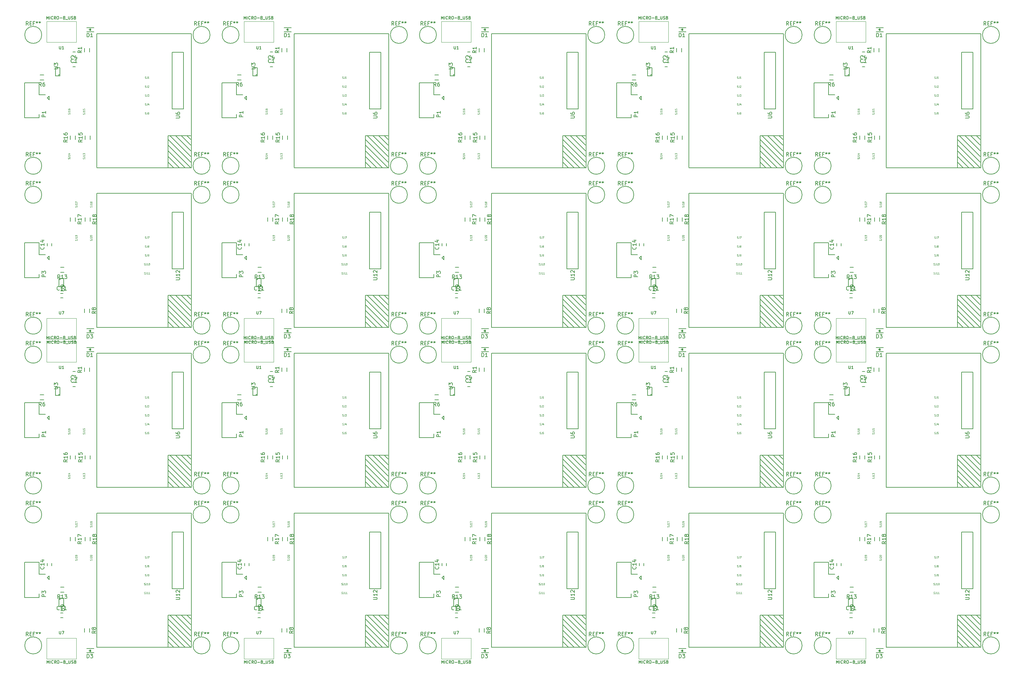
<source format=gbr>
G04 #@! TF.FileFunction,Legend,Top*
%FSLAX46Y46*%
G04 Gerber Fmt 4.6, Leading zero omitted, Abs format (unit mm)*
G04 Created by KiCad (PCBNEW (2015-09-14 BZR 6197)-product) date Wednesday, September 16, 2015 'PMt' 11:24:09 PM*
%MOMM*%
G01*
G04 APERTURE LIST*
%ADD10C,0.100000*%
%ADD11C,0.150000*%
%ADD12C,0.099060*%
%ADD13C,0.114300*%
%ADD14C,0.127000*%
G04 APERTURE END LIST*
D10*
D11*
X226886000Y-22400000D02*
G75*
G03X226886000Y-22400000I-2286000J0D01*
G01*
X226886000Y-57600000D02*
G75*
G03X226886000Y-57600000I-2286000J0D01*
G01*
X221730600Y-50486100D02*
X220714600Y-49470100D01*
X221730600Y-52010100D02*
X219190600Y-49470100D01*
X221730600Y-53534100D02*
X217666600Y-49470100D01*
X221730600Y-55058100D02*
X216142600Y-49470100D01*
X221730600Y-56582100D02*
X215634600Y-50486100D01*
X215634600Y-50486100D02*
X221730600Y-56582100D01*
X221730600Y-58106100D02*
X215634600Y-52010100D01*
X220206600Y-58106100D02*
X215634600Y-53534100D01*
X218682600Y-58106100D02*
X215634600Y-55058100D01*
X217158600Y-58106100D02*
X215634600Y-56582100D01*
X215634600Y-50486100D02*
X215634600Y-49470100D01*
X215634600Y-49470100D02*
X221730600Y-49470100D01*
X215634600Y-58106100D02*
X215634600Y-50486100D01*
X221349600Y-58106100D02*
X221857600Y-58106100D01*
X221857600Y-49470100D02*
X221857600Y-58106100D01*
X221857600Y-41596100D02*
X221857600Y-49470100D01*
X221857600Y-34738100D02*
X221857600Y-41596100D01*
X196457600Y-58106100D02*
X221349600Y-58106100D01*
X196457600Y-22546100D02*
X196457600Y-22038100D01*
X221857600Y-22038100D02*
X196457600Y-22038100D01*
X221857600Y-22038100D02*
X221857600Y-24070100D01*
X221857600Y-34738100D02*
X221857600Y-24070100D01*
X221857600Y-24070100D02*
X221857600Y-34738100D01*
X196457600Y-57852100D02*
X196457600Y-57979100D01*
X196457600Y-57598100D02*
X196457600Y-57852100D01*
X196457600Y-57852100D02*
X196457600Y-57598100D01*
X196457600Y-57598100D02*
X196457600Y-54550100D01*
X196457600Y-54550100D02*
X196457600Y-22546100D01*
X196457600Y-22546100D02*
X196457600Y-54550100D01*
X219724000Y-42320000D02*
X219724000Y-41558000D01*
X216676000Y-41558000D02*
X216676000Y-42320000D01*
X216676000Y-42320000D02*
X219724000Y-42320000D01*
X219724000Y-27842000D02*
X219724000Y-27080000D01*
X216676000Y-27080000D02*
X219724000Y-27080000D01*
X216676000Y-27842000D02*
X216676000Y-27080000D01*
X219724000Y-41558000D02*
X219724000Y-27842000D01*
X216676000Y-41558000D02*
X216676000Y-27842000D01*
X226886000Y-65400000D02*
G75*
G03X226886000Y-65400000I-2286000J0D01*
G01*
X181249000Y-33174000D02*
X182249000Y-33174000D01*
X182249000Y-34524000D02*
X181249000Y-34524000D01*
X182700000Y-38475000D02*
X181000000Y-38475000D01*
X181000000Y-38475000D02*
X181000000Y-35275000D01*
X181000000Y-35275000D02*
X177100000Y-35275000D01*
X177100000Y-35275000D02*
X177100000Y-44725000D01*
X177100000Y-44725000D02*
X181000000Y-44725000D01*
X181000000Y-44725000D02*
X181000000Y-43725000D01*
X183200000Y-39375000D02*
X183700000Y-38875000D01*
X183700000Y-38875000D02*
X183700000Y-39875000D01*
X183700000Y-39875000D02*
X183200000Y-39375000D01*
D12*
X191000500Y-18999240D02*
X191000500Y-18801120D01*
X182999500Y-18999240D02*
X182999500Y-18801120D01*
X191000500Y-24399280D02*
X182999500Y-24399280D01*
X182999500Y-24399280D02*
X182999500Y-18999240D01*
X182999500Y-18801120D02*
X191000500Y-18801120D01*
X191000500Y-18999240D02*
X191000500Y-24399280D01*
D11*
X195700000Y-20450000D02*
X193800000Y-20450000D01*
X195700000Y-21550000D02*
X193800000Y-21550000D01*
X194800000Y-21000000D02*
X194350000Y-21000000D01*
X194850000Y-21250000D02*
X194850000Y-20750000D01*
X194850000Y-21000000D02*
X194600000Y-21250000D01*
X194600000Y-21250000D02*
X194600000Y-20750000D01*
X194600000Y-20750000D02*
X194850000Y-21000000D01*
X194524000Y-25949000D02*
X194524000Y-26949000D01*
X193174000Y-26949000D02*
X193174000Y-25949000D01*
X190699000Y-28149000D02*
X189999000Y-28149000D01*
X189999000Y-26949000D02*
X190699000Y-26949000D01*
X189999000Y-29799000D02*
X190699000Y-29799000D01*
X190699000Y-30999000D02*
X189999000Y-30999000D01*
X186249000Y-33399000D02*
X186249000Y-33099000D01*
X186249000Y-33099000D02*
X186549000Y-33099000D01*
X185349000Y-31199000D02*
X185349000Y-33399000D01*
X185349000Y-33399000D02*
X186549000Y-33399000D01*
X186549000Y-33399000D02*
X186549000Y-31199000D01*
X186549000Y-31199000D02*
X185349000Y-31199000D01*
X181686000Y-22400000D02*
G75*
G03X181686000Y-22400000I-2286000J0D01*
G01*
X226886000Y-100600000D02*
G75*
G03X226886000Y-100600000I-2286000J0D01*
G01*
X195700000Y-106450000D02*
X193800000Y-106450000D01*
X195700000Y-107550000D02*
X193800000Y-107550000D01*
X194800000Y-107000000D02*
X194350000Y-107000000D01*
X194850000Y-107250000D02*
X194850000Y-106750000D01*
X194850000Y-107000000D02*
X194600000Y-107250000D01*
X194600000Y-107250000D02*
X194600000Y-106750000D01*
X194600000Y-106750000D02*
X194850000Y-107000000D01*
X221730600Y-93486100D02*
X220714600Y-92470100D01*
X221730600Y-95010100D02*
X219190600Y-92470100D01*
X221730600Y-96534100D02*
X217666600Y-92470100D01*
X221730600Y-98058100D02*
X216142600Y-92470100D01*
X221730600Y-99582100D02*
X215634600Y-93486100D01*
X215634600Y-93486100D02*
X221730600Y-99582100D01*
X221730600Y-101106100D02*
X215634600Y-95010100D01*
X220206600Y-101106100D02*
X215634600Y-96534100D01*
X218682600Y-101106100D02*
X215634600Y-98058100D01*
X217158600Y-101106100D02*
X215634600Y-99582100D01*
X215634600Y-93486100D02*
X215634600Y-92470100D01*
X215634600Y-92470100D02*
X221730600Y-92470100D01*
X215634600Y-101106100D02*
X215634600Y-93486100D01*
X221349600Y-101106100D02*
X221857600Y-101106100D01*
X221857600Y-92470100D02*
X221857600Y-101106100D01*
X221857600Y-84596100D02*
X221857600Y-92470100D01*
X221857600Y-77738100D02*
X221857600Y-84596100D01*
X196457600Y-101106100D02*
X221349600Y-101106100D01*
X196457600Y-65546100D02*
X196457600Y-65038100D01*
X221857600Y-65038100D02*
X196457600Y-65038100D01*
X221857600Y-65038100D02*
X221857600Y-67070100D01*
X221857600Y-77738100D02*
X221857600Y-67070100D01*
X221857600Y-67070100D02*
X221857600Y-77738100D01*
X196457600Y-100852100D02*
X196457600Y-100979100D01*
X196457600Y-100598100D02*
X196457600Y-100852100D01*
X196457600Y-100852100D02*
X196457600Y-100598100D01*
X196457600Y-100598100D02*
X196457600Y-97550100D01*
X196457600Y-97550100D02*
X196457600Y-65546100D01*
X196457600Y-65546100D02*
X196457600Y-97550100D01*
X219724000Y-85320000D02*
X219724000Y-84558000D01*
X216676000Y-84558000D02*
X216676000Y-85320000D01*
X216676000Y-85320000D02*
X219724000Y-85320000D01*
X219724000Y-70842000D02*
X219724000Y-70080000D01*
X216676000Y-70080000D02*
X219724000Y-70080000D01*
X216676000Y-70842000D02*
X216676000Y-70080000D01*
X219724000Y-84558000D02*
X219724000Y-70842000D01*
X216676000Y-84558000D02*
X216676000Y-70842000D01*
X195700000Y-101450000D02*
X193800000Y-101450000D01*
X195700000Y-102550000D02*
X193800000Y-102550000D01*
X194800000Y-102000000D02*
X194350000Y-102000000D01*
X194850000Y-102250000D02*
X194850000Y-101750000D01*
X194850000Y-102000000D02*
X194600000Y-102250000D01*
X194600000Y-102250000D02*
X194600000Y-101750000D01*
X194600000Y-101750000D02*
X194850000Y-102000000D01*
X190675000Y-49500000D02*
X190675000Y-50500000D01*
X189325000Y-50500000D02*
X189325000Y-49500000D01*
X194675000Y-49500000D02*
X194675000Y-50500000D01*
X193325000Y-50500000D02*
X193325000Y-49500000D01*
X181686000Y-57600000D02*
G75*
G03X181686000Y-57600000I-2286000J0D01*
G01*
X183166600Y-79154200D02*
X183166600Y-78454200D01*
X184366600Y-78454200D02*
X184366600Y-79154200D01*
X181686000Y-65400000D02*
G75*
G03X181686000Y-65400000I-2286000J0D01*
G01*
X189325000Y-72500000D02*
X189325000Y-71500000D01*
X190675000Y-71500000D02*
X190675000Y-72500000D01*
X193325000Y-72500000D02*
X193325000Y-71500000D01*
X194675000Y-71500000D02*
X194675000Y-72500000D01*
X193174000Y-97051000D02*
X193174000Y-96051000D01*
X194524000Y-96051000D02*
X194524000Y-97051000D01*
D12*
X182999500Y-104000760D02*
X182999500Y-104198880D01*
X191000500Y-104000760D02*
X191000500Y-104198880D01*
X182999500Y-98600720D02*
X191000500Y-98600720D01*
X191000500Y-98600720D02*
X191000500Y-104000760D01*
X191000500Y-104198880D02*
X182999500Y-104198880D01*
X182999500Y-104000760D02*
X182999500Y-98600720D01*
D11*
X181686000Y-108400000D02*
G75*
G03X181686000Y-108400000I-2286000J0D01*
G01*
X181686000Y-100600000D02*
G75*
G03X181686000Y-100600000I-2286000J0D01*
G01*
D12*
X191000500Y-104999240D02*
X191000500Y-104801120D01*
X182999500Y-104999240D02*
X182999500Y-104801120D01*
X191000500Y-110399280D02*
X182999500Y-110399280D01*
X182999500Y-110399280D02*
X182999500Y-104999240D01*
X182999500Y-104801120D02*
X191000500Y-104801120D01*
X191000500Y-104999240D02*
X191000500Y-110399280D01*
D11*
X186695600Y-84936400D02*
X187695600Y-84936400D01*
X187695600Y-86286400D02*
X186695600Y-86286400D01*
X186693200Y-91894800D02*
X187393200Y-91894800D01*
X187393200Y-93094800D02*
X186693200Y-93094800D01*
X182700000Y-81475000D02*
X181000000Y-81475000D01*
X181000000Y-81475000D02*
X181000000Y-78275000D01*
X181000000Y-78275000D02*
X177100000Y-78275000D01*
X177100000Y-78275000D02*
X177100000Y-87725000D01*
X177100000Y-87725000D02*
X181000000Y-87725000D01*
X181000000Y-87725000D02*
X181000000Y-86725000D01*
X183200000Y-82375000D02*
X183700000Y-81875000D01*
X183700000Y-81875000D02*
X183700000Y-82875000D01*
X183700000Y-82875000D02*
X183200000Y-82375000D01*
X186641600Y-87889600D02*
X186641600Y-88189600D01*
X186641600Y-88189600D02*
X186341600Y-88189600D01*
X187541600Y-90089600D02*
X187541600Y-87889600D01*
X187541600Y-87889600D02*
X186341600Y-87889600D01*
X186341600Y-87889600D02*
X186341600Y-90089600D01*
X186341600Y-90089600D02*
X187541600Y-90089600D01*
X193325000Y-158500000D02*
X193325000Y-157500000D01*
X194675000Y-157500000D02*
X194675000Y-158500000D01*
X181686000Y-151400000D02*
G75*
G03X181686000Y-151400000I-2286000J0D01*
G01*
X189325000Y-158500000D02*
X189325000Y-157500000D01*
X190675000Y-157500000D02*
X190675000Y-158500000D01*
X226886000Y-186600000D02*
G75*
G03X226886000Y-186600000I-2286000J0D01*
G01*
X221730600Y-179486100D02*
X220714600Y-178470100D01*
X221730600Y-181010100D02*
X219190600Y-178470100D01*
X221730600Y-182534100D02*
X217666600Y-178470100D01*
X221730600Y-184058100D02*
X216142600Y-178470100D01*
X221730600Y-185582100D02*
X215634600Y-179486100D01*
X215634600Y-179486100D02*
X221730600Y-185582100D01*
X221730600Y-187106100D02*
X215634600Y-181010100D01*
X220206600Y-187106100D02*
X215634600Y-182534100D01*
X218682600Y-187106100D02*
X215634600Y-184058100D01*
X217158600Y-187106100D02*
X215634600Y-185582100D01*
X215634600Y-179486100D02*
X215634600Y-178470100D01*
X215634600Y-178470100D02*
X221730600Y-178470100D01*
X215634600Y-187106100D02*
X215634600Y-179486100D01*
X221349600Y-187106100D02*
X221857600Y-187106100D01*
X221857600Y-178470100D02*
X221857600Y-187106100D01*
X221857600Y-170596100D02*
X221857600Y-178470100D01*
X221857600Y-163738100D02*
X221857600Y-170596100D01*
X196457600Y-187106100D02*
X221349600Y-187106100D01*
X196457600Y-151546100D02*
X196457600Y-151038100D01*
X221857600Y-151038100D02*
X196457600Y-151038100D01*
X221857600Y-151038100D02*
X221857600Y-153070100D01*
X221857600Y-163738100D02*
X221857600Y-153070100D01*
X221857600Y-153070100D02*
X221857600Y-163738100D01*
X196457600Y-186852100D02*
X196457600Y-186979100D01*
X196457600Y-186598100D02*
X196457600Y-186852100D01*
X196457600Y-186852100D02*
X196457600Y-186598100D01*
X196457600Y-186598100D02*
X196457600Y-183550100D01*
X196457600Y-183550100D02*
X196457600Y-151546100D01*
X196457600Y-151546100D02*
X196457600Y-183550100D01*
X219724000Y-171320000D02*
X219724000Y-170558000D01*
X216676000Y-170558000D02*
X216676000Y-171320000D01*
X216676000Y-171320000D02*
X219724000Y-171320000D01*
X219724000Y-156842000D02*
X219724000Y-156080000D01*
X216676000Y-156080000D02*
X219724000Y-156080000D01*
X216676000Y-156842000D02*
X216676000Y-156080000D01*
X219724000Y-170558000D02*
X219724000Y-156842000D01*
X216676000Y-170558000D02*
X216676000Y-156842000D01*
X186695600Y-170936400D02*
X187695600Y-170936400D01*
X187695600Y-172286400D02*
X186695600Y-172286400D01*
X183166600Y-165154200D02*
X183166600Y-164454200D01*
X184366600Y-164454200D02*
X184366600Y-165154200D01*
X186641600Y-173889600D02*
X186641600Y-174189600D01*
X186641600Y-174189600D02*
X186341600Y-174189600D01*
X187541600Y-176089600D02*
X187541600Y-173889600D01*
X187541600Y-173889600D02*
X186341600Y-173889600D01*
X186341600Y-173889600D02*
X186341600Y-176089600D01*
X186341600Y-176089600D02*
X187541600Y-176089600D01*
X182700000Y-167475000D02*
X181000000Y-167475000D01*
X181000000Y-167475000D02*
X181000000Y-164275000D01*
X181000000Y-164275000D02*
X177100000Y-164275000D01*
X177100000Y-164275000D02*
X177100000Y-173725000D01*
X177100000Y-173725000D02*
X181000000Y-173725000D01*
X181000000Y-173725000D02*
X181000000Y-172725000D01*
X183200000Y-168375000D02*
X183700000Y-167875000D01*
X183700000Y-167875000D02*
X183700000Y-168875000D01*
X183700000Y-168875000D02*
X183200000Y-168375000D01*
X226886000Y-151400000D02*
G75*
G03X226886000Y-151400000I-2286000J0D01*
G01*
D12*
X182999500Y-190000760D02*
X182999500Y-190198880D01*
X191000500Y-190000760D02*
X191000500Y-190198880D01*
X182999500Y-184600720D02*
X191000500Y-184600720D01*
X191000500Y-184600720D02*
X191000500Y-190000760D01*
X191000500Y-190198880D02*
X182999500Y-190198880D01*
X182999500Y-190000760D02*
X182999500Y-184600720D01*
D11*
X193174000Y-183051000D02*
X193174000Y-182051000D01*
X194524000Y-182051000D02*
X194524000Y-183051000D01*
X181686000Y-186600000D02*
G75*
G03X181686000Y-186600000I-2286000J0D01*
G01*
X195700000Y-187450000D02*
X193800000Y-187450000D01*
X195700000Y-188550000D02*
X193800000Y-188550000D01*
X194800000Y-188000000D02*
X194350000Y-188000000D01*
X194850000Y-188250000D02*
X194850000Y-187750000D01*
X194850000Y-188000000D02*
X194600000Y-188250000D01*
X194600000Y-188250000D02*
X194600000Y-187750000D01*
X194600000Y-187750000D02*
X194850000Y-188000000D01*
X186693200Y-177894800D02*
X187393200Y-177894800D01*
X187393200Y-179094800D02*
X186693200Y-179094800D01*
X190675000Y-135500000D02*
X190675000Y-136500000D01*
X189325000Y-136500000D02*
X189325000Y-135500000D01*
X181686000Y-143600000D02*
G75*
G03X181686000Y-143600000I-2286000J0D01*
G01*
X189999000Y-115799000D02*
X190699000Y-115799000D01*
X190699000Y-116999000D02*
X189999000Y-116999000D01*
X190699000Y-114149000D02*
X189999000Y-114149000D01*
X189999000Y-112949000D02*
X190699000Y-112949000D01*
X186249000Y-119399000D02*
X186249000Y-119099000D01*
X186249000Y-119099000D02*
X186549000Y-119099000D01*
X185349000Y-117199000D02*
X185349000Y-119399000D01*
X185349000Y-119399000D02*
X186549000Y-119399000D01*
X186549000Y-119399000D02*
X186549000Y-117199000D01*
X186549000Y-117199000D02*
X185349000Y-117199000D01*
X181249000Y-119174000D02*
X182249000Y-119174000D01*
X182249000Y-120524000D02*
X181249000Y-120524000D01*
X182700000Y-124475000D02*
X181000000Y-124475000D01*
X181000000Y-124475000D02*
X181000000Y-121275000D01*
X181000000Y-121275000D02*
X177100000Y-121275000D01*
X177100000Y-121275000D02*
X177100000Y-130725000D01*
X177100000Y-130725000D02*
X181000000Y-130725000D01*
X181000000Y-130725000D02*
X181000000Y-129725000D01*
X183200000Y-125375000D02*
X183700000Y-124875000D01*
X183700000Y-124875000D02*
X183700000Y-125875000D01*
X183700000Y-125875000D02*
X183200000Y-125375000D01*
X226886000Y-143600000D02*
G75*
G03X226886000Y-143600000I-2286000J0D01*
G01*
X194524000Y-111949000D02*
X194524000Y-112949000D01*
X193174000Y-112949000D02*
X193174000Y-111949000D01*
X226886000Y-108400000D02*
G75*
G03X226886000Y-108400000I-2286000J0D01*
G01*
X194675000Y-135500000D02*
X194675000Y-136500000D01*
X193325000Y-136500000D02*
X193325000Y-135500000D01*
X221730600Y-136486100D02*
X220714600Y-135470100D01*
X221730600Y-138010100D02*
X219190600Y-135470100D01*
X221730600Y-139534100D02*
X217666600Y-135470100D01*
X221730600Y-141058100D02*
X216142600Y-135470100D01*
X221730600Y-142582100D02*
X215634600Y-136486100D01*
X215634600Y-136486100D02*
X221730600Y-142582100D01*
X221730600Y-144106100D02*
X215634600Y-138010100D01*
X220206600Y-144106100D02*
X215634600Y-139534100D01*
X218682600Y-144106100D02*
X215634600Y-141058100D01*
X217158600Y-144106100D02*
X215634600Y-142582100D01*
X215634600Y-136486100D02*
X215634600Y-135470100D01*
X215634600Y-135470100D02*
X221730600Y-135470100D01*
X215634600Y-144106100D02*
X215634600Y-136486100D01*
X221349600Y-144106100D02*
X221857600Y-144106100D01*
X221857600Y-135470100D02*
X221857600Y-144106100D01*
X221857600Y-127596100D02*
X221857600Y-135470100D01*
X221857600Y-120738100D02*
X221857600Y-127596100D01*
X196457600Y-144106100D02*
X221349600Y-144106100D01*
X196457600Y-108546100D02*
X196457600Y-108038100D01*
X221857600Y-108038100D02*
X196457600Y-108038100D01*
X221857600Y-108038100D02*
X221857600Y-110070100D01*
X221857600Y-120738100D02*
X221857600Y-110070100D01*
X221857600Y-110070100D02*
X221857600Y-120738100D01*
X196457600Y-143852100D02*
X196457600Y-143979100D01*
X196457600Y-143598100D02*
X196457600Y-143852100D01*
X196457600Y-143852100D02*
X196457600Y-143598100D01*
X196457600Y-143598100D02*
X196457600Y-140550100D01*
X196457600Y-140550100D02*
X196457600Y-108546100D01*
X196457600Y-108546100D02*
X196457600Y-140550100D01*
X219724000Y-128320000D02*
X219724000Y-127558000D01*
X216676000Y-127558000D02*
X216676000Y-128320000D01*
X216676000Y-128320000D02*
X219724000Y-128320000D01*
X219724000Y-113842000D02*
X219724000Y-113080000D01*
X216676000Y-113080000D02*
X219724000Y-113080000D01*
X216676000Y-113842000D02*
X216676000Y-113080000D01*
X219724000Y-127558000D02*
X219724000Y-113842000D01*
X216676000Y-127558000D02*
X216676000Y-113842000D01*
X173886000Y-22400000D02*
G75*
G03X173886000Y-22400000I-2286000J0D01*
G01*
X173886000Y-57600000D02*
G75*
G03X173886000Y-57600000I-2286000J0D01*
G01*
X168730600Y-50486100D02*
X167714600Y-49470100D01*
X168730600Y-52010100D02*
X166190600Y-49470100D01*
X168730600Y-53534100D02*
X164666600Y-49470100D01*
X168730600Y-55058100D02*
X163142600Y-49470100D01*
X168730600Y-56582100D02*
X162634600Y-50486100D01*
X162634600Y-50486100D02*
X168730600Y-56582100D01*
X168730600Y-58106100D02*
X162634600Y-52010100D01*
X167206600Y-58106100D02*
X162634600Y-53534100D01*
X165682600Y-58106100D02*
X162634600Y-55058100D01*
X164158600Y-58106100D02*
X162634600Y-56582100D01*
X162634600Y-50486100D02*
X162634600Y-49470100D01*
X162634600Y-49470100D02*
X168730600Y-49470100D01*
X162634600Y-58106100D02*
X162634600Y-50486100D01*
X168349600Y-58106100D02*
X168857600Y-58106100D01*
X168857600Y-49470100D02*
X168857600Y-58106100D01*
X168857600Y-41596100D02*
X168857600Y-49470100D01*
X168857600Y-34738100D02*
X168857600Y-41596100D01*
X143457600Y-58106100D02*
X168349600Y-58106100D01*
X143457600Y-22546100D02*
X143457600Y-22038100D01*
X168857600Y-22038100D02*
X143457600Y-22038100D01*
X168857600Y-22038100D02*
X168857600Y-24070100D01*
X168857600Y-34738100D02*
X168857600Y-24070100D01*
X168857600Y-24070100D02*
X168857600Y-34738100D01*
X143457600Y-57852100D02*
X143457600Y-57979100D01*
X143457600Y-57598100D02*
X143457600Y-57852100D01*
X143457600Y-57852100D02*
X143457600Y-57598100D01*
X143457600Y-57598100D02*
X143457600Y-54550100D01*
X143457600Y-54550100D02*
X143457600Y-22546100D01*
X143457600Y-22546100D02*
X143457600Y-54550100D01*
X166724000Y-42320000D02*
X166724000Y-41558000D01*
X163676000Y-41558000D02*
X163676000Y-42320000D01*
X163676000Y-42320000D02*
X166724000Y-42320000D01*
X166724000Y-27842000D02*
X166724000Y-27080000D01*
X163676000Y-27080000D02*
X166724000Y-27080000D01*
X163676000Y-27842000D02*
X163676000Y-27080000D01*
X166724000Y-41558000D02*
X166724000Y-27842000D01*
X163676000Y-41558000D02*
X163676000Y-27842000D01*
X173886000Y-65400000D02*
G75*
G03X173886000Y-65400000I-2286000J0D01*
G01*
X128249000Y-33174000D02*
X129249000Y-33174000D01*
X129249000Y-34524000D02*
X128249000Y-34524000D01*
X129700000Y-38475000D02*
X128000000Y-38475000D01*
X128000000Y-38475000D02*
X128000000Y-35275000D01*
X128000000Y-35275000D02*
X124100000Y-35275000D01*
X124100000Y-35275000D02*
X124100000Y-44725000D01*
X124100000Y-44725000D02*
X128000000Y-44725000D01*
X128000000Y-44725000D02*
X128000000Y-43725000D01*
X130200000Y-39375000D02*
X130700000Y-38875000D01*
X130700000Y-38875000D02*
X130700000Y-39875000D01*
X130700000Y-39875000D02*
X130200000Y-39375000D01*
D12*
X138000500Y-18999240D02*
X138000500Y-18801120D01*
X129999500Y-18999240D02*
X129999500Y-18801120D01*
X138000500Y-24399280D02*
X129999500Y-24399280D01*
X129999500Y-24399280D02*
X129999500Y-18999240D01*
X129999500Y-18801120D02*
X138000500Y-18801120D01*
X138000500Y-18999240D02*
X138000500Y-24399280D01*
D11*
X142700000Y-20450000D02*
X140800000Y-20450000D01*
X142700000Y-21550000D02*
X140800000Y-21550000D01*
X141800000Y-21000000D02*
X141350000Y-21000000D01*
X141850000Y-21250000D02*
X141850000Y-20750000D01*
X141850000Y-21000000D02*
X141600000Y-21250000D01*
X141600000Y-21250000D02*
X141600000Y-20750000D01*
X141600000Y-20750000D02*
X141850000Y-21000000D01*
X141524000Y-25949000D02*
X141524000Y-26949000D01*
X140174000Y-26949000D02*
X140174000Y-25949000D01*
X137699000Y-28149000D02*
X136999000Y-28149000D01*
X136999000Y-26949000D02*
X137699000Y-26949000D01*
X136999000Y-29799000D02*
X137699000Y-29799000D01*
X137699000Y-30999000D02*
X136999000Y-30999000D01*
X133249000Y-33399000D02*
X133249000Y-33099000D01*
X133249000Y-33099000D02*
X133549000Y-33099000D01*
X132349000Y-31199000D02*
X132349000Y-33399000D01*
X132349000Y-33399000D02*
X133549000Y-33399000D01*
X133549000Y-33399000D02*
X133549000Y-31199000D01*
X133549000Y-31199000D02*
X132349000Y-31199000D01*
X128686000Y-22400000D02*
G75*
G03X128686000Y-22400000I-2286000J0D01*
G01*
X173886000Y-100600000D02*
G75*
G03X173886000Y-100600000I-2286000J0D01*
G01*
X142700000Y-106450000D02*
X140800000Y-106450000D01*
X142700000Y-107550000D02*
X140800000Y-107550000D01*
X141800000Y-107000000D02*
X141350000Y-107000000D01*
X141850000Y-107250000D02*
X141850000Y-106750000D01*
X141850000Y-107000000D02*
X141600000Y-107250000D01*
X141600000Y-107250000D02*
X141600000Y-106750000D01*
X141600000Y-106750000D02*
X141850000Y-107000000D01*
X168730600Y-93486100D02*
X167714600Y-92470100D01*
X168730600Y-95010100D02*
X166190600Y-92470100D01*
X168730600Y-96534100D02*
X164666600Y-92470100D01*
X168730600Y-98058100D02*
X163142600Y-92470100D01*
X168730600Y-99582100D02*
X162634600Y-93486100D01*
X162634600Y-93486100D02*
X168730600Y-99582100D01*
X168730600Y-101106100D02*
X162634600Y-95010100D01*
X167206600Y-101106100D02*
X162634600Y-96534100D01*
X165682600Y-101106100D02*
X162634600Y-98058100D01*
X164158600Y-101106100D02*
X162634600Y-99582100D01*
X162634600Y-93486100D02*
X162634600Y-92470100D01*
X162634600Y-92470100D02*
X168730600Y-92470100D01*
X162634600Y-101106100D02*
X162634600Y-93486100D01*
X168349600Y-101106100D02*
X168857600Y-101106100D01*
X168857600Y-92470100D02*
X168857600Y-101106100D01*
X168857600Y-84596100D02*
X168857600Y-92470100D01*
X168857600Y-77738100D02*
X168857600Y-84596100D01*
X143457600Y-101106100D02*
X168349600Y-101106100D01*
X143457600Y-65546100D02*
X143457600Y-65038100D01*
X168857600Y-65038100D02*
X143457600Y-65038100D01*
X168857600Y-65038100D02*
X168857600Y-67070100D01*
X168857600Y-77738100D02*
X168857600Y-67070100D01*
X168857600Y-67070100D02*
X168857600Y-77738100D01*
X143457600Y-100852100D02*
X143457600Y-100979100D01*
X143457600Y-100598100D02*
X143457600Y-100852100D01*
X143457600Y-100852100D02*
X143457600Y-100598100D01*
X143457600Y-100598100D02*
X143457600Y-97550100D01*
X143457600Y-97550100D02*
X143457600Y-65546100D01*
X143457600Y-65546100D02*
X143457600Y-97550100D01*
X166724000Y-85320000D02*
X166724000Y-84558000D01*
X163676000Y-84558000D02*
X163676000Y-85320000D01*
X163676000Y-85320000D02*
X166724000Y-85320000D01*
X166724000Y-70842000D02*
X166724000Y-70080000D01*
X163676000Y-70080000D02*
X166724000Y-70080000D01*
X163676000Y-70842000D02*
X163676000Y-70080000D01*
X166724000Y-84558000D02*
X166724000Y-70842000D01*
X163676000Y-84558000D02*
X163676000Y-70842000D01*
X142700000Y-101450000D02*
X140800000Y-101450000D01*
X142700000Y-102550000D02*
X140800000Y-102550000D01*
X141800000Y-102000000D02*
X141350000Y-102000000D01*
X141850000Y-102250000D02*
X141850000Y-101750000D01*
X141850000Y-102000000D02*
X141600000Y-102250000D01*
X141600000Y-102250000D02*
X141600000Y-101750000D01*
X141600000Y-101750000D02*
X141850000Y-102000000D01*
X137675000Y-49500000D02*
X137675000Y-50500000D01*
X136325000Y-50500000D02*
X136325000Y-49500000D01*
X141675000Y-49500000D02*
X141675000Y-50500000D01*
X140325000Y-50500000D02*
X140325000Y-49500000D01*
X128686000Y-57600000D02*
G75*
G03X128686000Y-57600000I-2286000J0D01*
G01*
X130166600Y-79154200D02*
X130166600Y-78454200D01*
X131366600Y-78454200D02*
X131366600Y-79154200D01*
X128686000Y-65400000D02*
G75*
G03X128686000Y-65400000I-2286000J0D01*
G01*
X136325000Y-72500000D02*
X136325000Y-71500000D01*
X137675000Y-71500000D02*
X137675000Y-72500000D01*
X140325000Y-72500000D02*
X140325000Y-71500000D01*
X141675000Y-71500000D02*
X141675000Y-72500000D01*
X140174000Y-97051000D02*
X140174000Y-96051000D01*
X141524000Y-96051000D02*
X141524000Y-97051000D01*
D12*
X129999500Y-104000760D02*
X129999500Y-104198880D01*
X138000500Y-104000760D02*
X138000500Y-104198880D01*
X129999500Y-98600720D02*
X138000500Y-98600720D01*
X138000500Y-98600720D02*
X138000500Y-104000760D01*
X138000500Y-104198880D02*
X129999500Y-104198880D01*
X129999500Y-104000760D02*
X129999500Y-98600720D01*
D11*
X128686000Y-108400000D02*
G75*
G03X128686000Y-108400000I-2286000J0D01*
G01*
X128686000Y-100600000D02*
G75*
G03X128686000Y-100600000I-2286000J0D01*
G01*
D12*
X138000500Y-104999240D02*
X138000500Y-104801120D01*
X129999500Y-104999240D02*
X129999500Y-104801120D01*
X138000500Y-110399280D02*
X129999500Y-110399280D01*
X129999500Y-110399280D02*
X129999500Y-104999240D01*
X129999500Y-104801120D02*
X138000500Y-104801120D01*
X138000500Y-104999240D02*
X138000500Y-110399280D01*
D11*
X133695600Y-84936400D02*
X134695600Y-84936400D01*
X134695600Y-86286400D02*
X133695600Y-86286400D01*
X133693200Y-91894800D02*
X134393200Y-91894800D01*
X134393200Y-93094800D02*
X133693200Y-93094800D01*
X129700000Y-81475000D02*
X128000000Y-81475000D01*
X128000000Y-81475000D02*
X128000000Y-78275000D01*
X128000000Y-78275000D02*
X124100000Y-78275000D01*
X124100000Y-78275000D02*
X124100000Y-87725000D01*
X124100000Y-87725000D02*
X128000000Y-87725000D01*
X128000000Y-87725000D02*
X128000000Y-86725000D01*
X130200000Y-82375000D02*
X130700000Y-81875000D01*
X130700000Y-81875000D02*
X130700000Y-82875000D01*
X130700000Y-82875000D02*
X130200000Y-82375000D01*
X133641600Y-87889600D02*
X133641600Y-88189600D01*
X133641600Y-88189600D02*
X133341600Y-88189600D01*
X134541600Y-90089600D02*
X134541600Y-87889600D01*
X134541600Y-87889600D02*
X133341600Y-87889600D01*
X133341600Y-87889600D02*
X133341600Y-90089600D01*
X133341600Y-90089600D02*
X134541600Y-90089600D01*
X140325000Y-158500000D02*
X140325000Y-157500000D01*
X141675000Y-157500000D02*
X141675000Y-158500000D01*
X128686000Y-151400000D02*
G75*
G03X128686000Y-151400000I-2286000J0D01*
G01*
X136325000Y-158500000D02*
X136325000Y-157500000D01*
X137675000Y-157500000D02*
X137675000Y-158500000D01*
X173886000Y-186600000D02*
G75*
G03X173886000Y-186600000I-2286000J0D01*
G01*
X168730600Y-179486100D02*
X167714600Y-178470100D01*
X168730600Y-181010100D02*
X166190600Y-178470100D01*
X168730600Y-182534100D02*
X164666600Y-178470100D01*
X168730600Y-184058100D02*
X163142600Y-178470100D01*
X168730600Y-185582100D02*
X162634600Y-179486100D01*
X162634600Y-179486100D02*
X168730600Y-185582100D01*
X168730600Y-187106100D02*
X162634600Y-181010100D01*
X167206600Y-187106100D02*
X162634600Y-182534100D01*
X165682600Y-187106100D02*
X162634600Y-184058100D01*
X164158600Y-187106100D02*
X162634600Y-185582100D01*
X162634600Y-179486100D02*
X162634600Y-178470100D01*
X162634600Y-178470100D02*
X168730600Y-178470100D01*
X162634600Y-187106100D02*
X162634600Y-179486100D01*
X168349600Y-187106100D02*
X168857600Y-187106100D01*
X168857600Y-178470100D02*
X168857600Y-187106100D01*
X168857600Y-170596100D02*
X168857600Y-178470100D01*
X168857600Y-163738100D02*
X168857600Y-170596100D01*
X143457600Y-187106100D02*
X168349600Y-187106100D01*
X143457600Y-151546100D02*
X143457600Y-151038100D01*
X168857600Y-151038100D02*
X143457600Y-151038100D01*
X168857600Y-151038100D02*
X168857600Y-153070100D01*
X168857600Y-163738100D02*
X168857600Y-153070100D01*
X168857600Y-153070100D02*
X168857600Y-163738100D01*
X143457600Y-186852100D02*
X143457600Y-186979100D01*
X143457600Y-186598100D02*
X143457600Y-186852100D01*
X143457600Y-186852100D02*
X143457600Y-186598100D01*
X143457600Y-186598100D02*
X143457600Y-183550100D01*
X143457600Y-183550100D02*
X143457600Y-151546100D01*
X143457600Y-151546100D02*
X143457600Y-183550100D01*
X166724000Y-171320000D02*
X166724000Y-170558000D01*
X163676000Y-170558000D02*
X163676000Y-171320000D01*
X163676000Y-171320000D02*
X166724000Y-171320000D01*
X166724000Y-156842000D02*
X166724000Y-156080000D01*
X163676000Y-156080000D02*
X166724000Y-156080000D01*
X163676000Y-156842000D02*
X163676000Y-156080000D01*
X166724000Y-170558000D02*
X166724000Y-156842000D01*
X163676000Y-170558000D02*
X163676000Y-156842000D01*
X133695600Y-170936400D02*
X134695600Y-170936400D01*
X134695600Y-172286400D02*
X133695600Y-172286400D01*
X130166600Y-165154200D02*
X130166600Y-164454200D01*
X131366600Y-164454200D02*
X131366600Y-165154200D01*
X133641600Y-173889600D02*
X133641600Y-174189600D01*
X133641600Y-174189600D02*
X133341600Y-174189600D01*
X134541600Y-176089600D02*
X134541600Y-173889600D01*
X134541600Y-173889600D02*
X133341600Y-173889600D01*
X133341600Y-173889600D02*
X133341600Y-176089600D01*
X133341600Y-176089600D02*
X134541600Y-176089600D01*
X129700000Y-167475000D02*
X128000000Y-167475000D01*
X128000000Y-167475000D02*
X128000000Y-164275000D01*
X128000000Y-164275000D02*
X124100000Y-164275000D01*
X124100000Y-164275000D02*
X124100000Y-173725000D01*
X124100000Y-173725000D02*
X128000000Y-173725000D01*
X128000000Y-173725000D02*
X128000000Y-172725000D01*
X130200000Y-168375000D02*
X130700000Y-167875000D01*
X130700000Y-167875000D02*
X130700000Y-168875000D01*
X130700000Y-168875000D02*
X130200000Y-168375000D01*
X173886000Y-151400000D02*
G75*
G03X173886000Y-151400000I-2286000J0D01*
G01*
D12*
X129999500Y-190000760D02*
X129999500Y-190198880D01*
X138000500Y-190000760D02*
X138000500Y-190198880D01*
X129999500Y-184600720D02*
X138000500Y-184600720D01*
X138000500Y-184600720D02*
X138000500Y-190000760D01*
X138000500Y-190198880D02*
X129999500Y-190198880D01*
X129999500Y-190000760D02*
X129999500Y-184600720D01*
D11*
X140174000Y-183051000D02*
X140174000Y-182051000D01*
X141524000Y-182051000D02*
X141524000Y-183051000D01*
X128686000Y-186600000D02*
G75*
G03X128686000Y-186600000I-2286000J0D01*
G01*
X142700000Y-187450000D02*
X140800000Y-187450000D01*
X142700000Y-188550000D02*
X140800000Y-188550000D01*
X141800000Y-188000000D02*
X141350000Y-188000000D01*
X141850000Y-188250000D02*
X141850000Y-187750000D01*
X141850000Y-188000000D02*
X141600000Y-188250000D01*
X141600000Y-188250000D02*
X141600000Y-187750000D01*
X141600000Y-187750000D02*
X141850000Y-188000000D01*
X133693200Y-177894800D02*
X134393200Y-177894800D01*
X134393200Y-179094800D02*
X133693200Y-179094800D01*
X137675000Y-135500000D02*
X137675000Y-136500000D01*
X136325000Y-136500000D02*
X136325000Y-135500000D01*
X128686000Y-143600000D02*
G75*
G03X128686000Y-143600000I-2286000J0D01*
G01*
X136999000Y-115799000D02*
X137699000Y-115799000D01*
X137699000Y-116999000D02*
X136999000Y-116999000D01*
X137699000Y-114149000D02*
X136999000Y-114149000D01*
X136999000Y-112949000D02*
X137699000Y-112949000D01*
X133249000Y-119399000D02*
X133249000Y-119099000D01*
X133249000Y-119099000D02*
X133549000Y-119099000D01*
X132349000Y-117199000D02*
X132349000Y-119399000D01*
X132349000Y-119399000D02*
X133549000Y-119399000D01*
X133549000Y-119399000D02*
X133549000Y-117199000D01*
X133549000Y-117199000D02*
X132349000Y-117199000D01*
X128249000Y-119174000D02*
X129249000Y-119174000D01*
X129249000Y-120524000D02*
X128249000Y-120524000D01*
X129700000Y-124475000D02*
X128000000Y-124475000D01*
X128000000Y-124475000D02*
X128000000Y-121275000D01*
X128000000Y-121275000D02*
X124100000Y-121275000D01*
X124100000Y-121275000D02*
X124100000Y-130725000D01*
X124100000Y-130725000D02*
X128000000Y-130725000D01*
X128000000Y-130725000D02*
X128000000Y-129725000D01*
X130200000Y-125375000D02*
X130700000Y-124875000D01*
X130700000Y-124875000D02*
X130700000Y-125875000D01*
X130700000Y-125875000D02*
X130200000Y-125375000D01*
X173886000Y-143600000D02*
G75*
G03X173886000Y-143600000I-2286000J0D01*
G01*
X141524000Y-111949000D02*
X141524000Y-112949000D01*
X140174000Y-112949000D02*
X140174000Y-111949000D01*
X173886000Y-108400000D02*
G75*
G03X173886000Y-108400000I-2286000J0D01*
G01*
X141675000Y-135500000D02*
X141675000Y-136500000D01*
X140325000Y-136500000D02*
X140325000Y-135500000D01*
X168730600Y-136486100D02*
X167714600Y-135470100D01*
X168730600Y-138010100D02*
X166190600Y-135470100D01*
X168730600Y-139534100D02*
X164666600Y-135470100D01*
X168730600Y-141058100D02*
X163142600Y-135470100D01*
X168730600Y-142582100D02*
X162634600Y-136486100D01*
X162634600Y-136486100D02*
X168730600Y-142582100D01*
X168730600Y-144106100D02*
X162634600Y-138010100D01*
X167206600Y-144106100D02*
X162634600Y-139534100D01*
X165682600Y-144106100D02*
X162634600Y-141058100D01*
X164158600Y-144106100D02*
X162634600Y-142582100D01*
X162634600Y-136486100D02*
X162634600Y-135470100D01*
X162634600Y-135470100D02*
X168730600Y-135470100D01*
X162634600Y-144106100D02*
X162634600Y-136486100D01*
X168349600Y-144106100D02*
X168857600Y-144106100D01*
X168857600Y-135470100D02*
X168857600Y-144106100D01*
X168857600Y-127596100D02*
X168857600Y-135470100D01*
X168857600Y-120738100D02*
X168857600Y-127596100D01*
X143457600Y-144106100D02*
X168349600Y-144106100D01*
X143457600Y-108546100D02*
X143457600Y-108038100D01*
X168857600Y-108038100D02*
X143457600Y-108038100D01*
X168857600Y-108038100D02*
X168857600Y-110070100D01*
X168857600Y-120738100D02*
X168857600Y-110070100D01*
X168857600Y-110070100D02*
X168857600Y-120738100D01*
X143457600Y-143852100D02*
X143457600Y-143979100D01*
X143457600Y-143598100D02*
X143457600Y-143852100D01*
X143457600Y-143852100D02*
X143457600Y-143598100D01*
X143457600Y-143598100D02*
X143457600Y-140550100D01*
X143457600Y-140550100D02*
X143457600Y-108546100D01*
X143457600Y-108546100D02*
X143457600Y-140550100D01*
X166724000Y-128320000D02*
X166724000Y-127558000D01*
X163676000Y-127558000D02*
X163676000Y-128320000D01*
X163676000Y-128320000D02*
X166724000Y-128320000D01*
X166724000Y-113842000D02*
X166724000Y-113080000D01*
X163676000Y-113080000D02*
X166724000Y-113080000D01*
X163676000Y-113842000D02*
X163676000Y-113080000D01*
X166724000Y-127558000D02*
X166724000Y-113842000D01*
X163676000Y-127558000D02*
X163676000Y-113842000D01*
X120886000Y-22400000D02*
G75*
G03X120886000Y-22400000I-2286000J0D01*
G01*
X120886000Y-57600000D02*
G75*
G03X120886000Y-57600000I-2286000J0D01*
G01*
X115730600Y-50486100D02*
X114714600Y-49470100D01*
X115730600Y-52010100D02*
X113190600Y-49470100D01*
X115730600Y-53534100D02*
X111666600Y-49470100D01*
X115730600Y-55058100D02*
X110142600Y-49470100D01*
X115730600Y-56582100D02*
X109634600Y-50486100D01*
X109634600Y-50486100D02*
X115730600Y-56582100D01*
X115730600Y-58106100D02*
X109634600Y-52010100D01*
X114206600Y-58106100D02*
X109634600Y-53534100D01*
X112682600Y-58106100D02*
X109634600Y-55058100D01*
X111158600Y-58106100D02*
X109634600Y-56582100D01*
X109634600Y-50486100D02*
X109634600Y-49470100D01*
X109634600Y-49470100D02*
X115730600Y-49470100D01*
X109634600Y-58106100D02*
X109634600Y-50486100D01*
X115349600Y-58106100D02*
X115857600Y-58106100D01*
X115857600Y-49470100D02*
X115857600Y-58106100D01*
X115857600Y-41596100D02*
X115857600Y-49470100D01*
X115857600Y-34738100D02*
X115857600Y-41596100D01*
X90457600Y-58106100D02*
X115349600Y-58106100D01*
X90457600Y-22546100D02*
X90457600Y-22038100D01*
X115857600Y-22038100D02*
X90457600Y-22038100D01*
X115857600Y-22038100D02*
X115857600Y-24070100D01*
X115857600Y-34738100D02*
X115857600Y-24070100D01*
X115857600Y-24070100D02*
X115857600Y-34738100D01*
X90457600Y-57852100D02*
X90457600Y-57979100D01*
X90457600Y-57598100D02*
X90457600Y-57852100D01*
X90457600Y-57852100D02*
X90457600Y-57598100D01*
X90457600Y-57598100D02*
X90457600Y-54550100D01*
X90457600Y-54550100D02*
X90457600Y-22546100D01*
X90457600Y-22546100D02*
X90457600Y-54550100D01*
X113724000Y-42320000D02*
X113724000Y-41558000D01*
X110676000Y-41558000D02*
X110676000Y-42320000D01*
X110676000Y-42320000D02*
X113724000Y-42320000D01*
X113724000Y-27842000D02*
X113724000Y-27080000D01*
X110676000Y-27080000D02*
X113724000Y-27080000D01*
X110676000Y-27842000D02*
X110676000Y-27080000D01*
X113724000Y-41558000D02*
X113724000Y-27842000D01*
X110676000Y-41558000D02*
X110676000Y-27842000D01*
X120886000Y-65400000D02*
G75*
G03X120886000Y-65400000I-2286000J0D01*
G01*
X75249000Y-33174000D02*
X76249000Y-33174000D01*
X76249000Y-34524000D02*
X75249000Y-34524000D01*
X76700000Y-38475000D02*
X75000000Y-38475000D01*
X75000000Y-38475000D02*
X75000000Y-35275000D01*
X75000000Y-35275000D02*
X71100000Y-35275000D01*
X71100000Y-35275000D02*
X71100000Y-44725000D01*
X71100000Y-44725000D02*
X75000000Y-44725000D01*
X75000000Y-44725000D02*
X75000000Y-43725000D01*
X77200000Y-39375000D02*
X77700000Y-38875000D01*
X77700000Y-38875000D02*
X77700000Y-39875000D01*
X77700000Y-39875000D02*
X77200000Y-39375000D01*
D12*
X85000500Y-18999240D02*
X85000500Y-18801120D01*
X76999500Y-18999240D02*
X76999500Y-18801120D01*
X85000500Y-24399280D02*
X76999500Y-24399280D01*
X76999500Y-24399280D02*
X76999500Y-18999240D01*
X76999500Y-18801120D02*
X85000500Y-18801120D01*
X85000500Y-18999240D02*
X85000500Y-24399280D01*
D11*
X89700000Y-20450000D02*
X87800000Y-20450000D01*
X89700000Y-21550000D02*
X87800000Y-21550000D01*
X88800000Y-21000000D02*
X88350000Y-21000000D01*
X88850000Y-21250000D02*
X88850000Y-20750000D01*
X88850000Y-21000000D02*
X88600000Y-21250000D01*
X88600000Y-21250000D02*
X88600000Y-20750000D01*
X88600000Y-20750000D02*
X88850000Y-21000000D01*
X88524000Y-25949000D02*
X88524000Y-26949000D01*
X87174000Y-26949000D02*
X87174000Y-25949000D01*
X84699000Y-28149000D02*
X83999000Y-28149000D01*
X83999000Y-26949000D02*
X84699000Y-26949000D01*
X83999000Y-29799000D02*
X84699000Y-29799000D01*
X84699000Y-30999000D02*
X83999000Y-30999000D01*
X80249000Y-33399000D02*
X80249000Y-33099000D01*
X80249000Y-33099000D02*
X80549000Y-33099000D01*
X79349000Y-31199000D02*
X79349000Y-33399000D01*
X79349000Y-33399000D02*
X80549000Y-33399000D01*
X80549000Y-33399000D02*
X80549000Y-31199000D01*
X80549000Y-31199000D02*
X79349000Y-31199000D01*
X75686000Y-22400000D02*
G75*
G03X75686000Y-22400000I-2286000J0D01*
G01*
X120886000Y-100600000D02*
G75*
G03X120886000Y-100600000I-2286000J0D01*
G01*
X89700000Y-106450000D02*
X87800000Y-106450000D01*
X89700000Y-107550000D02*
X87800000Y-107550000D01*
X88800000Y-107000000D02*
X88350000Y-107000000D01*
X88850000Y-107250000D02*
X88850000Y-106750000D01*
X88850000Y-107000000D02*
X88600000Y-107250000D01*
X88600000Y-107250000D02*
X88600000Y-106750000D01*
X88600000Y-106750000D02*
X88850000Y-107000000D01*
X115730600Y-93486100D02*
X114714600Y-92470100D01*
X115730600Y-95010100D02*
X113190600Y-92470100D01*
X115730600Y-96534100D02*
X111666600Y-92470100D01*
X115730600Y-98058100D02*
X110142600Y-92470100D01*
X115730600Y-99582100D02*
X109634600Y-93486100D01*
X109634600Y-93486100D02*
X115730600Y-99582100D01*
X115730600Y-101106100D02*
X109634600Y-95010100D01*
X114206600Y-101106100D02*
X109634600Y-96534100D01*
X112682600Y-101106100D02*
X109634600Y-98058100D01*
X111158600Y-101106100D02*
X109634600Y-99582100D01*
X109634600Y-93486100D02*
X109634600Y-92470100D01*
X109634600Y-92470100D02*
X115730600Y-92470100D01*
X109634600Y-101106100D02*
X109634600Y-93486100D01*
X115349600Y-101106100D02*
X115857600Y-101106100D01*
X115857600Y-92470100D02*
X115857600Y-101106100D01*
X115857600Y-84596100D02*
X115857600Y-92470100D01*
X115857600Y-77738100D02*
X115857600Y-84596100D01*
X90457600Y-101106100D02*
X115349600Y-101106100D01*
X90457600Y-65546100D02*
X90457600Y-65038100D01*
X115857600Y-65038100D02*
X90457600Y-65038100D01*
X115857600Y-65038100D02*
X115857600Y-67070100D01*
X115857600Y-77738100D02*
X115857600Y-67070100D01*
X115857600Y-67070100D02*
X115857600Y-77738100D01*
X90457600Y-100852100D02*
X90457600Y-100979100D01*
X90457600Y-100598100D02*
X90457600Y-100852100D01*
X90457600Y-100852100D02*
X90457600Y-100598100D01*
X90457600Y-100598100D02*
X90457600Y-97550100D01*
X90457600Y-97550100D02*
X90457600Y-65546100D01*
X90457600Y-65546100D02*
X90457600Y-97550100D01*
X113724000Y-85320000D02*
X113724000Y-84558000D01*
X110676000Y-84558000D02*
X110676000Y-85320000D01*
X110676000Y-85320000D02*
X113724000Y-85320000D01*
X113724000Y-70842000D02*
X113724000Y-70080000D01*
X110676000Y-70080000D02*
X113724000Y-70080000D01*
X110676000Y-70842000D02*
X110676000Y-70080000D01*
X113724000Y-84558000D02*
X113724000Y-70842000D01*
X110676000Y-84558000D02*
X110676000Y-70842000D01*
X89700000Y-101450000D02*
X87800000Y-101450000D01*
X89700000Y-102550000D02*
X87800000Y-102550000D01*
X88800000Y-102000000D02*
X88350000Y-102000000D01*
X88850000Y-102250000D02*
X88850000Y-101750000D01*
X88850000Y-102000000D02*
X88600000Y-102250000D01*
X88600000Y-102250000D02*
X88600000Y-101750000D01*
X88600000Y-101750000D02*
X88850000Y-102000000D01*
X84675000Y-49500000D02*
X84675000Y-50500000D01*
X83325000Y-50500000D02*
X83325000Y-49500000D01*
X88675000Y-49500000D02*
X88675000Y-50500000D01*
X87325000Y-50500000D02*
X87325000Y-49500000D01*
X75686000Y-57600000D02*
G75*
G03X75686000Y-57600000I-2286000J0D01*
G01*
X77166600Y-79154200D02*
X77166600Y-78454200D01*
X78366600Y-78454200D02*
X78366600Y-79154200D01*
X75686000Y-65400000D02*
G75*
G03X75686000Y-65400000I-2286000J0D01*
G01*
X83325000Y-72500000D02*
X83325000Y-71500000D01*
X84675000Y-71500000D02*
X84675000Y-72500000D01*
X87325000Y-72500000D02*
X87325000Y-71500000D01*
X88675000Y-71500000D02*
X88675000Y-72500000D01*
X87174000Y-97051000D02*
X87174000Y-96051000D01*
X88524000Y-96051000D02*
X88524000Y-97051000D01*
D12*
X76999500Y-104000760D02*
X76999500Y-104198880D01*
X85000500Y-104000760D02*
X85000500Y-104198880D01*
X76999500Y-98600720D02*
X85000500Y-98600720D01*
X85000500Y-98600720D02*
X85000500Y-104000760D01*
X85000500Y-104198880D02*
X76999500Y-104198880D01*
X76999500Y-104000760D02*
X76999500Y-98600720D01*
D11*
X75686000Y-108400000D02*
G75*
G03X75686000Y-108400000I-2286000J0D01*
G01*
X75686000Y-100600000D02*
G75*
G03X75686000Y-100600000I-2286000J0D01*
G01*
D12*
X85000500Y-104999240D02*
X85000500Y-104801120D01*
X76999500Y-104999240D02*
X76999500Y-104801120D01*
X85000500Y-110399280D02*
X76999500Y-110399280D01*
X76999500Y-110399280D02*
X76999500Y-104999240D01*
X76999500Y-104801120D02*
X85000500Y-104801120D01*
X85000500Y-104999240D02*
X85000500Y-110399280D01*
D11*
X80695600Y-84936400D02*
X81695600Y-84936400D01*
X81695600Y-86286400D02*
X80695600Y-86286400D01*
X80693200Y-91894800D02*
X81393200Y-91894800D01*
X81393200Y-93094800D02*
X80693200Y-93094800D01*
X76700000Y-81475000D02*
X75000000Y-81475000D01*
X75000000Y-81475000D02*
X75000000Y-78275000D01*
X75000000Y-78275000D02*
X71100000Y-78275000D01*
X71100000Y-78275000D02*
X71100000Y-87725000D01*
X71100000Y-87725000D02*
X75000000Y-87725000D01*
X75000000Y-87725000D02*
X75000000Y-86725000D01*
X77200000Y-82375000D02*
X77700000Y-81875000D01*
X77700000Y-81875000D02*
X77700000Y-82875000D01*
X77700000Y-82875000D02*
X77200000Y-82375000D01*
X80641600Y-87889600D02*
X80641600Y-88189600D01*
X80641600Y-88189600D02*
X80341600Y-88189600D01*
X81541600Y-90089600D02*
X81541600Y-87889600D01*
X81541600Y-87889600D02*
X80341600Y-87889600D01*
X80341600Y-87889600D02*
X80341600Y-90089600D01*
X80341600Y-90089600D02*
X81541600Y-90089600D01*
X87325000Y-158500000D02*
X87325000Y-157500000D01*
X88675000Y-157500000D02*
X88675000Y-158500000D01*
X75686000Y-151400000D02*
G75*
G03X75686000Y-151400000I-2286000J0D01*
G01*
X83325000Y-158500000D02*
X83325000Y-157500000D01*
X84675000Y-157500000D02*
X84675000Y-158500000D01*
X120886000Y-186600000D02*
G75*
G03X120886000Y-186600000I-2286000J0D01*
G01*
X115730600Y-179486100D02*
X114714600Y-178470100D01*
X115730600Y-181010100D02*
X113190600Y-178470100D01*
X115730600Y-182534100D02*
X111666600Y-178470100D01*
X115730600Y-184058100D02*
X110142600Y-178470100D01*
X115730600Y-185582100D02*
X109634600Y-179486100D01*
X109634600Y-179486100D02*
X115730600Y-185582100D01*
X115730600Y-187106100D02*
X109634600Y-181010100D01*
X114206600Y-187106100D02*
X109634600Y-182534100D01*
X112682600Y-187106100D02*
X109634600Y-184058100D01*
X111158600Y-187106100D02*
X109634600Y-185582100D01*
X109634600Y-179486100D02*
X109634600Y-178470100D01*
X109634600Y-178470100D02*
X115730600Y-178470100D01*
X109634600Y-187106100D02*
X109634600Y-179486100D01*
X115349600Y-187106100D02*
X115857600Y-187106100D01*
X115857600Y-178470100D02*
X115857600Y-187106100D01*
X115857600Y-170596100D02*
X115857600Y-178470100D01*
X115857600Y-163738100D02*
X115857600Y-170596100D01*
X90457600Y-187106100D02*
X115349600Y-187106100D01*
X90457600Y-151546100D02*
X90457600Y-151038100D01*
X115857600Y-151038100D02*
X90457600Y-151038100D01*
X115857600Y-151038100D02*
X115857600Y-153070100D01*
X115857600Y-163738100D02*
X115857600Y-153070100D01*
X115857600Y-153070100D02*
X115857600Y-163738100D01*
X90457600Y-186852100D02*
X90457600Y-186979100D01*
X90457600Y-186598100D02*
X90457600Y-186852100D01*
X90457600Y-186852100D02*
X90457600Y-186598100D01*
X90457600Y-186598100D02*
X90457600Y-183550100D01*
X90457600Y-183550100D02*
X90457600Y-151546100D01*
X90457600Y-151546100D02*
X90457600Y-183550100D01*
X113724000Y-171320000D02*
X113724000Y-170558000D01*
X110676000Y-170558000D02*
X110676000Y-171320000D01*
X110676000Y-171320000D02*
X113724000Y-171320000D01*
X113724000Y-156842000D02*
X113724000Y-156080000D01*
X110676000Y-156080000D02*
X113724000Y-156080000D01*
X110676000Y-156842000D02*
X110676000Y-156080000D01*
X113724000Y-170558000D02*
X113724000Y-156842000D01*
X110676000Y-170558000D02*
X110676000Y-156842000D01*
X80695600Y-170936400D02*
X81695600Y-170936400D01*
X81695600Y-172286400D02*
X80695600Y-172286400D01*
X77166600Y-165154200D02*
X77166600Y-164454200D01*
X78366600Y-164454200D02*
X78366600Y-165154200D01*
X80641600Y-173889600D02*
X80641600Y-174189600D01*
X80641600Y-174189600D02*
X80341600Y-174189600D01*
X81541600Y-176089600D02*
X81541600Y-173889600D01*
X81541600Y-173889600D02*
X80341600Y-173889600D01*
X80341600Y-173889600D02*
X80341600Y-176089600D01*
X80341600Y-176089600D02*
X81541600Y-176089600D01*
X76700000Y-167475000D02*
X75000000Y-167475000D01*
X75000000Y-167475000D02*
X75000000Y-164275000D01*
X75000000Y-164275000D02*
X71100000Y-164275000D01*
X71100000Y-164275000D02*
X71100000Y-173725000D01*
X71100000Y-173725000D02*
X75000000Y-173725000D01*
X75000000Y-173725000D02*
X75000000Y-172725000D01*
X77200000Y-168375000D02*
X77700000Y-167875000D01*
X77700000Y-167875000D02*
X77700000Y-168875000D01*
X77700000Y-168875000D02*
X77200000Y-168375000D01*
X120886000Y-151400000D02*
G75*
G03X120886000Y-151400000I-2286000J0D01*
G01*
D12*
X76999500Y-190000760D02*
X76999500Y-190198880D01*
X85000500Y-190000760D02*
X85000500Y-190198880D01*
X76999500Y-184600720D02*
X85000500Y-184600720D01*
X85000500Y-184600720D02*
X85000500Y-190000760D01*
X85000500Y-190198880D02*
X76999500Y-190198880D01*
X76999500Y-190000760D02*
X76999500Y-184600720D01*
D11*
X87174000Y-183051000D02*
X87174000Y-182051000D01*
X88524000Y-182051000D02*
X88524000Y-183051000D01*
X75686000Y-186600000D02*
G75*
G03X75686000Y-186600000I-2286000J0D01*
G01*
X89700000Y-187450000D02*
X87800000Y-187450000D01*
X89700000Y-188550000D02*
X87800000Y-188550000D01*
X88800000Y-188000000D02*
X88350000Y-188000000D01*
X88850000Y-188250000D02*
X88850000Y-187750000D01*
X88850000Y-188000000D02*
X88600000Y-188250000D01*
X88600000Y-188250000D02*
X88600000Y-187750000D01*
X88600000Y-187750000D02*
X88850000Y-188000000D01*
X80693200Y-177894800D02*
X81393200Y-177894800D01*
X81393200Y-179094800D02*
X80693200Y-179094800D01*
X84675000Y-135500000D02*
X84675000Y-136500000D01*
X83325000Y-136500000D02*
X83325000Y-135500000D01*
X75686000Y-143600000D02*
G75*
G03X75686000Y-143600000I-2286000J0D01*
G01*
X83999000Y-115799000D02*
X84699000Y-115799000D01*
X84699000Y-116999000D02*
X83999000Y-116999000D01*
X84699000Y-114149000D02*
X83999000Y-114149000D01*
X83999000Y-112949000D02*
X84699000Y-112949000D01*
X80249000Y-119399000D02*
X80249000Y-119099000D01*
X80249000Y-119099000D02*
X80549000Y-119099000D01*
X79349000Y-117199000D02*
X79349000Y-119399000D01*
X79349000Y-119399000D02*
X80549000Y-119399000D01*
X80549000Y-119399000D02*
X80549000Y-117199000D01*
X80549000Y-117199000D02*
X79349000Y-117199000D01*
X75249000Y-119174000D02*
X76249000Y-119174000D01*
X76249000Y-120524000D02*
X75249000Y-120524000D01*
X76700000Y-124475000D02*
X75000000Y-124475000D01*
X75000000Y-124475000D02*
X75000000Y-121275000D01*
X75000000Y-121275000D02*
X71100000Y-121275000D01*
X71100000Y-121275000D02*
X71100000Y-130725000D01*
X71100000Y-130725000D02*
X75000000Y-130725000D01*
X75000000Y-130725000D02*
X75000000Y-129725000D01*
X77200000Y-125375000D02*
X77700000Y-124875000D01*
X77700000Y-124875000D02*
X77700000Y-125875000D01*
X77700000Y-125875000D02*
X77200000Y-125375000D01*
X120886000Y-143600000D02*
G75*
G03X120886000Y-143600000I-2286000J0D01*
G01*
X88524000Y-111949000D02*
X88524000Y-112949000D01*
X87174000Y-112949000D02*
X87174000Y-111949000D01*
X120886000Y-108400000D02*
G75*
G03X120886000Y-108400000I-2286000J0D01*
G01*
X88675000Y-135500000D02*
X88675000Y-136500000D01*
X87325000Y-136500000D02*
X87325000Y-135500000D01*
X115730600Y-136486100D02*
X114714600Y-135470100D01*
X115730600Y-138010100D02*
X113190600Y-135470100D01*
X115730600Y-139534100D02*
X111666600Y-135470100D01*
X115730600Y-141058100D02*
X110142600Y-135470100D01*
X115730600Y-142582100D02*
X109634600Y-136486100D01*
X109634600Y-136486100D02*
X115730600Y-142582100D01*
X115730600Y-144106100D02*
X109634600Y-138010100D01*
X114206600Y-144106100D02*
X109634600Y-139534100D01*
X112682600Y-144106100D02*
X109634600Y-141058100D01*
X111158600Y-144106100D02*
X109634600Y-142582100D01*
X109634600Y-136486100D02*
X109634600Y-135470100D01*
X109634600Y-135470100D02*
X115730600Y-135470100D01*
X109634600Y-144106100D02*
X109634600Y-136486100D01*
X115349600Y-144106100D02*
X115857600Y-144106100D01*
X115857600Y-135470100D02*
X115857600Y-144106100D01*
X115857600Y-127596100D02*
X115857600Y-135470100D01*
X115857600Y-120738100D02*
X115857600Y-127596100D01*
X90457600Y-144106100D02*
X115349600Y-144106100D01*
X90457600Y-108546100D02*
X90457600Y-108038100D01*
X115857600Y-108038100D02*
X90457600Y-108038100D01*
X115857600Y-108038100D02*
X115857600Y-110070100D01*
X115857600Y-120738100D02*
X115857600Y-110070100D01*
X115857600Y-110070100D02*
X115857600Y-120738100D01*
X90457600Y-143852100D02*
X90457600Y-143979100D01*
X90457600Y-143598100D02*
X90457600Y-143852100D01*
X90457600Y-143852100D02*
X90457600Y-143598100D01*
X90457600Y-143598100D02*
X90457600Y-140550100D01*
X90457600Y-140550100D02*
X90457600Y-108546100D01*
X90457600Y-108546100D02*
X90457600Y-140550100D01*
X113724000Y-128320000D02*
X113724000Y-127558000D01*
X110676000Y-127558000D02*
X110676000Y-128320000D01*
X110676000Y-128320000D02*
X113724000Y-128320000D01*
X113724000Y-113842000D02*
X113724000Y-113080000D01*
X110676000Y-113080000D02*
X113724000Y-113080000D01*
X110676000Y-113842000D02*
X110676000Y-113080000D01*
X113724000Y-127558000D02*
X113724000Y-113842000D01*
X110676000Y-127558000D02*
X110676000Y-113842000D01*
X247524000Y-111949000D02*
X247524000Y-112949000D01*
X246174000Y-112949000D02*
X246174000Y-111949000D01*
X247675000Y-135500000D02*
X247675000Y-136500000D01*
X246325000Y-136500000D02*
X246325000Y-135500000D01*
X243675000Y-135500000D02*
X243675000Y-136500000D01*
X242325000Y-136500000D02*
X242325000Y-135500000D01*
X274730600Y-136486100D02*
X273714600Y-135470100D01*
X274730600Y-138010100D02*
X272190600Y-135470100D01*
X274730600Y-139534100D02*
X270666600Y-135470100D01*
X274730600Y-141058100D02*
X269142600Y-135470100D01*
X274730600Y-142582100D02*
X268634600Y-136486100D01*
X268634600Y-136486100D02*
X274730600Y-142582100D01*
X274730600Y-144106100D02*
X268634600Y-138010100D01*
X273206600Y-144106100D02*
X268634600Y-139534100D01*
X271682600Y-144106100D02*
X268634600Y-141058100D01*
X270158600Y-144106100D02*
X268634600Y-142582100D01*
X268634600Y-136486100D02*
X268634600Y-135470100D01*
X268634600Y-135470100D02*
X274730600Y-135470100D01*
X268634600Y-144106100D02*
X268634600Y-136486100D01*
X274349600Y-144106100D02*
X274857600Y-144106100D01*
X274857600Y-135470100D02*
X274857600Y-144106100D01*
X274857600Y-127596100D02*
X274857600Y-135470100D01*
X274857600Y-120738100D02*
X274857600Y-127596100D01*
X249457600Y-144106100D02*
X274349600Y-144106100D01*
X249457600Y-108546100D02*
X249457600Y-108038100D01*
X274857600Y-108038100D02*
X249457600Y-108038100D01*
X274857600Y-108038100D02*
X274857600Y-110070100D01*
X274857600Y-120738100D02*
X274857600Y-110070100D01*
X274857600Y-110070100D02*
X274857600Y-120738100D01*
X249457600Y-143852100D02*
X249457600Y-143979100D01*
X249457600Y-143598100D02*
X249457600Y-143852100D01*
X249457600Y-143852100D02*
X249457600Y-143598100D01*
X249457600Y-143598100D02*
X249457600Y-140550100D01*
X249457600Y-140550100D02*
X249457600Y-108546100D01*
X249457600Y-108546100D02*
X249457600Y-140550100D01*
X272724000Y-128320000D02*
X272724000Y-127558000D01*
X269676000Y-127558000D02*
X269676000Y-128320000D01*
X269676000Y-128320000D02*
X272724000Y-128320000D01*
X272724000Y-113842000D02*
X272724000Y-113080000D01*
X269676000Y-113080000D02*
X272724000Y-113080000D01*
X269676000Y-113842000D02*
X269676000Y-113080000D01*
X272724000Y-127558000D02*
X272724000Y-113842000D01*
X269676000Y-127558000D02*
X269676000Y-113842000D01*
X279886000Y-151400000D02*
G75*
G03X279886000Y-151400000I-2286000J0D01*
G01*
X274730600Y-179486100D02*
X273714600Y-178470100D01*
X274730600Y-181010100D02*
X272190600Y-178470100D01*
X274730600Y-182534100D02*
X270666600Y-178470100D01*
X274730600Y-184058100D02*
X269142600Y-178470100D01*
X274730600Y-185582100D02*
X268634600Y-179486100D01*
X268634600Y-179486100D02*
X274730600Y-185582100D01*
X274730600Y-187106100D02*
X268634600Y-181010100D01*
X273206600Y-187106100D02*
X268634600Y-182534100D01*
X271682600Y-187106100D02*
X268634600Y-184058100D01*
X270158600Y-187106100D02*
X268634600Y-185582100D01*
X268634600Y-179486100D02*
X268634600Y-178470100D01*
X268634600Y-178470100D02*
X274730600Y-178470100D01*
X268634600Y-187106100D02*
X268634600Y-179486100D01*
X274349600Y-187106100D02*
X274857600Y-187106100D01*
X274857600Y-178470100D02*
X274857600Y-187106100D01*
X274857600Y-170596100D02*
X274857600Y-178470100D01*
X274857600Y-163738100D02*
X274857600Y-170596100D01*
X249457600Y-187106100D02*
X274349600Y-187106100D01*
X249457600Y-151546100D02*
X249457600Y-151038100D01*
X274857600Y-151038100D02*
X249457600Y-151038100D01*
X274857600Y-151038100D02*
X274857600Y-153070100D01*
X274857600Y-163738100D02*
X274857600Y-153070100D01*
X274857600Y-153070100D02*
X274857600Y-163738100D01*
X249457600Y-186852100D02*
X249457600Y-186979100D01*
X249457600Y-186598100D02*
X249457600Y-186852100D01*
X249457600Y-186852100D02*
X249457600Y-186598100D01*
X249457600Y-186598100D02*
X249457600Y-183550100D01*
X249457600Y-183550100D02*
X249457600Y-151546100D01*
X249457600Y-151546100D02*
X249457600Y-183550100D01*
X272724000Y-171320000D02*
X272724000Y-170558000D01*
X269676000Y-170558000D02*
X269676000Y-171320000D01*
X269676000Y-171320000D02*
X272724000Y-171320000D01*
X272724000Y-156842000D02*
X272724000Y-156080000D01*
X269676000Y-156080000D02*
X272724000Y-156080000D01*
X269676000Y-156842000D02*
X269676000Y-156080000D01*
X272724000Y-170558000D02*
X272724000Y-156842000D01*
X269676000Y-170558000D02*
X269676000Y-156842000D01*
X279886000Y-186600000D02*
G75*
G03X279886000Y-186600000I-2286000J0D01*
G01*
X235700000Y-167475000D02*
X234000000Y-167475000D01*
X234000000Y-167475000D02*
X234000000Y-164275000D01*
X234000000Y-164275000D02*
X230100000Y-164275000D01*
X230100000Y-164275000D02*
X230100000Y-173725000D01*
X230100000Y-173725000D02*
X234000000Y-173725000D01*
X234000000Y-173725000D02*
X234000000Y-172725000D01*
X236200000Y-168375000D02*
X236700000Y-167875000D01*
X236700000Y-167875000D02*
X236700000Y-168875000D01*
X236700000Y-168875000D02*
X236200000Y-168375000D01*
X236166600Y-165154200D02*
X236166600Y-164454200D01*
X237366600Y-164454200D02*
X237366600Y-165154200D01*
X239641600Y-173889600D02*
X239641600Y-174189600D01*
X239641600Y-174189600D02*
X239341600Y-174189600D01*
X240541600Y-176089600D02*
X240541600Y-173889600D01*
X240541600Y-173889600D02*
X239341600Y-173889600D01*
X239341600Y-173889600D02*
X239341600Y-176089600D01*
X239341600Y-176089600D02*
X240541600Y-176089600D01*
X239695600Y-170936400D02*
X240695600Y-170936400D01*
X240695600Y-172286400D02*
X239695600Y-172286400D01*
X279886000Y-143600000D02*
G75*
G03X279886000Y-143600000I-2286000J0D01*
G01*
X239249000Y-119399000D02*
X239249000Y-119099000D01*
X239249000Y-119099000D02*
X239549000Y-119099000D01*
X238349000Y-117199000D02*
X238349000Y-119399000D01*
X238349000Y-119399000D02*
X239549000Y-119399000D01*
X239549000Y-119399000D02*
X239549000Y-117199000D01*
X239549000Y-117199000D02*
X238349000Y-117199000D01*
X235700000Y-124475000D02*
X234000000Y-124475000D01*
X234000000Y-124475000D02*
X234000000Y-121275000D01*
X234000000Y-121275000D02*
X230100000Y-121275000D01*
X230100000Y-121275000D02*
X230100000Y-130725000D01*
X230100000Y-130725000D02*
X234000000Y-130725000D01*
X234000000Y-130725000D02*
X234000000Y-129725000D01*
X236200000Y-125375000D02*
X236700000Y-124875000D01*
X236700000Y-124875000D02*
X236700000Y-125875000D01*
X236700000Y-125875000D02*
X236200000Y-125375000D01*
X243699000Y-114149000D02*
X242999000Y-114149000D01*
X242999000Y-112949000D02*
X243699000Y-112949000D01*
X234249000Y-119174000D02*
X235249000Y-119174000D01*
X235249000Y-120524000D02*
X234249000Y-120524000D01*
X242999000Y-115799000D02*
X243699000Y-115799000D01*
X243699000Y-116999000D02*
X242999000Y-116999000D01*
X248700000Y-187450000D02*
X246800000Y-187450000D01*
X248700000Y-188550000D02*
X246800000Y-188550000D01*
X247800000Y-188000000D02*
X247350000Y-188000000D01*
X247850000Y-188250000D02*
X247850000Y-187750000D01*
X247850000Y-188000000D02*
X247600000Y-188250000D01*
X247600000Y-188250000D02*
X247600000Y-187750000D01*
X247600000Y-187750000D02*
X247850000Y-188000000D01*
X234686000Y-186600000D02*
G75*
G03X234686000Y-186600000I-2286000J0D01*
G01*
X239693200Y-177894800D02*
X240393200Y-177894800D01*
X240393200Y-179094800D02*
X239693200Y-179094800D01*
D12*
X235999500Y-190000760D02*
X235999500Y-190198880D01*
X244000500Y-190000760D02*
X244000500Y-190198880D01*
X235999500Y-184600720D02*
X244000500Y-184600720D01*
X244000500Y-184600720D02*
X244000500Y-190000760D01*
X244000500Y-190198880D02*
X235999500Y-190198880D01*
X235999500Y-190000760D02*
X235999500Y-184600720D01*
D11*
X246174000Y-183051000D02*
X246174000Y-182051000D01*
X247524000Y-182051000D02*
X247524000Y-183051000D01*
X234686000Y-143600000D02*
G75*
G03X234686000Y-143600000I-2286000J0D01*
G01*
X242325000Y-158500000D02*
X242325000Y-157500000D01*
X243675000Y-157500000D02*
X243675000Y-158500000D01*
X246325000Y-158500000D02*
X246325000Y-157500000D01*
X247675000Y-157500000D02*
X247675000Y-158500000D01*
X234686000Y-151400000D02*
G75*
G03X234686000Y-151400000I-2286000J0D01*
G01*
X279886000Y-100600000D02*
G75*
G03X279886000Y-100600000I-2286000J0D01*
G01*
X279886000Y-108400000D02*
G75*
G03X279886000Y-108400000I-2286000J0D01*
G01*
X274730600Y-93486100D02*
X273714600Y-92470100D01*
X274730600Y-95010100D02*
X272190600Y-92470100D01*
X274730600Y-96534100D02*
X270666600Y-92470100D01*
X274730600Y-98058100D02*
X269142600Y-92470100D01*
X274730600Y-99582100D02*
X268634600Y-93486100D01*
X268634600Y-93486100D02*
X274730600Y-99582100D01*
X274730600Y-101106100D02*
X268634600Y-95010100D01*
X273206600Y-101106100D02*
X268634600Y-96534100D01*
X271682600Y-101106100D02*
X268634600Y-98058100D01*
X270158600Y-101106100D02*
X268634600Y-99582100D01*
X268634600Y-93486100D02*
X268634600Y-92470100D01*
X268634600Y-92470100D02*
X274730600Y-92470100D01*
X268634600Y-101106100D02*
X268634600Y-93486100D01*
X274349600Y-101106100D02*
X274857600Y-101106100D01*
X274857600Y-92470100D02*
X274857600Y-101106100D01*
X274857600Y-84596100D02*
X274857600Y-92470100D01*
X274857600Y-77738100D02*
X274857600Y-84596100D01*
X249457600Y-101106100D02*
X274349600Y-101106100D01*
X249457600Y-65546100D02*
X249457600Y-65038100D01*
X274857600Y-65038100D02*
X249457600Y-65038100D01*
X274857600Y-65038100D02*
X274857600Y-67070100D01*
X274857600Y-77738100D02*
X274857600Y-67070100D01*
X274857600Y-67070100D02*
X274857600Y-77738100D01*
X249457600Y-100852100D02*
X249457600Y-100979100D01*
X249457600Y-100598100D02*
X249457600Y-100852100D01*
X249457600Y-100852100D02*
X249457600Y-100598100D01*
X249457600Y-100598100D02*
X249457600Y-97550100D01*
X249457600Y-97550100D02*
X249457600Y-65546100D01*
X249457600Y-65546100D02*
X249457600Y-97550100D01*
X272724000Y-85320000D02*
X272724000Y-84558000D01*
X269676000Y-84558000D02*
X269676000Y-85320000D01*
X269676000Y-85320000D02*
X272724000Y-85320000D01*
X272724000Y-70842000D02*
X272724000Y-70080000D01*
X269676000Y-70080000D02*
X272724000Y-70080000D01*
X269676000Y-70842000D02*
X269676000Y-70080000D01*
X272724000Y-84558000D02*
X272724000Y-70842000D01*
X269676000Y-84558000D02*
X269676000Y-70842000D01*
X279886000Y-65400000D02*
G75*
G03X279886000Y-65400000I-2286000J0D01*
G01*
X235700000Y-38475000D02*
X234000000Y-38475000D01*
X234000000Y-38475000D02*
X234000000Y-35275000D01*
X234000000Y-35275000D02*
X230100000Y-35275000D01*
X230100000Y-35275000D02*
X230100000Y-44725000D01*
X230100000Y-44725000D02*
X234000000Y-44725000D01*
X234000000Y-44725000D02*
X234000000Y-43725000D01*
X236200000Y-39375000D02*
X236700000Y-38875000D01*
X236700000Y-38875000D02*
X236700000Y-39875000D01*
X236700000Y-39875000D02*
X236200000Y-39375000D01*
X234686000Y-57600000D02*
G75*
G03X234686000Y-57600000I-2286000J0D01*
G01*
X247675000Y-49500000D02*
X247675000Y-50500000D01*
X246325000Y-50500000D02*
X246325000Y-49500000D01*
X243675000Y-49500000D02*
X243675000Y-50500000D01*
X242325000Y-50500000D02*
X242325000Y-49500000D01*
X239249000Y-33399000D02*
X239249000Y-33099000D01*
X239249000Y-33099000D02*
X239549000Y-33099000D01*
X238349000Y-31199000D02*
X238349000Y-33399000D01*
X238349000Y-33399000D02*
X239549000Y-33399000D01*
X239549000Y-33399000D02*
X239549000Y-31199000D01*
X239549000Y-31199000D02*
X238349000Y-31199000D01*
D12*
X244000500Y-18999240D02*
X244000500Y-18801120D01*
X235999500Y-18999240D02*
X235999500Y-18801120D01*
X244000500Y-24399280D02*
X235999500Y-24399280D01*
X235999500Y-24399280D02*
X235999500Y-18999240D01*
X235999500Y-18801120D02*
X244000500Y-18801120D01*
X244000500Y-18999240D02*
X244000500Y-24399280D01*
D11*
X247524000Y-25949000D02*
X247524000Y-26949000D01*
X246174000Y-26949000D02*
X246174000Y-25949000D01*
X243699000Y-28149000D02*
X242999000Y-28149000D01*
X242999000Y-26949000D02*
X243699000Y-26949000D01*
X234686000Y-22400000D02*
G75*
G03X234686000Y-22400000I-2286000J0D01*
G01*
X248700000Y-20450000D02*
X246800000Y-20450000D01*
X248700000Y-21550000D02*
X246800000Y-21550000D01*
X247800000Y-21000000D02*
X247350000Y-21000000D01*
X247850000Y-21250000D02*
X247850000Y-20750000D01*
X247850000Y-21000000D02*
X247600000Y-21250000D01*
X247600000Y-21250000D02*
X247600000Y-20750000D01*
X247600000Y-20750000D02*
X247850000Y-21000000D01*
X242999000Y-29799000D02*
X243699000Y-29799000D01*
X243699000Y-30999000D02*
X242999000Y-30999000D01*
X234249000Y-33174000D02*
X235249000Y-33174000D01*
X235249000Y-34524000D02*
X234249000Y-34524000D01*
X234686000Y-65400000D02*
G75*
G03X234686000Y-65400000I-2286000J0D01*
G01*
X246325000Y-72500000D02*
X246325000Y-71500000D01*
X247675000Y-71500000D02*
X247675000Y-72500000D01*
X242325000Y-72500000D02*
X242325000Y-71500000D01*
X243675000Y-71500000D02*
X243675000Y-72500000D01*
D12*
X235999500Y-104000760D02*
X235999500Y-104198880D01*
X244000500Y-104000760D02*
X244000500Y-104198880D01*
X235999500Y-98600720D02*
X244000500Y-98600720D01*
X244000500Y-98600720D02*
X244000500Y-104000760D01*
X244000500Y-104198880D02*
X235999500Y-104198880D01*
X235999500Y-104000760D02*
X235999500Y-98600720D01*
D11*
X234686000Y-100600000D02*
G75*
G03X234686000Y-100600000I-2286000J0D01*
G01*
X248700000Y-106450000D02*
X246800000Y-106450000D01*
X248700000Y-107550000D02*
X246800000Y-107550000D01*
X247800000Y-107000000D02*
X247350000Y-107000000D01*
X247850000Y-107250000D02*
X247850000Y-106750000D01*
X247850000Y-107000000D02*
X247600000Y-107250000D01*
X247600000Y-107250000D02*
X247600000Y-106750000D01*
X247600000Y-106750000D02*
X247850000Y-107000000D01*
X248700000Y-101450000D02*
X246800000Y-101450000D01*
X248700000Y-102550000D02*
X246800000Y-102550000D01*
X247800000Y-102000000D02*
X247350000Y-102000000D01*
X247850000Y-102250000D02*
X247850000Y-101750000D01*
X247850000Y-102000000D02*
X247600000Y-102250000D01*
X247600000Y-102250000D02*
X247600000Y-101750000D01*
X247600000Y-101750000D02*
X247850000Y-102000000D01*
X234686000Y-108400000D02*
G75*
G03X234686000Y-108400000I-2286000J0D01*
G01*
D12*
X244000500Y-104999240D02*
X244000500Y-104801120D01*
X235999500Y-104999240D02*
X235999500Y-104801120D01*
X244000500Y-110399280D02*
X235999500Y-110399280D01*
X235999500Y-110399280D02*
X235999500Y-104999240D01*
X235999500Y-104801120D02*
X244000500Y-104801120D01*
X244000500Y-104999240D02*
X244000500Y-110399280D01*
D11*
X246174000Y-97051000D02*
X246174000Y-96051000D01*
X247524000Y-96051000D02*
X247524000Y-97051000D01*
X279886000Y-22400000D02*
G75*
G03X279886000Y-22400000I-2286000J0D01*
G01*
X274730600Y-50486100D02*
X273714600Y-49470100D01*
X274730600Y-52010100D02*
X272190600Y-49470100D01*
X274730600Y-53534100D02*
X270666600Y-49470100D01*
X274730600Y-55058100D02*
X269142600Y-49470100D01*
X274730600Y-56582100D02*
X268634600Y-50486100D01*
X268634600Y-50486100D02*
X274730600Y-56582100D01*
X274730600Y-58106100D02*
X268634600Y-52010100D01*
X273206600Y-58106100D02*
X268634600Y-53534100D01*
X271682600Y-58106100D02*
X268634600Y-55058100D01*
X270158600Y-58106100D02*
X268634600Y-56582100D01*
X268634600Y-50486100D02*
X268634600Y-49470100D01*
X268634600Y-49470100D02*
X274730600Y-49470100D01*
X268634600Y-58106100D02*
X268634600Y-50486100D01*
X274349600Y-58106100D02*
X274857600Y-58106100D01*
X274857600Y-49470100D02*
X274857600Y-58106100D01*
X274857600Y-41596100D02*
X274857600Y-49470100D01*
X274857600Y-34738100D02*
X274857600Y-41596100D01*
X249457600Y-58106100D02*
X274349600Y-58106100D01*
X249457600Y-22546100D02*
X249457600Y-22038100D01*
X274857600Y-22038100D02*
X249457600Y-22038100D01*
X274857600Y-22038100D02*
X274857600Y-24070100D01*
X274857600Y-34738100D02*
X274857600Y-24070100D01*
X274857600Y-24070100D02*
X274857600Y-34738100D01*
X249457600Y-57852100D02*
X249457600Y-57979100D01*
X249457600Y-57598100D02*
X249457600Y-57852100D01*
X249457600Y-57852100D02*
X249457600Y-57598100D01*
X249457600Y-57598100D02*
X249457600Y-54550100D01*
X249457600Y-54550100D02*
X249457600Y-22546100D01*
X249457600Y-22546100D02*
X249457600Y-54550100D01*
X272724000Y-42320000D02*
X272724000Y-41558000D01*
X269676000Y-41558000D02*
X269676000Y-42320000D01*
X269676000Y-42320000D02*
X272724000Y-42320000D01*
X272724000Y-27842000D02*
X272724000Y-27080000D01*
X269676000Y-27080000D02*
X272724000Y-27080000D01*
X269676000Y-27842000D02*
X269676000Y-27080000D01*
X272724000Y-41558000D02*
X272724000Y-27842000D01*
X269676000Y-41558000D02*
X269676000Y-27842000D01*
X279886000Y-57600000D02*
G75*
G03X279886000Y-57600000I-2286000J0D01*
G01*
X239641600Y-87889600D02*
X239641600Y-88189600D01*
X239641600Y-88189600D02*
X239341600Y-88189600D01*
X240541600Y-90089600D02*
X240541600Y-87889600D01*
X240541600Y-87889600D02*
X239341600Y-87889600D01*
X239341600Y-87889600D02*
X239341600Y-90089600D01*
X239341600Y-90089600D02*
X240541600Y-90089600D01*
X236166600Y-79154200D02*
X236166600Y-78454200D01*
X237366600Y-78454200D02*
X237366600Y-79154200D01*
X235700000Y-81475000D02*
X234000000Y-81475000D01*
X234000000Y-81475000D02*
X234000000Y-78275000D01*
X234000000Y-78275000D02*
X230100000Y-78275000D01*
X230100000Y-78275000D02*
X230100000Y-87725000D01*
X230100000Y-87725000D02*
X234000000Y-87725000D01*
X234000000Y-87725000D02*
X234000000Y-86725000D01*
X236200000Y-82375000D02*
X236700000Y-81875000D01*
X236700000Y-81875000D02*
X236700000Y-82875000D01*
X236700000Y-82875000D02*
X236200000Y-82375000D01*
X239693200Y-91894800D02*
X240393200Y-91894800D01*
X240393200Y-93094800D02*
X239693200Y-93094800D01*
X239695600Y-84936400D02*
X240695600Y-84936400D01*
X240695600Y-86286400D02*
X239695600Y-86286400D01*
X27249000Y-119399000D02*
X27249000Y-119099000D01*
X27249000Y-119099000D02*
X27549000Y-119099000D01*
X26349000Y-117199000D02*
X26349000Y-119399000D01*
X26349000Y-119399000D02*
X27549000Y-119399000D01*
X27549000Y-119399000D02*
X27549000Y-117199000D01*
X27549000Y-117199000D02*
X26349000Y-117199000D01*
D12*
X32000500Y-104999240D02*
X32000500Y-104801120D01*
X23999500Y-104999240D02*
X23999500Y-104801120D01*
X32000500Y-110399280D02*
X23999500Y-110399280D01*
X23999500Y-110399280D02*
X23999500Y-104999240D01*
X23999500Y-104801120D02*
X32000500Y-104801120D01*
X32000500Y-104999240D02*
X32000500Y-110399280D01*
D11*
X22249000Y-119174000D02*
X23249000Y-119174000D01*
X23249000Y-120524000D02*
X22249000Y-120524000D01*
X36700000Y-106450000D02*
X34800000Y-106450000D01*
X36700000Y-107550000D02*
X34800000Y-107550000D01*
X35800000Y-107000000D02*
X35350000Y-107000000D01*
X35850000Y-107250000D02*
X35850000Y-106750000D01*
X35850000Y-107000000D02*
X35600000Y-107250000D01*
X35600000Y-107250000D02*
X35600000Y-106750000D01*
X35600000Y-106750000D02*
X35850000Y-107000000D01*
X22686000Y-108400000D02*
G75*
G03X22686000Y-108400000I-2286000J0D01*
G01*
X35524000Y-111949000D02*
X35524000Y-112949000D01*
X34174000Y-112949000D02*
X34174000Y-111949000D01*
X30999000Y-115799000D02*
X31699000Y-115799000D01*
X31699000Y-116999000D02*
X30999000Y-116999000D01*
X31699000Y-114149000D02*
X30999000Y-114149000D01*
X30999000Y-112949000D02*
X31699000Y-112949000D01*
X22686000Y-143600000D02*
G75*
G03X22686000Y-143600000I-2286000J0D01*
G01*
X35675000Y-135500000D02*
X35675000Y-136500000D01*
X34325000Y-136500000D02*
X34325000Y-135500000D01*
X23700000Y-124475000D02*
X22000000Y-124475000D01*
X22000000Y-124475000D02*
X22000000Y-121275000D01*
X22000000Y-121275000D02*
X18100000Y-121275000D01*
X18100000Y-121275000D02*
X18100000Y-130725000D01*
X18100000Y-130725000D02*
X22000000Y-130725000D01*
X22000000Y-130725000D02*
X22000000Y-129725000D01*
X24200000Y-125375000D02*
X24700000Y-124875000D01*
X24700000Y-124875000D02*
X24700000Y-125875000D01*
X24700000Y-125875000D02*
X24200000Y-125375000D01*
X31675000Y-135500000D02*
X31675000Y-136500000D01*
X30325000Y-136500000D02*
X30325000Y-135500000D01*
X67886000Y-108400000D02*
G75*
G03X67886000Y-108400000I-2286000J0D01*
G01*
X67886000Y-143600000D02*
G75*
G03X67886000Y-143600000I-2286000J0D01*
G01*
X62730600Y-136486100D02*
X61714600Y-135470100D01*
X62730600Y-138010100D02*
X60190600Y-135470100D01*
X62730600Y-139534100D02*
X58666600Y-135470100D01*
X62730600Y-141058100D02*
X57142600Y-135470100D01*
X62730600Y-142582100D02*
X56634600Y-136486100D01*
X56634600Y-136486100D02*
X62730600Y-142582100D01*
X62730600Y-144106100D02*
X56634600Y-138010100D01*
X61206600Y-144106100D02*
X56634600Y-139534100D01*
X59682600Y-144106100D02*
X56634600Y-141058100D01*
X58158600Y-144106100D02*
X56634600Y-142582100D01*
X56634600Y-136486100D02*
X56634600Y-135470100D01*
X56634600Y-135470100D02*
X62730600Y-135470100D01*
X56634600Y-144106100D02*
X56634600Y-136486100D01*
X62349600Y-144106100D02*
X62857600Y-144106100D01*
X62857600Y-135470100D02*
X62857600Y-144106100D01*
X62857600Y-127596100D02*
X62857600Y-135470100D01*
X62857600Y-120738100D02*
X62857600Y-127596100D01*
X37457600Y-144106100D02*
X62349600Y-144106100D01*
X37457600Y-108546100D02*
X37457600Y-108038100D01*
X62857600Y-108038100D02*
X37457600Y-108038100D01*
X62857600Y-108038100D02*
X62857600Y-110070100D01*
X62857600Y-120738100D02*
X62857600Y-110070100D01*
X62857600Y-110070100D02*
X62857600Y-120738100D01*
X37457600Y-143852100D02*
X37457600Y-143979100D01*
X37457600Y-143598100D02*
X37457600Y-143852100D01*
X37457600Y-143852100D02*
X37457600Y-143598100D01*
X37457600Y-143598100D02*
X37457600Y-140550100D01*
X37457600Y-140550100D02*
X37457600Y-108546100D01*
X37457600Y-108546100D02*
X37457600Y-140550100D01*
X60724000Y-128320000D02*
X60724000Y-127558000D01*
X57676000Y-127558000D02*
X57676000Y-128320000D01*
X57676000Y-128320000D02*
X60724000Y-128320000D01*
X60724000Y-113842000D02*
X60724000Y-113080000D01*
X57676000Y-113080000D02*
X60724000Y-113080000D01*
X57676000Y-113842000D02*
X57676000Y-113080000D01*
X60724000Y-127558000D02*
X60724000Y-113842000D01*
X57676000Y-127558000D02*
X57676000Y-113842000D01*
X24166600Y-165154200D02*
X24166600Y-164454200D01*
X25366600Y-164454200D02*
X25366600Y-165154200D01*
X30325000Y-158500000D02*
X30325000Y-157500000D01*
X31675000Y-157500000D02*
X31675000Y-158500000D01*
X22686000Y-151400000D02*
G75*
G03X22686000Y-151400000I-2286000J0D01*
G01*
X34325000Y-158500000D02*
X34325000Y-157500000D01*
X35675000Y-157500000D02*
X35675000Y-158500000D01*
X62730600Y-179486100D02*
X61714600Y-178470100D01*
X62730600Y-181010100D02*
X60190600Y-178470100D01*
X62730600Y-182534100D02*
X58666600Y-178470100D01*
X62730600Y-184058100D02*
X57142600Y-178470100D01*
X62730600Y-185582100D02*
X56634600Y-179486100D01*
X56634600Y-179486100D02*
X62730600Y-185582100D01*
X62730600Y-187106100D02*
X56634600Y-181010100D01*
X61206600Y-187106100D02*
X56634600Y-182534100D01*
X59682600Y-187106100D02*
X56634600Y-184058100D01*
X58158600Y-187106100D02*
X56634600Y-185582100D01*
X56634600Y-179486100D02*
X56634600Y-178470100D01*
X56634600Y-178470100D02*
X62730600Y-178470100D01*
X56634600Y-187106100D02*
X56634600Y-179486100D01*
X62349600Y-187106100D02*
X62857600Y-187106100D01*
X62857600Y-178470100D02*
X62857600Y-187106100D01*
X62857600Y-170596100D02*
X62857600Y-178470100D01*
X62857600Y-163738100D02*
X62857600Y-170596100D01*
X37457600Y-187106100D02*
X62349600Y-187106100D01*
X37457600Y-151546100D02*
X37457600Y-151038100D01*
X62857600Y-151038100D02*
X37457600Y-151038100D01*
X62857600Y-151038100D02*
X62857600Y-153070100D01*
X62857600Y-163738100D02*
X62857600Y-153070100D01*
X62857600Y-153070100D02*
X62857600Y-163738100D01*
X37457600Y-186852100D02*
X37457600Y-186979100D01*
X37457600Y-186598100D02*
X37457600Y-186852100D01*
X37457600Y-186852100D02*
X37457600Y-186598100D01*
X37457600Y-186598100D02*
X37457600Y-183550100D01*
X37457600Y-183550100D02*
X37457600Y-151546100D01*
X37457600Y-151546100D02*
X37457600Y-183550100D01*
X60724000Y-171320000D02*
X60724000Y-170558000D01*
X57676000Y-170558000D02*
X57676000Y-171320000D01*
X57676000Y-171320000D02*
X60724000Y-171320000D01*
X60724000Y-156842000D02*
X60724000Y-156080000D01*
X57676000Y-156080000D02*
X60724000Y-156080000D01*
X57676000Y-156842000D02*
X57676000Y-156080000D01*
X60724000Y-170558000D02*
X60724000Y-156842000D01*
X57676000Y-170558000D02*
X57676000Y-156842000D01*
X67886000Y-186600000D02*
G75*
G03X67886000Y-186600000I-2286000J0D01*
G01*
X67886000Y-151400000D02*
G75*
G03X67886000Y-151400000I-2286000J0D01*
G01*
X27641600Y-173889600D02*
X27641600Y-174189600D01*
X27641600Y-174189600D02*
X27341600Y-174189600D01*
X28541600Y-176089600D02*
X28541600Y-173889600D01*
X28541600Y-173889600D02*
X27341600Y-173889600D01*
X27341600Y-173889600D02*
X27341600Y-176089600D01*
X27341600Y-176089600D02*
X28541600Y-176089600D01*
X23700000Y-167475000D02*
X22000000Y-167475000D01*
X22000000Y-167475000D02*
X22000000Y-164275000D01*
X22000000Y-164275000D02*
X18100000Y-164275000D01*
X18100000Y-164275000D02*
X18100000Y-173725000D01*
X18100000Y-173725000D02*
X22000000Y-173725000D01*
X22000000Y-173725000D02*
X22000000Y-172725000D01*
X24200000Y-168375000D02*
X24700000Y-167875000D01*
X24700000Y-167875000D02*
X24700000Y-168875000D01*
X24700000Y-168875000D02*
X24200000Y-168375000D01*
X27695600Y-170936400D02*
X28695600Y-170936400D01*
X28695600Y-172286400D02*
X27695600Y-172286400D01*
D12*
X23999500Y-190000760D02*
X23999500Y-190198880D01*
X32000500Y-190000760D02*
X32000500Y-190198880D01*
X23999500Y-184600720D02*
X32000500Y-184600720D01*
X32000500Y-184600720D02*
X32000500Y-190000760D01*
X32000500Y-190198880D02*
X23999500Y-190198880D01*
X23999500Y-190000760D02*
X23999500Y-184600720D01*
D11*
X34174000Y-183051000D02*
X34174000Y-182051000D01*
X35524000Y-182051000D02*
X35524000Y-183051000D01*
X27693200Y-177894800D02*
X28393200Y-177894800D01*
X28393200Y-179094800D02*
X27693200Y-179094800D01*
X36700000Y-187450000D02*
X34800000Y-187450000D01*
X36700000Y-188550000D02*
X34800000Y-188550000D01*
X35800000Y-188000000D02*
X35350000Y-188000000D01*
X35850000Y-188250000D02*
X35850000Y-187750000D01*
X35850000Y-188000000D02*
X35600000Y-188250000D01*
X35600000Y-188250000D02*
X35600000Y-187750000D01*
X35600000Y-187750000D02*
X35850000Y-188000000D01*
X22686000Y-186600000D02*
G75*
G03X22686000Y-186600000I-2286000J0D01*
G01*
X67886000Y-100600000D02*
G75*
G03X67886000Y-100600000I-2286000J0D01*
G01*
X67886000Y-65400000D02*
G75*
G03X67886000Y-65400000I-2286000J0D01*
G01*
X22686000Y-100600000D02*
G75*
G03X22686000Y-100600000I-2286000J0D01*
G01*
X22686000Y-65400000D02*
G75*
G03X22686000Y-65400000I-2286000J0D01*
G01*
X67886000Y-57600000D02*
G75*
G03X67886000Y-57600000I-2286000J0D01*
G01*
X22686000Y-57600000D02*
G75*
G03X22686000Y-57600000I-2286000J0D01*
G01*
X22686000Y-22400000D02*
G75*
G03X22686000Y-22400000I-2286000J0D01*
G01*
X31699000Y-28149000D02*
X30999000Y-28149000D01*
X30999000Y-26949000D02*
X31699000Y-26949000D01*
X30999000Y-29799000D02*
X31699000Y-29799000D01*
X31699000Y-30999000D02*
X30999000Y-30999000D01*
X27693200Y-91894800D02*
X28393200Y-91894800D01*
X28393200Y-93094800D02*
X27693200Y-93094800D01*
X24166600Y-79154200D02*
X24166600Y-78454200D01*
X25366600Y-78454200D02*
X25366600Y-79154200D01*
X36700000Y-20450000D02*
X34800000Y-20450000D01*
X36700000Y-21550000D02*
X34800000Y-21550000D01*
X35800000Y-21000000D02*
X35350000Y-21000000D01*
X35850000Y-21250000D02*
X35850000Y-20750000D01*
X35850000Y-21000000D02*
X35600000Y-21250000D01*
X35600000Y-21250000D02*
X35600000Y-20750000D01*
X35600000Y-20750000D02*
X35850000Y-21000000D01*
X36700000Y-101450000D02*
X34800000Y-101450000D01*
X36700000Y-102550000D02*
X34800000Y-102550000D01*
X35800000Y-102000000D02*
X35350000Y-102000000D01*
X35850000Y-102250000D02*
X35850000Y-101750000D01*
X35850000Y-102000000D02*
X35600000Y-102250000D01*
X35600000Y-102250000D02*
X35600000Y-101750000D01*
X35600000Y-101750000D02*
X35850000Y-102000000D01*
X23700000Y-38475000D02*
X22000000Y-38475000D01*
X22000000Y-38475000D02*
X22000000Y-35275000D01*
X22000000Y-35275000D02*
X18100000Y-35275000D01*
X18100000Y-35275000D02*
X18100000Y-44725000D01*
X18100000Y-44725000D02*
X22000000Y-44725000D01*
X22000000Y-44725000D02*
X22000000Y-43725000D01*
X24200000Y-39375000D02*
X24700000Y-38875000D01*
X24700000Y-38875000D02*
X24700000Y-39875000D01*
X24700000Y-39875000D02*
X24200000Y-39375000D01*
X23700000Y-81475000D02*
X22000000Y-81475000D01*
X22000000Y-81475000D02*
X22000000Y-78275000D01*
X22000000Y-78275000D02*
X18100000Y-78275000D01*
X18100000Y-78275000D02*
X18100000Y-87725000D01*
X18100000Y-87725000D02*
X22000000Y-87725000D01*
X22000000Y-87725000D02*
X22000000Y-86725000D01*
X24200000Y-82375000D02*
X24700000Y-81875000D01*
X24700000Y-81875000D02*
X24700000Y-82875000D01*
X24700000Y-82875000D02*
X24200000Y-82375000D01*
X35524000Y-25949000D02*
X35524000Y-26949000D01*
X34174000Y-26949000D02*
X34174000Y-25949000D01*
X22249000Y-33174000D02*
X23249000Y-33174000D01*
X23249000Y-34524000D02*
X22249000Y-34524000D01*
X34174000Y-97051000D02*
X34174000Y-96051000D01*
X35524000Y-96051000D02*
X35524000Y-97051000D01*
X27695600Y-84936400D02*
X28695600Y-84936400D01*
X28695600Y-86286400D02*
X27695600Y-86286400D01*
D12*
X32000500Y-18999240D02*
X32000500Y-18801120D01*
X23999500Y-18999240D02*
X23999500Y-18801120D01*
X32000500Y-24399280D02*
X23999500Y-24399280D01*
X23999500Y-24399280D02*
X23999500Y-18999240D01*
X23999500Y-18801120D02*
X32000500Y-18801120D01*
X32000500Y-18999240D02*
X32000500Y-24399280D01*
D11*
X27249000Y-33399000D02*
X27249000Y-33099000D01*
X27249000Y-33099000D02*
X27549000Y-33099000D01*
X26349000Y-31199000D02*
X26349000Y-33399000D01*
X26349000Y-33399000D02*
X27549000Y-33399000D01*
X27549000Y-33399000D02*
X27549000Y-31199000D01*
X27549000Y-31199000D02*
X26349000Y-31199000D01*
X62730600Y-50486100D02*
X61714600Y-49470100D01*
X62730600Y-52010100D02*
X60190600Y-49470100D01*
X62730600Y-53534100D02*
X58666600Y-49470100D01*
X62730600Y-55058100D02*
X57142600Y-49470100D01*
X62730600Y-56582100D02*
X56634600Y-50486100D01*
X56634600Y-50486100D02*
X62730600Y-56582100D01*
X62730600Y-58106100D02*
X56634600Y-52010100D01*
X61206600Y-58106100D02*
X56634600Y-53534100D01*
X59682600Y-58106100D02*
X56634600Y-55058100D01*
X58158600Y-58106100D02*
X56634600Y-56582100D01*
X56634600Y-50486100D02*
X56634600Y-49470100D01*
X56634600Y-49470100D02*
X62730600Y-49470100D01*
X56634600Y-58106100D02*
X56634600Y-50486100D01*
X62349600Y-58106100D02*
X62857600Y-58106100D01*
X62857600Y-49470100D02*
X62857600Y-58106100D01*
X62857600Y-41596100D02*
X62857600Y-49470100D01*
X62857600Y-34738100D02*
X62857600Y-41596100D01*
X37457600Y-58106100D02*
X62349600Y-58106100D01*
X37457600Y-22546100D02*
X37457600Y-22038100D01*
X62857600Y-22038100D02*
X37457600Y-22038100D01*
X62857600Y-22038100D02*
X62857600Y-24070100D01*
X62857600Y-34738100D02*
X62857600Y-24070100D01*
X62857600Y-24070100D02*
X62857600Y-34738100D01*
X37457600Y-57852100D02*
X37457600Y-57979100D01*
X37457600Y-57598100D02*
X37457600Y-57852100D01*
X37457600Y-57852100D02*
X37457600Y-57598100D01*
X37457600Y-57598100D02*
X37457600Y-54550100D01*
X37457600Y-54550100D02*
X37457600Y-22546100D01*
X37457600Y-22546100D02*
X37457600Y-54550100D01*
X60724000Y-42320000D02*
X60724000Y-41558000D01*
X57676000Y-41558000D02*
X57676000Y-42320000D01*
X57676000Y-42320000D02*
X60724000Y-42320000D01*
X60724000Y-27842000D02*
X60724000Y-27080000D01*
X57676000Y-27080000D02*
X60724000Y-27080000D01*
X57676000Y-27842000D02*
X57676000Y-27080000D01*
X60724000Y-41558000D02*
X60724000Y-27842000D01*
X57676000Y-41558000D02*
X57676000Y-27842000D01*
D12*
X23999500Y-104000760D02*
X23999500Y-104198880D01*
X32000500Y-104000760D02*
X32000500Y-104198880D01*
X23999500Y-98600720D02*
X32000500Y-98600720D01*
X32000500Y-98600720D02*
X32000500Y-104000760D01*
X32000500Y-104198880D02*
X23999500Y-104198880D01*
X23999500Y-104000760D02*
X23999500Y-98600720D01*
D11*
X27641600Y-87889600D02*
X27641600Y-88189600D01*
X27641600Y-88189600D02*
X27341600Y-88189600D01*
X28541600Y-90089600D02*
X28541600Y-87889600D01*
X28541600Y-87889600D02*
X27341600Y-87889600D01*
X27341600Y-87889600D02*
X27341600Y-90089600D01*
X27341600Y-90089600D02*
X28541600Y-90089600D01*
X62730600Y-93486100D02*
X61714600Y-92470100D01*
X62730600Y-95010100D02*
X60190600Y-92470100D01*
X62730600Y-96534100D02*
X58666600Y-92470100D01*
X62730600Y-98058100D02*
X57142600Y-92470100D01*
X62730600Y-99582100D02*
X56634600Y-93486100D01*
X56634600Y-93486100D02*
X62730600Y-99582100D01*
X62730600Y-101106100D02*
X56634600Y-95010100D01*
X61206600Y-101106100D02*
X56634600Y-96534100D01*
X59682600Y-101106100D02*
X56634600Y-98058100D01*
X58158600Y-101106100D02*
X56634600Y-99582100D01*
X56634600Y-93486100D02*
X56634600Y-92470100D01*
X56634600Y-92470100D02*
X62730600Y-92470100D01*
X56634600Y-101106100D02*
X56634600Y-93486100D01*
X62349600Y-101106100D02*
X62857600Y-101106100D01*
X62857600Y-92470100D02*
X62857600Y-101106100D01*
X62857600Y-84596100D02*
X62857600Y-92470100D01*
X62857600Y-77738100D02*
X62857600Y-84596100D01*
X37457600Y-101106100D02*
X62349600Y-101106100D01*
X37457600Y-65546100D02*
X37457600Y-65038100D01*
X62857600Y-65038100D02*
X37457600Y-65038100D01*
X62857600Y-65038100D02*
X62857600Y-67070100D01*
X62857600Y-77738100D02*
X62857600Y-67070100D01*
X62857600Y-67070100D02*
X62857600Y-77738100D01*
X37457600Y-100852100D02*
X37457600Y-100979100D01*
X37457600Y-100598100D02*
X37457600Y-100852100D01*
X37457600Y-100852100D02*
X37457600Y-100598100D01*
X37457600Y-100598100D02*
X37457600Y-97550100D01*
X37457600Y-97550100D02*
X37457600Y-65546100D01*
X37457600Y-65546100D02*
X37457600Y-97550100D01*
X60724000Y-85320000D02*
X60724000Y-84558000D01*
X57676000Y-84558000D02*
X57676000Y-85320000D01*
X57676000Y-85320000D02*
X60724000Y-85320000D01*
X60724000Y-70842000D02*
X60724000Y-70080000D01*
X57676000Y-70080000D02*
X60724000Y-70080000D01*
X57676000Y-70842000D02*
X57676000Y-70080000D01*
X60724000Y-84558000D02*
X60724000Y-70842000D01*
X57676000Y-84558000D02*
X57676000Y-70842000D01*
X67886000Y-22400000D02*
G75*
G03X67886000Y-22400000I-2286000J0D01*
G01*
X35675000Y-49500000D02*
X35675000Y-50500000D01*
X34325000Y-50500000D02*
X34325000Y-49500000D01*
X31675000Y-49500000D02*
X31675000Y-50500000D01*
X30325000Y-50500000D02*
X30325000Y-49500000D01*
X30325000Y-72500000D02*
X30325000Y-71500000D01*
X31675000Y-71500000D02*
X31675000Y-72500000D01*
X34325000Y-72500000D02*
X34325000Y-71500000D01*
X35675000Y-71500000D02*
X35675000Y-72500000D01*
X223266667Y-19804381D02*
X222933333Y-19328190D01*
X222695238Y-19804381D02*
X222695238Y-18804381D01*
X223076191Y-18804381D01*
X223171429Y-18852000D01*
X223219048Y-18899619D01*
X223266667Y-18994857D01*
X223266667Y-19137714D01*
X223219048Y-19232952D01*
X223171429Y-19280571D01*
X223076191Y-19328190D01*
X222695238Y-19328190D01*
X223695238Y-19280571D02*
X224028572Y-19280571D01*
X224171429Y-19804381D02*
X223695238Y-19804381D01*
X223695238Y-18804381D01*
X224171429Y-18804381D01*
X224933334Y-19280571D02*
X224600000Y-19280571D01*
X224600000Y-19804381D02*
X224600000Y-18804381D01*
X225076191Y-18804381D01*
X225600000Y-18804381D02*
X225600000Y-19042476D01*
X225361905Y-18947238D02*
X225600000Y-19042476D01*
X225838096Y-18947238D01*
X225457143Y-19232952D02*
X225600000Y-19042476D01*
X225742858Y-19232952D01*
X226361905Y-18804381D02*
X226361905Y-19042476D01*
X226123810Y-18947238D02*
X226361905Y-19042476D01*
X226600001Y-18947238D01*
X226219048Y-19232952D02*
X226361905Y-19042476D01*
X226504763Y-19232952D01*
D13*
X209426486Y-36507119D02*
X209491800Y-36531310D01*
X209600657Y-36531310D01*
X209644200Y-36507119D01*
X209665971Y-36482929D01*
X209687743Y-36434548D01*
X209687743Y-36386167D01*
X209665971Y-36337786D01*
X209644200Y-36313595D01*
X209600657Y-36289405D01*
X209513571Y-36265214D01*
X209470029Y-36241024D01*
X209448257Y-36216833D01*
X209426486Y-36168452D01*
X209426486Y-36120071D01*
X209448257Y-36071690D01*
X209470029Y-36047500D01*
X209513571Y-36023310D01*
X209622429Y-36023310D01*
X209687743Y-36047500D01*
X210014315Y-36023310D02*
X210014315Y-36386167D01*
X209992543Y-36458738D01*
X209949000Y-36507119D01*
X209883686Y-36531310D01*
X209840143Y-36531310D01*
X210210258Y-36071690D02*
X210232029Y-36047500D01*
X210275572Y-36023310D01*
X210384429Y-36023310D01*
X210427972Y-36047500D01*
X210449743Y-36071690D01*
X210471515Y-36120071D01*
X210471515Y-36168452D01*
X210449743Y-36241024D01*
X210188486Y-36531310D01*
X210471515Y-36531310D01*
X209426486Y-38907119D02*
X209491800Y-38931310D01*
X209600657Y-38931310D01*
X209644200Y-38907119D01*
X209665971Y-38882929D01*
X209687743Y-38834548D01*
X209687743Y-38786167D01*
X209665971Y-38737786D01*
X209644200Y-38713595D01*
X209600657Y-38689405D01*
X209513571Y-38665214D01*
X209470029Y-38641024D01*
X209448257Y-38616833D01*
X209426486Y-38568452D01*
X209426486Y-38520071D01*
X209448257Y-38471690D01*
X209470029Y-38447500D01*
X209513571Y-38423310D01*
X209622429Y-38423310D01*
X209687743Y-38447500D01*
X210014315Y-38423310D02*
X210014315Y-38786167D01*
X209992543Y-38858738D01*
X209949000Y-38907119D01*
X209883686Y-38931310D01*
X209840143Y-38931310D01*
X210188486Y-38423310D02*
X210471515Y-38423310D01*
X210319115Y-38616833D01*
X210384429Y-38616833D01*
X210427972Y-38641024D01*
X210449743Y-38665214D01*
X210471515Y-38713595D01*
X210471515Y-38834548D01*
X210449743Y-38882929D01*
X210427972Y-38907119D01*
X210384429Y-38931310D01*
X210253801Y-38931310D01*
X210210258Y-38907119D01*
X210188486Y-38882929D01*
X209426486Y-34107119D02*
X209491800Y-34131310D01*
X209600657Y-34131310D01*
X209644200Y-34107119D01*
X209665971Y-34082929D01*
X209687743Y-34034548D01*
X209687743Y-33986167D01*
X209665971Y-33937786D01*
X209644200Y-33913595D01*
X209600657Y-33889405D01*
X209513571Y-33865214D01*
X209470029Y-33841024D01*
X209448257Y-33816833D01*
X209426486Y-33768452D01*
X209426486Y-33720071D01*
X209448257Y-33671690D01*
X209470029Y-33647500D01*
X209513571Y-33623310D01*
X209622429Y-33623310D01*
X209687743Y-33647500D01*
X210014315Y-33623310D02*
X210014315Y-33986167D01*
X209992543Y-34058738D01*
X209949000Y-34107119D01*
X209883686Y-34131310D01*
X209840143Y-34131310D01*
X210471515Y-34131310D02*
X210210258Y-34131310D01*
X210340886Y-34131310D02*
X210340886Y-33623310D01*
X210297343Y-33695881D01*
X210253801Y-33744262D01*
X210210258Y-33768452D01*
X209426486Y-79507119D02*
X209491800Y-79531310D01*
X209600657Y-79531310D01*
X209644200Y-79507119D01*
X209665971Y-79482929D01*
X209687743Y-79434548D01*
X209687743Y-79386167D01*
X209665971Y-79337786D01*
X209644200Y-79313595D01*
X209600657Y-79289405D01*
X209513571Y-79265214D01*
X209470029Y-79241024D01*
X209448257Y-79216833D01*
X209426486Y-79168452D01*
X209426486Y-79120071D01*
X209448257Y-79071690D01*
X209470029Y-79047500D01*
X209513571Y-79023310D01*
X209622429Y-79023310D01*
X209687743Y-79047500D01*
X210014315Y-79023310D02*
X210014315Y-79386167D01*
X209992543Y-79458738D01*
X209949000Y-79507119D01*
X209883686Y-79531310D01*
X209840143Y-79531310D01*
X210297343Y-79241024D02*
X210253801Y-79216833D01*
X210232029Y-79192643D01*
X210210258Y-79144262D01*
X210210258Y-79120071D01*
X210232029Y-79071690D01*
X210253801Y-79047500D01*
X210297343Y-79023310D01*
X210384429Y-79023310D01*
X210427972Y-79047500D01*
X210449743Y-79071690D01*
X210471515Y-79120071D01*
X210471515Y-79144262D01*
X210449743Y-79192643D01*
X210427972Y-79216833D01*
X210384429Y-79241024D01*
X210297343Y-79241024D01*
X210253801Y-79265214D01*
X210232029Y-79289405D01*
X210210258Y-79337786D01*
X210210258Y-79434548D01*
X210232029Y-79482929D01*
X210253801Y-79507119D01*
X210297343Y-79531310D01*
X210384429Y-79531310D01*
X210427972Y-79507119D01*
X210449743Y-79482929D01*
X210471515Y-79434548D01*
X210471515Y-79337786D01*
X210449743Y-79289405D01*
X210427972Y-79265214D01*
X210384429Y-79241024D01*
X209426486Y-77107119D02*
X209491800Y-77131310D01*
X209600657Y-77131310D01*
X209644200Y-77107119D01*
X209665971Y-77082929D01*
X209687743Y-77034548D01*
X209687743Y-76986167D01*
X209665971Y-76937786D01*
X209644200Y-76913595D01*
X209600657Y-76889405D01*
X209513571Y-76865214D01*
X209470029Y-76841024D01*
X209448257Y-76816833D01*
X209426486Y-76768452D01*
X209426486Y-76720071D01*
X209448257Y-76671690D01*
X209470029Y-76647500D01*
X209513571Y-76623310D01*
X209622429Y-76623310D01*
X209687743Y-76647500D01*
X210014315Y-76623310D02*
X210014315Y-76986167D01*
X209992543Y-77058738D01*
X209949000Y-77107119D01*
X209883686Y-77131310D01*
X209840143Y-77131310D01*
X210188486Y-76623310D02*
X210493286Y-76623310D01*
X210297343Y-77131310D01*
X209208771Y-84307119D02*
X209274085Y-84331310D01*
X209382942Y-84331310D01*
X209426485Y-84307119D01*
X209448256Y-84282929D01*
X209470028Y-84234548D01*
X209470028Y-84186167D01*
X209448256Y-84137786D01*
X209426485Y-84113595D01*
X209382942Y-84089405D01*
X209295856Y-84065214D01*
X209252314Y-84041024D01*
X209230542Y-84016833D01*
X209208771Y-83968452D01*
X209208771Y-83920071D01*
X209230542Y-83871690D01*
X209252314Y-83847500D01*
X209295856Y-83823310D01*
X209404714Y-83823310D01*
X209470028Y-83847500D01*
X209796600Y-83823310D02*
X209796600Y-84186167D01*
X209774828Y-84258738D01*
X209731285Y-84307119D01*
X209665971Y-84331310D01*
X209622428Y-84331310D01*
X210253800Y-84331310D02*
X209992543Y-84331310D01*
X210123171Y-84331310D02*
X210123171Y-83823310D01*
X210079628Y-83895881D01*
X210036086Y-83944262D01*
X209992543Y-83968452D01*
X210536829Y-83823310D02*
X210580372Y-83823310D01*
X210623915Y-83847500D01*
X210645686Y-83871690D01*
X210667457Y-83920071D01*
X210689229Y-84016833D01*
X210689229Y-84137786D01*
X210667457Y-84234548D01*
X210645686Y-84282929D01*
X210623915Y-84307119D01*
X210580372Y-84331310D01*
X210536829Y-84331310D01*
X210493286Y-84307119D01*
X210471515Y-84282929D01*
X210449743Y-84234548D01*
X210427972Y-84137786D01*
X210427972Y-84016833D01*
X210449743Y-83920071D01*
X210471515Y-83871690D01*
X210493286Y-83847500D01*
X210536829Y-83823310D01*
X209426486Y-81907119D02*
X209491800Y-81931310D01*
X209600657Y-81931310D01*
X209644200Y-81907119D01*
X209665971Y-81882929D01*
X209687743Y-81834548D01*
X209687743Y-81786167D01*
X209665971Y-81737786D01*
X209644200Y-81713595D01*
X209600657Y-81689405D01*
X209513571Y-81665214D01*
X209470029Y-81641024D01*
X209448257Y-81616833D01*
X209426486Y-81568452D01*
X209426486Y-81520071D01*
X209448257Y-81471690D01*
X209470029Y-81447500D01*
X209513571Y-81423310D01*
X209622429Y-81423310D01*
X209687743Y-81447500D01*
X210014315Y-81423310D02*
X210014315Y-81786167D01*
X209992543Y-81858738D01*
X209949000Y-81907119D01*
X209883686Y-81931310D01*
X209840143Y-81931310D01*
X210253801Y-81931310D02*
X210340886Y-81931310D01*
X210384429Y-81907119D01*
X210406201Y-81882929D01*
X210449743Y-81810357D01*
X210471515Y-81713595D01*
X210471515Y-81520071D01*
X210449743Y-81471690D01*
X210427972Y-81447500D01*
X210384429Y-81423310D01*
X210297343Y-81423310D01*
X210253801Y-81447500D01*
X210232029Y-81471690D01*
X210210258Y-81520071D01*
X210210258Y-81641024D01*
X210232029Y-81689405D01*
X210253801Y-81713595D01*
X210297343Y-81737786D01*
X210384429Y-81737786D01*
X210427972Y-81713595D01*
X210449743Y-81689405D01*
X210471515Y-81641024D01*
D11*
X223266667Y-55004381D02*
X222933333Y-54528190D01*
X222695238Y-55004381D02*
X222695238Y-54004381D01*
X223076191Y-54004381D01*
X223171429Y-54052000D01*
X223219048Y-54099619D01*
X223266667Y-54194857D01*
X223266667Y-54337714D01*
X223219048Y-54432952D01*
X223171429Y-54480571D01*
X223076191Y-54528190D01*
X222695238Y-54528190D01*
X223695238Y-54480571D02*
X224028572Y-54480571D01*
X224171429Y-55004381D02*
X223695238Y-55004381D01*
X223695238Y-54004381D01*
X224171429Y-54004381D01*
X224933334Y-54480571D02*
X224600000Y-54480571D01*
X224600000Y-55004381D02*
X224600000Y-54004381D01*
X225076191Y-54004381D01*
X225600000Y-54004381D02*
X225600000Y-54242476D01*
X225361905Y-54147238D02*
X225600000Y-54242476D01*
X225838096Y-54147238D01*
X225457143Y-54432952D02*
X225600000Y-54242476D01*
X225742858Y-54432952D01*
X226361905Y-54004381D02*
X226361905Y-54242476D01*
X226123810Y-54147238D02*
X226361905Y-54242476D01*
X226600001Y-54147238D01*
X226219048Y-54432952D02*
X226361905Y-54242476D01*
X226504763Y-54432952D01*
X217753981Y-44771005D02*
X218563505Y-44771005D01*
X218658743Y-44723386D01*
X218706362Y-44675767D01*
X218753981Y-44580529D01*
X218753981Y-44390052D01*
X218706362Y-44294814D01*
X218658743Y-44247195D01*
X218563505Y-44199576D01*
X217753981Y-44199576D01*
X217753981Y-43294814D02*
X217753981Y-43485291D01*
X217801600Y-43580529D01*
X217849219Y-43628148D01*
X217992076Y-43723386D01*
X218182552Y-43771005D01*
X218563505Y-43771005D01*
X218658743Y-43723386D01*
X218706362Y-43675767D01*
X218753981Y-43580529D01*
X218753981Y-43390052D01*
X218706362Y-43294814D01*
X218658743Y-43247195D01*
X218563505Y-43199576D01*
X218325410Y-43199576D01*
X218230171Y-43247195D01*
X218182552Y-43294814D01*
X218134933Y-43390052D01*
X218134933Y-43580529D01*
X218182552Y-43675767D01*
X218230171Y-43723386D01*
X218325410Y-43771005D01*
D13*
X209426486Y-43707119D02*
X209491800Y-43731310D01*
X209600657Y-43731310D01*
X209644200Y-43707119D01*
X209665971Y-43682929D01*
X209687743Y-43634548D01*
X209687743Y-43586167D01*
X209665971Y-43537786D01*
X209644200Y-43513595D01*
X209600657Y-43489405D01*
X209513571Y-43465214D01*
X209470029Y-43441024D01*
X209448257Y-43416833D01*
X209426486Y-43368452D01*
X209426486Y-43320071D01*
X209448257Y-43271690D01*
X209470029Y-43247500D01*
X209513571Y-43223310D01*
X209622429Y-43223310D01*
X209687743Y-43247500D01*
X210014315Y-43223310D02*
X210014315Y-43586167D01*
X209992543Y-43658738D01*
X209949000Y-43707119D01*
X209883686Y-43731310D01*
X209840143Y-43731310D01*
X210449743Y-43223310D02*
X210232029Y-43223310D01*
X210210258Y-43465214D01*
X210232029Y-43441024D01*
X210275572Y-43416833D01*
X210384429Y-43416833D01*
X210427972Y-43441024D01*
X210449743Y-43465214D01*
X210471515Y-43513595D01*
X210471515Y-43634548D01*
X210449743Y-43682929D01*
X210427972Y-43707119D01*
X210384429Y-43731310D01*
X210275572Y-43731310D01*
X210232029Y-43707119D01*
X210210258Y-43682929D01*
X209426486Y-41307119D02*
X209491800Y-41331310D01*
X209600657Y-41331310D01*
X209644200Y-41307119D01*
X209665971Y-41282929D01*
X209687743Y-41234548D01*
X209687743Y-41186167D01*
X209665971Y-41137786D01*
X209644200Y-41113595D01*
X209600657Y-41089405D01*
X209513571Y-41065214D01*
X209470029Y-41041024D01*
X209448257Y-41016833D01*
X209426486Y-40968452D01*
X209426486Y-40920071D01*
X209448257Y-40871690D01*
X209470029Y-40847500D01*
X209513571Y-40823310D01*
X209622429Y-40823310D01*
X209687743Y-40847500D01*
X210014315Y-40823310D02*
X210014315Y-41186167D01*
X209992543Y-41258738D01*
X209949000Y-41307119D01*
X209883686Y-41331310D01*
X209840143Y-41331310D01*
X210427972Y-40992643D02*
X210427972Y-41331310D01*
X210319115Y-40799119D02*
X210210258Y-41161976D01*
X210493286Y-41161976D01*
D11*
X223266667Y-62804381D02*
X222933333Y-62328190D01*
X222695238Y-62804381D02*
X222695238Y-61804381D01*
X223076191Y-61804381D01*
X223171429Y-61852000D01*
X223219048Y-61899619D01*
X223266667Y-61994857D01*
X223266667Y-62137714D01*
X223219048Y-62232952D01*
X223171429Y-62280571D01*
X223076191Y-62328190D01*
X222695238Y-62328190D01*
X223695238Y-62280571D02*
X224028572Y-62280571D01*
X224171429Y-62804381D02*
X223695238Y-62804381D01*
X223695238Y-61804381D01*
X224171429Y-61804381D01*
X224933334Y-62280571D02*
X224600000Y-62280571D01*
X224600000Y-62804381D02*
X224600000Y-61804381D01*
X225076191Y-61804381D01*
X225600000Y-61804381D02*
X225600000Y-62042476D01*
X225361905Y-61947238D02*
X225600000Y-62042476D01*
X225838096Y-61947238D01*
X225457143Y-62232952D02*
X225600000Y-62042476D01*
X225742858Y-62232952D01*
X226361905Y-61804381D02*
X226361905Y-62042476D01*
X226123810Y-61947238D02*
X226361905Y-62042476D01*
X226600001Y-61947238D01*
X226219048Y-62232952D02*
X226361905Y-62042476D01*
X226504763Y-62232952D01*
D13*
X189253119Y-43740229D02*
X189277310Y-43674915D01*
X189277310Y-43566058D01*
X189253119Y-43522515D01*
X189228929Y-43500744D01*
X189180548Y-43478972D01*
X189132167Y-43478972D01*
X189083786Y-43500744D01*
X189059595Y-43522515D01*
X189035405Y-43566058D01*
X189011214Y-43653144D01*
X188987024Y-43696686D01*
X188962833Y-43718458D01*
X188914452Y-43740229D01*
X188866071Y-43740229D01*
X188817690Y-43718458D01*
X188793500Y-43696686D01*
X188769310Y-43653144D01*
X188769310Y-43544286D01*
X188793500Y-43478972D01*
X188769310Y-43152400D02*
X189132167Y-43152400D01*
X189204738Y-43174172D01*
X189253119Y-43217715D01*
X189277310Y-43283029D01*
X189277310Y-43326572D01*
X189277310Y-42695200D02*
X189277310Y-42956457D01*
X189277310Y-42825829D02*
X188769310Y-42825829D01*
X188841881Y-42869372D01*
X188890262Y-42912914D01*
X188914452Y-42956457D01*
X188769310Y-42303314D02*
X188769310Y-42390400D01*
X188793500Y-42433943D01*
X188817690Y-42455714D01*
X188890262Y-42499257D01*
X188987024Y-42521028D01*
X189180548Y-42521028D01*
X189228929Y-42499257D01*
X189253119Y-42477485D01*
X189277310Y-42433943D01*
X189277310Y-42346857D01*
X189253119Y-42303314D01*
X189228929Y-42281543D01*
X189180548Y-42259771D01*
X189059595Y-42259771D01*
X189011214Y-42281543D01*
X188987024Y-42303314D01*
X188962833Y-42346857D01*
X188962833Y-42433943D01*
X188987024Y-42477485D01*
X189011214Y-42499257D01*
X189059595Y-42521028D01*
D11*
X181582334Y-36201381D02*
X181249000Y-35725190D01*
X181010905Y-36201381D02*
X181010905Y-35201381D01*
X181391858Y-35201381D01*
X181487096Y-35249000D01*
X181534715Y-35296619D01*
X181582334Y-35391857D01*
X181582334Y-35534714D01*
X181534715Y-35629952D01*
X181487096Y-35677571D01*
X181391858Y-35725190D01*
X181010905Y-35725190D01*
X182439477Y-35201381D02*
X182249000Y-35201381D01*
X182153762Y-35249000D01*
X182106143Y-35296619D01*
X182010905Y-35439476D01*
X181963286Y-35629952D01*
X181963286Y-36010905D01*
X182010905Y-36106143D01*
X182058524Y-36153762D01*
X182153762Y-36201381D01*
X182344239Y-36201381D01*
X182439477Y-36153762D01*
X182487096Y-36106143D01*
X182534715Y-36010905D01*
X182534715Y-35772810D01*
X182487096Y-35677571D01*
X182439477Y-35629952D01*
X182344239Y-35582333D01*
X182153762Y-35582333D01*
X182058524Y-35629952D01*
X182010905Y-35677571D01*
X181963286Y-35772810D01*
D13*
X193253119Y-43740229D02*
X193277310Y-43674915D01*
X193277310Y-43566058D01*
X193253119Y-43522515D01*
X193228929Y-43500744D01*
X193180548Y-43478972D01*
X193132167Y-43478972D01*
X193083786Y-43500744D01*
X193059595Y-43522515D01*
X193035405Y-43566058D01*
X193011214Y-43653144D01*
X192987024Y-43696686D01*
X192962833Y-43718458D01*
X192914452Y-43740229D01*
X192866071Y-43740229D01*
X192817690Y-43718458D01*
X192793500Y-43696686D01*
X192769310Y-43653144D01*
X192769310Y-43544286D01*
X192793500Y-43478972D01*
X192769310Y-43152400D02*
X193132167Y-43152400D01*
X193204738Y-43174172D01*
X193253119Y-43217715D01*
X193277310Y-43283029D01*
X193277310Y-43326572D01*
X193277310Y-42695200D02*
X193277310Y-42956457D01*
X193277310Y-42825829D02*
X192769310Y-42825829D01*
X192841881Y-42869372D01*
X192890262Y-42912914D01*
X192914452Y-42956457D01*
X192769310Y-42281543D02*
X192769310Y-42499257D01*
X193011214Y-42521028D01*
X192987024Y-42499257D01*
X192962833Y-42455714D01*
X192962833Y-42346857D01*
X192987024Y-42303314D01*
X193011214Y-42281543D01*
X193059595Y-42259771D01*
X193180548Y-42259771D01*
X193228929Y-42281543D01*
X193253119Y-42303314D01*
X193277310Y-42346857D01*
X193277310Y-42455714D01*
X193253119Y-42499257D01*
X193228929Y-42521028D01*
D11*
X182752381Y-44463095D02*
X181752381Y-44463095D01*
X181752381Y-44082142D01*
X181800000Y-43986904D01*
X181847619Y-43939285D01*
X181942857Y-43891666D01*
X182085714Y-43891666D01*
X182180952Y-43939285D01*
X182228571Y-43986904D01*
X182276190Y-44082142D01*
X182276190Y-44463095D01*
X182752381Y-42939285D02*
X182752381Y-43510714D01*
X182752381Y-43225000D02*
X181752381Y-43225000D01*
X181895238Y-43320238D01*
X181990476Y-43415476D01*
X182038095Y-43510714D01*
D14*
X186419429Y-25424714D02*
X186419429Y-26041571D01*
X186455714Y-26114143D01*
X186492000Y-26150429D01*
X186564571Y-26186714D01*
X186709714Y-26186714D01*
X186782286Y-26150429D01*
X186818571Y-26114143D01*
X186854857Y-26041571D01*
X186854857Y-25424714D01*
X187616857Y-26186714D02*
X187181429Y-26186714D01*
X187399143Y-26186714D02*
X187399143Y-25424714D01*
X187326572Y-25533571D01*
X187254000Y-25606143D01*
X187181429Y-25642429D01*
X183019829Y-18177314D02*
X183019829Y-17415314D01*
X183273829Y-17959600D01*
X183527829Y-17415314D01*
X183527829Y-18177314D01*
X183890686Y-18177314D02*
X183890686Y-17415314D01*
X184688971Y-18104743D02*
X184652685Y-18141029D01*
X184543828Y-18177314D01*
X184471257Y-18177314D01*
X184362400Y-18141029D01*
X184289828Y-18068457D01*
X184253543Y-17995886D01*
X184217257Y-17850743D01*
X184217257Y-17741886D01*
X184253543Y-17596743D01*
X184289828Y-17524171D01*
X184362400Y-17451600D01*
X184471257Y-17415314D01*
X184543828Y-17415314D01*
X184652685Y-17451600D01*
X184688971Y-17487886D01*
X185450971Y-18177314D02*
X185196971Y-17814457D01*
X185015543Y-18177314D02*
X185015543Y-17415314D01*
X185305828Y-17415314D01*
X185378400Y-17451600D01*
X185414685Y-17487886D01*
X185450971Y-17560457D01*
X185450971Y-17669314D01*
X185414685Y-17741886D01*
X185378400Y-17778171D01*
X185305828Y-17814457D01*
X185015543Y-17814457D01*
X185922685Y-17415314D02*
X186067828Y-17415314D01*
X186140400Y-17451600D01*
X186212971Y-17524171D01*
X186249257Y-17669314D01*
X186249257Y-17923314D01*
X186212971Y-18068457D01*
X186140400Y-18141029D01*
X186067828Y-18177314D01*
X185922685Y-18177314D01*
X185850114Y-18141029D01*
X185777543Y-18068457D01*
X185741257Y-17923314D01*
X185741257Y-17669314D01*
X185777543Y-17524171D01*
X185850114Y-17451600D01*
X185922685Y-17415314D01*
X186575829Y-17887029D02*
X187156400Y-17887029D01*
X187773258Y-17778171D02*
X187882115Y-17814457D01*
X187918400Y-17850743D01*
X187954686Y-17923314D01*
X187954686Y-18032171D01*
X187918400Y-18104743D01*
X187882115Y-18141029D01*
X187809543Y-18177314D01*
X187519258Y-18177314D01*
X187519258Y-17415314D01*
X187773258Y-17415314D01*
X187845829Y-17451600D01*
X187882115Y-17487886D01*
X187918400Y-17560457D01*
X187918400Y-17633029D01*
X187882115Y-17705600D01*
X187845829Y-17741886D01*
X187773258Y-17778171D01*
X187519258Y-17778171D01*
X188099829Y-18249886D02*
X188680400Y-18249886D01*
X188861829Y-17415314D02*
X188861829Y-18032171D01*
X188898114Y-18104743D01*
X188934400Y-18141029D01*
X189006971Y-18177314D01*
X189152114Y-18177314D01*
X189224686Y-18141029D01*
X189260971Y-18104743D01*
X189297257Y-18032171D01*
X189297257Y-17415314D01*
X189623829Y-18141029D02*
X189732686Y-18177314D01*
X189914115Y-18177314D01*
X189986686Y-18141029D01*
X190022972Y-18104743D01*
X190059257Y-18032171D01*
X190059257Y-17959600D01*
X190022972Y-17887029D01*
X189986686Y-17850743D01*
X189914115Y-17814457D01*
X189768972Y-17778171D01*
X189696400Y-17741886D01*
X189660115Y-17705600D01*
X189623829Y-17633029D01*
X189623829Y-17560457D01*
X189660115Y-17487886D01*
X189696400Y-17451600D01*
X189768972Y-17415314D01*
X189950400Y-17415314D01*
X190059257Y-17451600D01*
X190639829Y-17778171D02*
X190748686Y-17814457D01*
X190784971Y-17850743D01*
X190821257Y-17923314D01*
X190821257Y-18032171D01*
X190784971Y-18104743D01*
X190748686Y-18141029D01*
X190676114Y-18177314D01*
X190385829Y-18177314D01*
X190385829Y-17415314D01*
X190639829Y-17415314D01*
X190712400Y-17451600D01*
X190748686Y-17487886D01*
X190784971Y-17560457D01*
X190784971Y-17633029D01*
X190748686Y-17705600D01*
X190712400Y-17741886D01*
X190639829Y-17778171D01*
X190385829Y-17778171D01*
D11*
X193861905Y-22952381D02*
X193861905Y-21952381D01*
X194100000Y-21952381D01*
X194242858Y-22000000D01*
X194338096Y-22095238D01*
X194385715Y-22190476D01*
X194433334Y-22380952D01*
X194433334Y-22523810D01*
X194385715Y-22714286D01*
X194338096Y-22809524D01*
X194242858Y-22904762D01*
X194100000Y-22952381D01*
X193861905Y-22952381D01*
X195385715Y-22952381D02*
X194814286Y-22952381D01*
X195100000Y-22952381D02*
X195100000Y-21952381D01*
X195004762Y-22095238D01*
X194909524Y-22190476D01*
X194814286Y-22238095D01*
X192401381Y-26615666D02*
X191925190Y-26949000D01*
X192401381Y-27187095D02*
X191401381Y-27187095D01*
X191401381Y-26806142D01*
X191449000Y-26710904D01*
X191496619Y-26663285D01*
X191591857Y-26615666D01*
X191734714Y-26615666D01*
X191829952Y-26663285D01*
X191877571Y-26710904D01*
X191925190Y-26806142D01*
X191925190Y-27187095D01*
X192401381Y-25663285D02*
X192401381Y-26234714D01*
X192401381Y-25949000D02*
X191401381Y-25949000D01*
X191544238Y-26044238D01*
X191639476Y-26139476D01*
X191687095Y-26234714D01*
X190182334Y-29806143D02*
X190134715Y-29853762D01*
X189991858Y-29901381D01*
X189896620Y-29901381D01*
X189753762Y-29853762D01*
X189658524Y-29758524D01*
X189610905Y-29663286D01*
X189563286Y-29472810D01*
X189563286Y-29329952D01*
X189610905Y-29139476D01*
X189658524Y-29044238D01*
X189753762Y-28949000D01*
X189896620Y-28901381D01*
X189991858Y-28901381D01*
X190134715Y-28949000D01*
X190182334Y-28996619D01*
X191134715Y-29901381D02*
X190563286Y-29901381D01*
X190849000Y-29901381D02*
X190849000Y-28901381D01*
X190753762Y-29044238D01*
X190658524Y-29139476D01*
X190563286Y-29187095D01*
X190182334Y-28856143D02*
X190134715Y-28903762D01*
X189991858Y-28951381D01*
X189896620Y-28951381D01*
X189753762Y-28903762D01*
X189658524Y-28808524D01*
X189610905Y-28713286D01*
X189563286Y-28522810D01*
X189563286Y-28379952D01*
X189610905Y-28189476D01*
X189658524Y-28094238D01*
X189753762Y-27999000D01*
X189896620Y-27951381D01*
X189991858Y-27951381D01*
X190134715Y-27999000D01*
X190182334Y-28046619D01*
X191039477Y-28284714D02*
X191039477Y-28951381D01*
X190801381Y-27903762D02*
X190563286Y-28618048D01*
X191182334Y-28618048D01*
X185001381Y-31560905D02*
X185810905Y-31560905D01*
X185906143Y-31513286D01*
X185953762Y-31465667D01*
X186001381Y-31370429D01*
X186001381Y-31179952D01*
X185953762Y-31084714D01*
X185906143Y-31037095D01*
X185810905Y-30989476D01*
X185001381Y-30989476D01*
X185001381Y-30608524D02*
X185001381Y-29989476D01*
X185382333Y-30322810D01*
X185382333Y-30179952D01*
X185429952Y-30084714D01*
X185477571Y-30037095D01*
X185572810Y-29989476D01*
X185810905Y-29989476D01*
X185906143Y-30037095D01*
X185953762Y-30084714D01*
X186001381Y-30179952D01*
X186001381Y-30465667D01*
X185953762Y-30560905D01*
X185906143Y-30608524D01*
X178066667Y-19804381D02*
X177733333Y-19328190D01*
X177495238Y-19804381D02*
X177495238Y-18804381D01*
X177876191Y-18804381D01*
X177971429Y-18852000D01*
X178019048Y-18899619D01*
X178066667Y-18994857D01*
X178066667Y-19137714D01*
X178019048Y-19232952D01*
X177971429Y-19280571D01*
X177876191Y-19328190D01*
X177495238Y-19328190D01*
X178495238Y-19280571D02*
X178828572Y-19280571D01*
X178971429Y-19804381D02*
X178495238Y-19804381D01*
X178495238Y-18804381D01*
X178971429Y-18804381D01*
X179733334Y-19280571D02*
X179400000Y-19280571D01*
X179400000Y-19804381D02*
X179400000Y-18804381D01*
X179876191Y-18804381D01*
X180400000Y-18804381D02*
X180400000Y-19042476D01*
X180161905Y-18947238D02*
X180400000Y-19042476D01*
X180638096Y-18947238D01*
X180257143Y-19232952D02*
X180400000Y-19042476D01*
X180542858Y-19232952D01*
X181161905Y-18804381D02*
X181161905Y-19042476D01*
X180923810Y-18947238D02*
X181161905Y-19042476D01*
X181400001Y-18947238D01*
X181019048Y-19232952D02*
X181161905Y-19042476D01*
X181304763Y-19232952D01*
X223266667Y-98004381D02*
X222933333Y-97528190D01*
X222695238Y-98004381D02*
X222695238Y-97004381D01*
X223076191Y-97004381D01*
X223171429Y-97052000D01*
X223219048Y-97099619D01*
X223266667Y-97194857D01*
X223266667Y-97337714D01*
X223219048Y-97432952D01*
X223171429Y-97480571D01*
X223076191Y-97528190D01*
X222695238Y-97528190D01*
X223695238Y-97480571D02*
X224028572Y-97480571D01*
X224171429Y-98004381D02*
X223695238Y-98004381D01*
X223695238Y-97004381D01*
X224171429Y-97004381D01*
X224933334Y-97480571D02*
X224600000Y-97480571D01*
X224600000Y-98004381D02*
X224600000Y-97004381D01*
X225076191Y-97004381D01*
X225600000Y-97004381D02*
X225600000Y-97242476D01*
X225361905Y-97147238D02*
X225600000Y-97242476D01*
X225838096Y-97147238D01*
X225457143Y-97432952D02*
X225600000Y-97242476D01*
X225742858Y-97432952D01*
X226361905Y-97004381D02*
X226361905Y-97242476D01*
X226123810Y-97147238D02*
X226361905Y-97242476D01*
X226600001Y-97147238D01*
X226219048Y-97432952D02*
X226361905Y-97242476D01*
X226504763Y-97432952D01*
D13*
X209208771Y-86707119D02*
X209274085Y-86731310D01*
X209382942Y-86731310D01*
X209426485Y-86707119D01*
X209448256Y-86682929D01*
X209470028Y-86634548D01*
X209470028Y-86586167D01*
X209448256Y-86537786D01*
X209426485Y-86513595D01*
X209382942Y-86489405D01*
X209295856Y-86465214D01*
X209252314Y-86441024D01*
X209230542Y-86416833D01*
X209208771Y-86368452D01*
X209208771Y-86320071D01*
X209230542Y-86271690D01*
X209252314Y-86247500D01*
X209295856Y-86223310D01*
X209404714Y-86223310D01*
X209470028Y-86247500D01*
X209796600Y-86223310D02*
X209796600Y-86586167D01*
X209774828Y-86658738D01*
X209731285Y-86707119D01*
X209665971Y-86731310D01*
X209622428Y-86731310D01*
X210253800Y-86731310D02*
X209992543Y-86731310D01*
X210123171Y-86731310D02*
X210123171Y-86223310D01*
X210079628Y-86295881D01*
X210036086Y-86344262D01*
X209992543Y-86368452D01*
X210689229Y-86731310D02*
X210427972Y-86731310D01*
X210558600Y-86731310D02*
X210558600Y-86223310D01*
X210515057Y-86295881D01*
X210471515Y-86344262D01*
X210427972Y-86368452D01*
D11*
X193861905Y-108952381D02*
X193861905Y-107952381D01*
X194100000Y-107952381D01*
X194242858Y-108000000D01*
X194338096Y-108095238D01*
X194385715Y-108190476D01*
X194433334Y-108380952D01*
X194433334Y-108523810D01*
X194385715Y-108714286D01*
X194338096Y-108809524D01*
X194242858Y-108904762D01*
X194100000Y-108952381D01*
X193861905Y-108952381D01*
X195385715Y-108952381D02*
X194814286Y-108952381D01*
X195100000Y-108952381D02*
X195100000Y-107952381D01*
X195004762Y-108095238D01*
X194909524Y-108190476D01*
X194814286Y-108238095D01*
X217753981Y-88247195D02*
X218563505Y-88247195D01*
X218658743Y-88199576D01*
X218706362Y-88151957D01*
X218753981Y-88056719D01*
X218753981Y-87866242D01*
X218706362Y-87771004D01*
X218658743Y-87723385D01*
X218563505Y-87675766D01*
X217753981Y-87675766D01*
X218753981Y-86675766D02*
X218753981Y-87247195D01*
X218753981Y-86961481D02*
X217753981Y-86961481D01*
X217896838Y-87056719D01*
X217992076Y-87151957D01*
X218039695Y-87247195D01*
X217849219Y-86294814D02*
X217801600Y-86247195D01*
X217753981Y-86151957D01*
X217753981Y-85913861D01*
X217801600Y-85818623D01*
X217849219Y-85771004D01*
X217944457Y-85723385D01*
X218039695Y-85723385D01*
X218182552Y-85771004D01*
X218753981Y-86342433D01*
X218753981Y-85723385D01*
X193861905Y-103952381D02*
X193861905Y-102952381D01*
X194100000Y-102952381D01*
X194242858Y-103000000D01*
X194338096Y-103095238D01*
X194385715Y-103190476D01*
X194433334Y-103380952D01*
X194433334Y-103523810D01*
X194385715Y-103714286D01*
X194338096Y-103809524D01*
X194242858Y-103904762D01*
X194100000Y-103952381D01*
X193861905Y-103952381D01*
X194766667Y-102952381D02*
X195385715Y-102952381D01*
X195052381Y-103333333D01*
X195195239Y-103333333D01*
X195290477Y-103380952D01*
X195338096Y-103428571D01*
X195385715Y-103523810D01*
X195385715Y-103761905D01*
X195338096Y-103857143D01*
X195290477Y-103904762D01*
X195195239Y-103952381D01*
X194909524Y-103952381D01*
X194814286Y-103904762D01*
X194766667Y-103857143D01*
D13*
X189253119Y-55740229D02*
X189277310Y-55674915D01*
X189277310Y-55566058D01*
X189253119Y-55522515D01*
X189228929Y-55500744D01*
X189180548Y-55478972D01*
X189132167Y-55478972D01*
X189083786Y-55500744D01*
X189059595Y-55522515D01*
X189035405Y-55566058D01*
X189011214Y-55653144D01*
X188987024Y-55696686D01*
X188962833Y-55718458D01*
X188914452Y-55740229D01*
X188866071Y-55740229D01*
X188817690Y-55718458D01*
X188793500Y-55696686D01*
X188769310Y-55653144D01*
X188769310Y-55544286D01*
X188793500Y-55478972D01*
X188769310Y-55152400D02*
X189132167Y-55152400D01*
X189204738Y-55174172D01*
X189253119Y-55217715D01*
X189277310Y-55283029D01*
X189277310Y-55326572D01*
X189277310Y-54695200D02*
X189277310Y-54956457D01*
X189277310Y-54825829D02*
X188769310Y-54825829D01*
X188841881Y-54869372D01*
X188890262Y-54912914D01*
X188914452Y-54956457D01*
X188938643Y-54303314D02*
X189277310Y-54303314D01*
X188745119Y-54412171D02*
X189107976Y-54521028D01*
X189107976Y-54238000D01*
D11*
X188552381Y-50642857D02*
X188076190Y-50976191D01*
X188552381Y-51214286D02*
X187552381Y-51214286D01*
X187552381Y-50833333D01*
X187600000Y-50738095D01*
X187647619Y-50690476D01*
X187742857Y-50642857D01*
X187885714Y-50642857D01*
X187980952Y-50690476D01*
X188028571Y-50738095D01*
X188076190Y-50833333D01*
X188076190Y-51214286D01*
X188552381Y-49690476D02*
X188552381Y-50261905D01*
X188552381Y-49976191D02*
X187552381Y-49976191D01*
X187695238Y-50071429D01*
X187790476Y-50166667D01*
X187838095Y-50261905D01*
X187552381Y-48833333D02*
X187552381Y-49023810D01*
X187600000Y-49119048D01*
X187647619Y-49166667D01*
X187790476Y-49261905D01*
X187980952Y-49309524D01*
X188361905Y-49309524D01*
X188457143Y-49261905D01*
X188504762Y-49214286D01*
X188552381Y-49119048D01*
X188552381Y-48928571D01*
X188504762Y-48833333D01*
X188457143Y-48785714D01*
X188361905Y-48738095D01*
X188123810Y-48738095D01*
X188028571Y-48785714D01*
X187980952Y-48833333D01*
X187933333Y-48928571D01*
X187933333Y-49119048D01*
X187980952Y-49214286D01*
X188028571Y-49261905D01*
X188123810Y-49309524D01*
X192552381Y-50642857D02*
X192076190Y-50976191D01*
X192552381Y-51214286D02*
X191552381Y-51214286D01*
X191552381Y-50833333D01*
X191600000Y-50738095D01*
X191647619Y-50690476D01*
X191742857Y-50642857D01*
X191885714Y-50642857D01*
X191980952Y-50690476D01*
X192028571Y-50738095D01*
X192076190Y-50833333D01*
X192076190Y-51214286D01*
X192552381Y-49690476D02*
X192552381Y-50261905D01*
X192552381Y-49976191D02*
X191552381Y-49976191D01*
X191695238Y-50071429D01*
X191790476Y-50166667D01*
X191838095Y-50261905D01*
X191552381Y-48785714D02*
X191552381Y-49261905D01*
X192028571Y-49309524D01*
X191980952Y-49261905D01*
X191933333Y-49166667D01*
X191933333Y-48928571D01*
X191980952Y-48833333D01*
X192028571Y-48785714D01*
X192123810Y-48738095D01*
X192361905Y-48738095D01*
X192457143Y-48785714D01*
X192504762Y-48833333D01*
X192552381Y-48928571D01*
X192552381Y-49166667D01*
X192504762Y-49261905D01*
X192457143Y-49309524D01*
X178066667Y-55004381D02*
X177733333Y-54528190D01*
X177495238Y-55004381D02*
X177495238Y-54004381D01*
X177876191Y-54004381D01*
X177971429Y-54052000D01*
X178019048Y-54099619D01*
X178066667Y-54194857D01*
X178066667Y-54337714D01*
X178019048Y-54432952D01*
X177971429Y-54480571D01*
X177876191Y-54528190D01*
X177495238Y-54528190D01*
X178495238Y-54480571D02*
X178828572Y-54480571D01*
X178971429Y-55004381D02*
X178495238Y-55004381D01*
X178495238Y-54004381D01*
X178971429Y-54004381D01*
X179733334Y-54480571D02*
X179400000Y-54480571D01*
X179400000Y-55004381D02*
X179400000Y-54004381D01*
X179876191Y-54004381D01*
X180400000Y-54004381D02*
X180400000Y-54242476D01*
X180161905Y-54147238D02*
X180400000Y-54242476D01*
X180638096Y-54147238D01*
X180257143Y-54432952D02*
X180400000Y-54242476D01*
X180542858Y-54432952D01*
X181161905Y-54004381D02*
X181161905Y-54242476D01*
X180923810Y-54147238D02*
X181161905Y-54242476D01*
X181400001Y-54147238D01*
X181019048Y-54432952D02*
X181161905Y-54242476D01*
X181304763Y-54432952D01*
D13*
X193253119Y-55740229D02*
X193277310Y-55674915D01*
X193277310Y-55566058D01*
X193253119Y-55522515D01*
X193228929Y-55500744D01*
X193180548Y-55478972D01*
X193132167Y-55478972D01*
X193083786Y-55500744D01*
X193059595Y-55522515D01*
X193035405Y-55566058D01*
X193011214Y-55653144D01*
X192987024Y-55696686D01*
X192962833Y-55718458D01*
X192914452Y-55740229D01*
X192866071Y-55740229D01*
X192817690Y-55718458D01*
X192793500Y-55696686D01*
X192769310Y-55653144D01*
X192769310Y-55544286D01*
X192793500Y-55478972D01*
X192769310Y-55152400D02*
X193132167Y-55152400D01*
X193204738Y-55174172D01*
X193253119Y-55217715D01*
X193277310Y-55283029D01*
X193277310Y-55326572D01*
X193277310Y-54695200D02*
X193277310Y-54956457D01*
X193277310Y-54825829D02*
X192769310Y-54825829D01*
X192841881Y-54869372D01*
X192890262Y-54912914D01*
X192914452Y-54956457D01*
X192769310Y-54542800D02*
X192769310Y-54259771D01*
X192962833Y-54412171D01*
X192962833Y-54346857D01*
X192987024Y-54303314D01*
X193011214Y-54281543D01*
X193059595Y-54259771D01*
X193180548Y-54259771D01*
X193228929Y-54281543D01*
X193253119Y-54303314D01*
X193277310Y-54346857D01*
X193277310Y-54477485D01*
X193253119Y-54521028D01*
X193228929Y-54542800D01*
D11*
X182223743Y-79447057D02*
X182271362Y-79494676D01*
X182318981Y-79637533D01*
X182318981Y-79732771D01*
X182271362Y-79875629D01*
X182176124Y-79970867D01*
X182080886Y-80018486D01*
X181890410Y-80066105D01*
X181747552Y-80066105D01*
X181557076Y-80018486D01*
X181461838Y-79970867D01*
X181366600Y-79875629D01*
X181318981Y-79732771D01*
X181318981Y-79637533D01*
X181366600Y-79494676D01*
X181414219Y-79447057D01*
X182318981Y-78494676D02*
X182318981Y-79066105D01*
X182318981Y-78780391D02*
X181318981Y-78780391D01*
X181461838Y-78875629D01*
X181557076Y-78970867D01*
X181604695Y-79066105D01*
X181652314Y-77637533D02*
X182318981Y-77637533D01*
X181271362Y-77875629D02*
X181985648Y-78113724D01*
X181985648Y-77494676D01*
X178066667Y-62804381D02*
X177733333Y-62328190D01*
X177495238Y-62804381D02*
X177495238Y-61804381D01*
X177876191Y-61804381D01*
X177971429Y-61852000D01*
X178019048Y-61899619D01*
X178066667Y-61994857D01*
X178066667Y-62137714D01*
X178019048Y-62232952D01*
X177971429Y-62280571D01*
X177876191Y-62328190D01*
X177495238Y-62328190D01*
X178495238Y-62280571D02*
X178828572Y-62280571D01*
X178971429Y-62804381D02*
X178495238Y-62804381D01*
X178495238Y-61804381D01*
X178971429Y-61804381D01*
X179733334Y-62280571D02*
X179400000Y-62280571D01*
X179400000Y-62804381D02*
X179400000Y-61804381D01*
X179876191Y-61804381D01*
X180400000Y-61804381D02*
X180400000Y-62042476D01*
X180161905Y-61947238D02*
X180400000Y-62042476D01*
X180638096Y-61947238D01*
X180257143Y-62232952D02*
X180400000Y-62042476D01*
X180542858Y-62232952D01*
X181161905Y-61804381D02*
X181161905Y-62042476D01*
X180923810Y-61947238D02*
X181161905Y-62042476D01*
X181400001Y-61947238D01*
X181019048Y-62232952D02*
X181161905Y-62042476D01*
X181304763Y-62232952D01*
D13*
X191158119Y-77740229D02*
X191182310Y-77674915D01*
X191182310Y-77566058D01*
X191158119Y-77522515D01*
X191133929Y-77500744D01*
X191085548Y-77478972D01*
X191037167Y-77478972D01*
X190988786Y-77500744D01*
X190964595Y-77522515D01*
X190940405Y-77566058D01*
X190916214Y-77653144D01*
X190892024Y-77696686D01*
X190867833Y-77718458D01*
X190819452Y-77740229D01*
X190771071Y-77740229D01*
X190722690Y-77718458D01*
X190698500Y-77696686D01*
X190674310Y-77653144D01*
X190674310Y-77544286D01*
X190698500Y-77478972D01*
X190674310Y-77152400D02*
X191037167Y-77152400D01*
X191109738Y-77174172D01*
X191158119Y-77217715D01*
X191182310Y-77283029D01*
X191182310Y-77326572D01*
X191182310Y-76695200D02*
X191182310Y-76956457D01*
X191182310Y-76825829D02*
X190674310Y-76825829D01*
X190746881Y-76869372D01*
X190795262Y-76912914D01*
X190819452Y-76956457D01*
X191182310Y-76477485D02*
X191182310Y-76390400D01*
X191158119Y-76346857D01*
X191133929Y-76325085D01*
X191061357Y-76281543D01*
X190964595Y-76259771D01*
X190771071Y-76259771D01*
X190722690Y-76281543D01*
X190698500Y-76303314D01*
X190674310Y-76346857D01*
X190674310Y-76433943D01*
X190698500Y-76477485D01*
X190722690Y-76499257D01*
X190771071Y-76521028D01*
X190892024Y-76521028D01*
X190940405Y-76499257D01*
X190964595Y-76477485D01*
X190988786Y-76433943D01*
X190988786Y-76346857D01*
X190964595Y-76303314D01*
X190940405Y-76281543D01*
X190892024Y-76259771D01*
D11*
X192352381Y-72642857D02*
X191876190Y-72976191D01*
X192352381Y-73214286D02*
X191352381Y-73214286D01*
X191352381Y-72833333D01*
X191400000Y-72738095D01*
X191447619Y-72690476D01*
X191542857Y-72642857D01*
X191685714Y-72642857D01*
X191780952Y-72690476D01*
X191828571Y-72738095D01*
X191876190Y-72833333D01*
X191876190Y-73214286D01*
X192352381Y-71690476D02*
X192352381Y-72261905D01*
X192352381Y-71976191D02*
X191352381Y-71976191D01*
X191495238Y-72071429D01*
X191590476Y-72166667D01*
X191638095Y-72261905D01*
X191352381Y-71357143D02*
X191352381Y-70690476D01*
X192352381Y-71119048D01*
D13*
X195158119Y-68740229D02*
X195182310Y-68674915D01*
X195182310Y-68566058D01*
X195158119Y-68522515D01*
X195133929Y-68500744D01*
X195085548Y-68478972D01*
X195037167Y-68478972D01*
X194988786Y-68500744D01*
X194964595Y-68522515D01*
X194940405Y-68566058D01*
X194916214Y-68653144D01*
X194892024Y-68696686D01*
X194867833Y-68718458D01*
X194819452Y-68740229D01*
X194771071Y-68740229D01*
X194722690Y-68718458D01*
X194698500Y-68696686D01*
X194674310Y-68653144D01*
X194674310Y-68544286D01*
X194698500Y-68478972D01*
X194674310Y-68152400D02*
X195037167Y-68152400D01*
X195109738Y-68174172D01*
X195158119Y-68217715D01*
X195182310Y-68283029D01*
X195182310Y-68326572D01*
X195182310Y-67695200D02*
X195182310Y-67956457D01*
X195182310Y-67825829D02*
X194674310Y-67825829D01*
X194746881Y-67869372D01*
X194795262Y-67912914D01*
X194819452Y-67956457D01*
X194892024Y-67433943D02*
X194867833Y-67477485D01*
X194843643Y-67499257D01*
X194795262Y-67521028D01*
X194771071Y-67521028D01*
X194722690Y-67499257D01*
X194698500Y-67477485D01*
X194674310Y-67433943D01*
X194674310Y-67346857D01*
X194698500Y-67303314D01*
X194722690Y-67281543D01*
X194771071Y-67259771D01*
X194795262Y-67259771D01*
X194843643Y-67281543D01*
X194867833Y-67303314D01*
X194892024Y-67346857D01*
X194892024Y-67433943D01*
X194916214Y-67477485D01*
X194940405Y-67499257D01*
X194988786Y-67521028D01*
X195085548Y-67521028D01*
X195133929Y-67499257D01*
X195158119Y-67477485D01*
X195182310Y-67433943D01*
X195182310Y-67346857D01*
X195158119Y-67303314D01*
X195133929Y-67281543D01*
X195085548Y-67259771D01*
X194988786Y-67259771D01*
X194940405Y-67281543D01*
X194916214Y-67303314D01*
X194892024Y-67346857D01*
X191158119Y-68740229D02*
X191182310Y-68674915D01*
X191182310Y-68566058D01*
X191158119Y-68522515D01*
X191133929Y-68500744D01*
X191085548Y-68478972D01*
X191037167Y-68478972D01*
X190988786Y-68500744D01*
X190964595Y-68522515D01*
X190940405Y-68566058D01*
X190916214Y-68653144D01*
X190892024Y-68696686D01*
X190867833Y-68718458D01*
X190819452Y-68740229D01*
X190771071Y-68740229D01*
X190722690Y-68718458D01*
X190698500Y-68696686D01*
X190674310Y-68653144D01*
X190674310Y-68544286D01*
X190698500Y-68478972D01*
X190674310Y-68152400D02*
X191037167Y-68152400D01*
X191109738Y-68174172D01*
X191158119Y-68217715D01*
X191182310Y-68283029D01*
X191182310Y-68326572D01*
X191182310Y-67695200D02*
X191182310Y-67956457D01*
X191182310Y-67825829D02*
X190674310Y-67825829D01*
X190746881Y-67869372D01*
X190795262Y-67912914D01*
X190819452Y-67956457D01*
X190674310Y-67542800D02*
X190674310Y-67238000D01*
X191182310Y-67433943D01*
X195158119Y-77740229D02*
X195182310Y-77674915D01*
X195182310Y-77566058D01*
X195158119Y-77522515D01*
X195133929Y-77500744D01*
X195085548Y-77478972D01*
X195037167Y-77478972D01*
X194988786Y-77500744D01*
X194964595Y-77522515D01*
X194940405Y-77566058D01*
X194916214Y-77653144D01*
X194892024Y-77696686D01*
X194867833Y-77718458D01*
X194819452Y-77740229D01*
X194771071Y-77740229D01*
X194722690Y-77718458D01*
X194698500Y-77696686D01*
X194674310Y-77653144D01*
X194674310Y-77544286D01*
X194698500Y-77478972D01*
X194674310Y-77152400D02*
X195037167Y-77152400D01*
X195109738Y-77174172D01*
X195158119Y-77217715D01*
X195182310Y-77283029D01*
X195182310Y-77326572D01*
X194722690Y-76956457D02*
X194698500Y-76934686D01*
X194674310Y-76891143D01*
X194674310Y-76782286D01*
X194698500Y-76738743D01*
X194722690Y-76716972D01*
X194771071Y-76695200D01*
X194819452Y-76695200D01*
X194892024Y-76716972D01*
X195182310Y-76978229D01*
X195182310Y-76695200D01*
X194674310Y-76412171D02*
X194674310Y-76368628D01*
X194698500Y-76325085D01*
X194722690Y-76303314D01*
X194771071Y-76281543D01*
X194867833Y-76259771D01*
X194988786Y-76259771D01*
X195085548Y-76281543D01*
X195133929Y-76303314D01*
X195158119Y-76325085D01*
X195182310Y-76368628D01*
X195182310Y-76412171D01*
X195158119Y-76455714D01*
X195133929Y-76477485D01*
X195085548Y-76499257D01*
X194988786Y-76521028D01*
X194867833Y-76521028D01*
X194771071Y-76499257D01*
X194722690Y-76477485D01*
X194698500Y-76455714D01*
X194674310Y-76412171D01*
D11*
X196352381Y-72642857D02*
X195876190Y-72976191D01*
X196352381Y-73214286D02*
X195352381Y-73214286D01*
X195352381Y-72833333D01*
X195400000Y-72738095D01*
X195447619Y-72690476D01*
X195542857Y-72642857D01*
X195685714Y-72642857D01*
X195780952Y-72690476D01*
X195828571Y-72738095D01*
X195876190Y-72833333D01*
X195876190Y-73214286D01*
X196352381Y-71690476D02*
X196352381Y-72261905D01*
X196352381Y-71976191D02*
X195352381Y-71976191D01*
X195495238Y-72071429D01*
X195590476Y-72166667D01*
X195638095Y-72261905D01*
X195780952Y-71119048D02*
X195733333Y-71214286D01*
X195685714Y-71261905D01*
X195590476Y-71309524D01*
X195542857Y-71309524D01*
X195447619Y-71261905D01*
X195400000Y-71214286D01*
X195352381Y-71119048D01*
X195352381Y-70928571D01*
X195400000Y-70833333D01*
X195447619Y-70785714D01*
X195542857Y-70738095D01*
X195590476Y-70738095D01*
X195685714Y-70785714D01*
X195733333Y-70833333D01*
X195780952Y-70928571D01*
X195780952Y-71119048D01*
X195828571Y-71214286D01*
X195876190Y-71261905D01*
X195971429Y-71309524D01*
X196161905Y-71309524D01*
X196257143Y-71261905D01*
X196304762Y-71214286D01*
X196352381Y-71119048D01*
X196352381Y-70928571D01*
X196304762Y-70833333D01*
X196257143Y-70785714D01*
X196161905Y-70738095D01*
X195971429Y-70738095D01*
X195876190Y-70785714D01*
X195828571Y-70833333D01*
X195780952Y-70928571D01*
X196201381Y-96717666D02*
X195725190Y-97051000D01*
X196201381Y-97289095D02*
X195201381Y-97289095D01*
X195201381Y-96908142D01*
X195249000Y-96812904D01*
X195296619Y-96765285D01*
X195391857Y-96717666D01*
X195534714Y-96717666D01*
X195629952Y-96765285D01*
X195677571Y-96812904D01*
X195725190Y-96908142D01*
X195725190Y-97289095D01*
X195629952Y-96146238D02*
X195582333Y-96241476D01*
X195534714Y-96289095D01*
X195439476Y-96336714D01*
X195391857Y-96336714D01*
X195296619Y-96289095D01*
X195249000Y-96241476D01*
X195201381Y-96146238D01*
X195201381Y-95955761D01*
X195249000Y-95860523D01*
X195296619Y-95812904D01*
X195391857Y-95765285D01*
X195439476Y-95765285D01*
X195534714Y-95812904D01*
X195582333Y-95860523D01*
X195629952Y-95955761D01*
X195629952Y-96146238D01*
X195677571Y-96241476D01*
X195725190Y-96289095D01*
X195820429Y-96336714D01*
X196010905Y-96336714D01*
X196106143Y-96289095D01*
X196153762Y-96241476D01*
X196201381Y-96146238D01*
X196201381Y-95955761D01*
X196153762Y-95860523D01*
X196106143Y-95812904D01*
X196010905Y-95765285D01*
X195820429Y-95765285D01*
X195725190Y-95812904D01*
X195677571Y-95860523D01*
X195629952Y-95955761D01*
D14*
X186419429Y-96740714D02*
X186419429Y-97357571D01*
X186455714Y-97430143D01*
X186492000Y-97466429D01*
X186564571Y-97502714D01*
X186709714Y-97502714D01*
X186782286Y-97466429D01*
X186818571Y-97430143D01*
X186854857Y-97357571D01*
X186854857Y-96740714D01*
X187145143Y-96740714D02*
X187653143Y-96740714D01*
X187326572Y-97502714D01*
X183096029Y-105407514D02*
X183096029Y-104645514D01*
X183350029Y-105189800D01*
X183604029Y-104645514D01*
X183604029Y-105407514D01*
X183966886Y-105407514D02*
X183966886Y-104645514D01*
X184765171Y-105334943D02*
X184728885Y-105371229D01*
X184620028Y-105407514D01*
X184547457Y-105407514D01*
X184438600Y-105371229D01*
X184366028Y-105298657D01*
X184329743Y-105226086D01*
X184293457Y-105080943D01*
X184293457Y-104972086D01*
X184329743Y-104826943D01*
X184366028Y-104754371D01*
X184438600Y-104681800D01*
X184547457Y-104645514D01*
X184620028Y-104645514D01*
X184728885Y-104681800D01*
X184765171Y-104718086D01*
X185527171Y-105407514D02*
X185273171Y-105044657D01*
X185091743Y-105407514D02*
X185091743Y-104645514D01*
X185382028Y-104645514D01*
X185454600Y-104681800D01*
X185490885Y-104718086D01*
X185527171Y-104790657D01*
X185527171Y-104899514D01*
X185490885Y-104972086D01*
X185454600Y-105008371D01*
X185382028Y-105044657D01*
X185091743Y-105044657D01*
X185998885Y-104645514D02*
X186144028Y-104645514D01*
X186216600Y-104681800D01*
X186289171Y-104754371D01*
X186325457Y-104899514D01*
X186325457Y-105153514D01*
X186289171Y-105298657D01*
X186216600Y-105371229D01*
X186144028Y-105407514D01*
X185998885Y-105407514D01*
X185926314Y-105371229D01*
X185853743Y-105298657D01*
X185817457Y-105153514D01*
X185817457Y-104899514D01*
X185853743Y-104754371D01*
X185926314Y-104681800D01*
X185998885Y-104645514D01*
X186652029Y-105117229D02*
X187232600Y-105117229D01*
X187849458Y-105008371D02*
X187958315Y-105044657D01*
X187994600Y-105080943D01*
X188030886Y-105153514D01*
X188030886Y-105262371D01*
X187994600Y-105334943D01*
X187958315Y-105371229D01*
X187885743Y-105407514D01*
X187595458Y-105407514D01*
X187595458Y-104645514D01*
X187849458Y-104645514D01*
X187922029Y-104681800D01*
X187958315Y-104718086D01*
X187994600Y-104790657D01*
X187994600Y-104863229D01*
X187958315Y-104935800D01*
X187922029Y-104972086D01*
X187849458Y-105008371D01*
X187595458Y-105008371D01*
X188176029Y-105480086D02*
X188756600Y-105480086D01*
X188938029Y-104645514D02*
X188938029Y-105262371D01*
X188974314Y-105334943D01*
X189010600Y-105371229D01*
X189083171Y-105407514D01*
X189228314Y-105407514D01*
X189300886Y-105371229D01*
X189337171Y-105334943D01*
X189373457Y-105262371D01*
X189373457Y-104645514D01*
X189700029Y-105371229D02*
X189808886Y-105407514D01*
X189990315Y-105407514D01*
X190062886Y-105371229D01*
X190099172Y-105334943D01*
X190135457Y-105262371D01*
X190135457Y-105189800D01*
X190099172Y-105117229D01*
X190062886Y-105080943D01*
X189990315Y-105044657D01*
X189845172Y-105008371D01*
X189772600Y-104972086D01*
X189736315Y-104935800D01*
X189700029Y-104863229D01*
X189700029Y-104790657D01*
X189736315Y-104718086D01*
X189772600Y-104681800D01*
X189845172Y-104645514D01*
X190026600Y-104645514D01*
X190135457Y-104681800D01*
X190716029Y-105008371D02*
X190824886Y-105044657D01*
X190861171Y-105080943D01*
X190897457Y-105153514D01*
X190897457Y-105262371D01*
X190861171Y-105334943D01*
X190824886Y-105371229D01*
X190752314Y-105407514D01*
X190462029Y-105407514D01*
X190462029Y-104645514D01*
X190716029Y-104645514D01*
X190788600Y-104681800D01*
X190824886Y-104718086D01*
X190861171Y-104790657D01*
X190861171Y-104863229D01*
X190824886Y-104935800D01*
X190788600Y-104972086D01*
X190716029Y-105008371D01*
X190462029Y-105008371D01*
D11*
X178066667Y-105804381D02*
X177733333Y-105328190D01*
X177495238Y-105804381D02*
X177495238Y-104804381D01*
X177876191Y-104804381D01*
X177971429Y-104852000D01*
X178019048Y-104899619D01*
X178066667Y-104994857D01*
X178066667Y-105137714D01*
X178019048Y-105232952D01*
X177971429Y-105280571D01*
X177876191Y-105328190D01*
X177495238Y-105328190D01*
X178495238Y-105280571D02*
X178828572Y-105280571D01*
X178971429Y-105804381D02*
X178495238Y-105804381D01*
X178495238Y-104804381D01*
X178971429Y-104804381D01*
X179733334Y-105280571D02*
X179400000Y-105280571D01*
X179400000Y-105804381D02*
X179400000Y-104804381D01*
X179876191Y-104804381D01*
X180400000Y-104804381D02*
X180400000Y-105042476D01*
X180161905Y-104947238D02*
X180400000Y-105042476D01*
X180638096Y-104947238D01*
X180257143Y-105232952D02*
X180400000Y-105042476D01*
X180542858Y-105232952D01*
X181161905Y-104804381D02*
X181161905Y-105042476D01*
X180923810Y-104947238D02*
X181161905Y-105042476D01*
X181400001Y-104947238D01*
X181019048Y-105232952D02*
X181161905Y-105042476D01*
X181304763Y-105232952D01*
X178066667Y-98004381D02*
X177733333Y-97528190D01*
X177495238Y-98004381D02*
X177495238Y-97004381D01*
X177876191Y-97004381D01*
X177971429Y-97052000D01*
X178019048Y-97099619D01*
X178066667Y-97194857D01*
X178066667Y-97337714D01*
X178019048Y-97432952D01*
X177971429Y-97480571D01*
X177876191Y-97528190D01*
X177495238Y-97528190D01*
X178495238Y-97480571D02*
X178828572Y-97480571D01*
X178971429Y-98004381D02*
X178495238Y-98004381D01*
X178495238Y-97004381D01*
X178971429Y-97004381D01*
X179733334Y-97480571D02*
X179400000Y-97480571D01*
X179400000Y-98004381D02*
X179400000Y-97004381D01*
X179876191Y-97004381D01*
X180400000Y-97004381D02*
X180400000Y-97242476D01*
X180161905Y-97147238D02*
X180400000Y-97242476D01*
X180638096Y-97147238D01*
X180257143Y-97432952D02*
X180400000Y-97242476D01*
X180542858Y-97432952D01*
X181161905Y-97004381D02*
X181161905Y-97242476D01*
X180923810Y-97147238D02*
X181161905Y-97242476D01*
X181400001Y-97147238D01*
X181019048Y-97432952D02*
X181161905Y-97242476D01*
X181304763Y-97432952D01*
D14*
X186419429Y-111424714D02*
X186419429Y-112041571D01*
X186455714Y-112114143D01*
X186492000Y-112150429D01*
X186564571Y-112186714D01*
X186709714Y-112186714D01*
X186782286Y-112150429D01*
X186818571Y-112114143D01*
X186854857Y-112041571D01*
X186854857Y-111424714D01*
X187616857Y-112186714D02*
X187181429Y-112186714D01*
X187399143Y-112186714D02*
X187399143Y-111424714D01*
X187326572Y-111533571D01*
X187254000Y-111606143D01*
X187181429Y-111642429D01*
X183019829Y-104177314D02*
X183019829Y-103415314D01*
X183273829Y-103959600D01*
X183527829Y-103415314D01*
X183527829Y-104177314D01*
X183890686Y-104177314D02*
X183890686Y-103415314D01*
X184688971Y-104104743D02*
X184652685Y-104141029D01*
X184543828Y-104177314D01*
X184471257Y-104177314D01*
X184362400Y-104141029D01*
X184289828Y-104068457D01*
X184253543Y-103995886D01*
X184217257Y-103850743D01*
X184217257Y-103741886D01*
X184253543Y-103596743D01*
X184289828Y-103524171D01*
X184362400Y-103451600D01*
X184471257Y-103415314D01*
X184543828Y-103415314D01*
X184652685Y-103451600D01*
X184688971Y-103487886D01*
X185450971Y-104177314D02*
X185196971Y-103814457D01*
X185015543Y-104177314D02*
X185015543Y-103415314D01*
X185305828Y-103415314D01*
X185378400Y-103451600D01*
X185414685Y-103487886D01*
X185450971Y-103560457D01*
X185450971Y-103669314D01*
X185414685Y-103741886D01*
X185378400Y-103778171D01*
X185305828Y-103814457D01*
X185015543Y-103814457D01*
X185922685Y-103415314D02*
X186067828Y-103415314D01*
X186140400Y-103451600D01*
X186212971Y-103524171D01*
X186249257Y-103669314D01*
X186249257Y-103923314D01*
X186212971Y-104068457D01*
X186140400Y-104141029D01*
X186067828Y-104177314D01*
X185922685Y-104177314D01*
X185850114Y-104141029D01*
X185777543Y-104068457D01*
X185741257Y-103923314D01*
X185741257Y-103669314D01*
X185777543Y-103524171D01*
X185850114Y-103451600D01*
X185922685Y-103415314D01*
X186575829Y-103887029D02*
X187156400Y-103887029D01*
X187773258Y-103778171D02*
X187882115Y-103814457D01*
X187918400Y-103850743D01*
X187954686Y-103923314D01*
X187954686Y-104032171D01*
X187918400Y-104104743D01*
X187882115Y-104141029D01*
X187809543Y-104177314D01*
X187519258Y-104177314D01*
X187519258Y-103415314D01*
X187773258Y-103415314D01*
X187845829Y-103451600D01*
X187882115Y-103487886D01*
X187918400Y-103560457D01*
X187918400Y-103633029D01*
X187882115Y-103705600D01*
X187845829Y-103741886D01*
X187773258Y-103778171D01*
X187519258Y-103778171D01*
X188099829Y-104249886D02*
X188680400Y-104249886D01*
X188861829Y-103415314D02*
X188861829Y-104032171D01*
X188898114Y-104104743D01*
X188934400Y-104141029D01*
X189006971Y-104177314D01*
X189152114Y-104177314D01*
X189224686Y-104141029D01*
X189260971Y-104104743D01*
X189297257Y-104032171D01*
X189297257Y-103415314D01*
X189623829Y-104141029D02*
X189732686Y-104177314D01*
X189914115Y-104177314D01*
X189986686Y-104141029D01*
X190022972Y-104104743D01*
X190059257Y-104032171D01*
X190059257Y-103959600D01*
X190022972Y-103887029D01*
X189986686Y-103850743D01*
X189914115Y-103814457D01*
X189768972Y-103778171D01*
X189696400Y-103741886D01*
X189660115Y-103705600D01*
X189623829Y-103633029D01*
X189623829Y-103560457D01*
X189660115Y-103487886D01*
X189696400Y-103451600D01*
X189768972Y-103415314D01*
X189950400Y-103415314D01*
X190059257Y-103451600D01*
X190639829Y-103778171D02*
X190748686Y-103814457D01*
X190784971Y-103850743D01*
X190821257Y-103923314D01*
X190821257Y-104032171D01*
X190784971Y-104104743D01*
X190748686Y-104141029D01*
X190676114Y-104177314D01*
X190385829Y-104177314D01*
X190385829Y-103415314D01*
X190639829Y-103415314D01*
X190712400Y-103451600D01*
X190748686Y-103487886D01*
X190784971Y-103560457D01*
X190784971Y-103633029D01*
X190748686Y-103705600D01*
X190712400Y-103741886D01*
X190639829Y-103778171D01*
X190385829Y-103778171D01*
D11*
X186552743Y-87963781D02*
X186219409Y-87487590D01*
X185981314Y-87963781D02*
X185981314Y-86963781D01*
X186362267Y-86963781D01*
X186457505Y-87011400D01*
X186505124Y-87059019D01*
X186552743Y-87154257D01*
X186552743Y-87297114D01*
X186505124Y-87392352D01*
X186457505Y-87439971D01*
X186362267Y-87487590D01*
X185981314Y-87487590D01*
X187505124Y-87963781D02*
X186933695Y-87963781D01*
X187219409Y-87963781D02*
X187219409Y-86963781D01*
X187124171Y-87106638D01*
X187028933Y-87201876D01*
X186933695Y-87249495D01*
X187838457Y-86963781D02*
X188457505Y-86963781D01*
X188124171Y-87344733D01*
X188267029Y-87344733D01*
X188362267Y-87392352D01*
X188409886Y-87439971D01*
X188457505Y-87535210D01*
X188457505Y-87773305D01*
X188409886Y-87868543D01*
X188362267Y-87916162D01*
X188267029Y-87963781D01*
X187981314Y-87963781D01*
X187886076Y-87916162D01*
X187838457Y-87868543D01*
X186400343Y-90951943D02*
X186352724Y-90999562D01*
X186209867Y-91047181D01*
X186114629Y-91047181D01*
X185971771Y-90999562D01*
X185876533Y-90904324D01*
X185828914Y-90809086D01*
X185781295Y-90618610D01*
X185781295Y-90475752D01*
X185828914Y-90285276D01*
X185876533Y-90190038D01*
X185971771Y-90094800D01*
X186114629Y-90047181D01*
X186209867Y-90047181D01*
X186352724Y-90094800D01*
X186400343Y-90142419D01*
X187352724Y-91047181D02*
X186781295Y-91047181D01*
X187067009Y-91047181D02*
X187067009Y-90047181D01*
X186971771Y-90190038D01*
X186876533Y-90285276D01*
X186781295Y-90332895D01*
X188305105Y-91047181D02*
X187733676Y-91047181D01*
X188019390Y-91047181D02*
X188019390Y-90047181D01*
X187924152Y-90190038D01*
X187828914Y-90285276D01*
X187733676Y-90332895D01*
X182752381Y-87463095D02*
X181752381Y-87463095D01*
X181752381Y-87082142D01*
X181800000Y-86986904D01*
X181847619Y-86939285D01*
X181942857Y-86891666D01*
X182085714Y-86891666D01*
X182180952Y-86939285D01*
X182228571Y-86986904D01*
X182276190Y-87082142D01*
X182276190Y-87463095D01*
X181752381Y-86558333D02*
X181752381Y-85939285D01*
X182133333Y-86272619D01*
X182133333Y-86129761D01*
X182180952Y-86034523D01*
X182228571Y-85986904D01*
X182323810Y-85939285D01*
X182561905Y-85939285D01*
X182657143Y-85986904D01*
X182704762Y-86034523D01*
X182752381Y-86129761D01*
X182752381Y-86415476D01*
X182704762Y-86510714D01*
X182657143Y-86558333D01*
X186793981Y-91251505D02*
X187603505Y-91251505D01*
X187698743Y-91203886D01*
X187746362Y-91156267D01*
X187793981Y-91061029D01*
X187793981Y-90870552D01*
X187746362Y-90775314D01*
X187698743Y-90727695D01*
X187603505Y-90680076D01*
X186793981Y-90680076D01*
X187793981Y-90156267D02*
X187793981Y-89965791D01*
X187746362Y-89870552D01*
X187698743Y-89822933D01*
X187555886Y-89727695D01*
X187365410Y-89680076D01*
X186984457Y-89680076D01*
X186889219Y-89727695D01*
X186841600Y-89775314D01*
X186793981Y-89870552D01*
X186793981Y-90061029D01*
X186841600Y-90156267D01*
X186889219Y-90203886D01*
X186984457Y-90251505D01*
X187222552Y-90251505D01*
X187317790Y-90203886D01*
X187365410Y-90156267D01*
X187413029Y-90061029D01*
X187413029Y-89870552D01*
X187365410Y-89775314D01*
X187317790Y-89727695D01*
X187222552Y-89680076D01*
D13*
X191158119Y-163740229D02*
X191182310Y-163674915D01*
X191182310Y-163566058D01*
X191158119Y-163522515D01*
X191133929Y-163500744D01*
X191085548Y-163478972D01*
X191037167Y-163478972D01*
X190988786Y-163500744D01*
X190964595Y-163522515D01*
X190940405Y-163566058D01*
X190916214Y-163653144D01*
X190892024Y-163696686D01*
X190867833Y-163718458D01*
X190819452Y-163740229D01*
X190771071Y-163740229D01*
X190722690Y-163718458D01*
X190698500Y-163696686D01*
X190674310Y-163653144D01*
X190674310Y-163544286D01*
X190698500Y-163478972D01*
X190674310Y-163152400D02*
X191037167Y-163152400D01*
X191109738Y-163174172D01*
X191158119Y-163217715D01*
X191182310Y-163283029D01*
X191182310Y-163326572D01*
X191182310Y-162695200D02*
X191182310Y-162956457D01*
X191182310Y-162825829D02*
X190674310Y-162825829D01*
X190746881Y-162869372D01*
X190795262Y-162912914D01*
X190819452Y-162956457D01*
X191182310Y-162477485D02*
X191182310Y-162390400D01*
X191158119Y-162346857D01*
X191133929Y-162325085D01*
X191061357Y-162281543D01*
X190964595Y-162259771D01*
X190771071Y-162259771D01*
X190722690Y-162281543D01*
X190698500Y-162303314D01*
X190674310Y-162346857D01*
X190674310Y-162433943D01*
X190698500Y-162477485D01*
X190722690Y-162499257D01*
X190771071Y-162521028D01*
X190892024Y-162521028D01*
X190940405Y-162499257D01*
X190964595Y-162477485D01*
X190988786Y-162433943D01*
X190988786Y-162346857D01*
X190964595Y-162303314D01*
X190940405Y-162281543D01*
X190892024Y-162259771D01*
X195158119Y-163740229D02*
X195182310Y-163674915D01*
X195182310Y-163566058D01*
X195158119Y-163522515D01*
X195133929Y-163500744D01*
X195085548Y-163478972D01*
X195037167Y-163478972D01*
X194988786Y-163500744D01*
X194964595Y-163522515D01*
X194940405Y-163566058D01*
X194916214Y-163653144D01*
X194892024Y-163696686D01*
X194867833Y-163718458D01*
X194819452Y-163740229D01*
X194771071Y-163740229D01*
X194722690Y-163718458D01*
X194698500Y-163696686D01*
X194674310Y-163653144D01*
X194674310Y-163544286D01*
X194698500Y-163478972D01*
X194674310Y-163152400D02*
X195037167Y-163152400D01*
X195109738Y-163174172D01*
X195158119Y-163217715D01*
X195182310Y-163283029D01*
X195182310Y-163326572D01*
X194722690Y-162956457D02*
X194698500Y-162934686D01*
X194674310Y-162891143D01*
X194674310Y-162782286D01*
X194698500Y-162738743D01*
X194722690Y-162716972D01*
X194771071Y-162695200D01*
X194819452Y-162695200D01*
X194892024Y-162716972D01*
X195182310Y-162978229D01*
X195182310Y-162695200D01*
X194674310Y-162412171D02*
X194674310Y-162368628D01*
X194698500Y-162325085D01*
X194722690Y-162303314D01*
X194771071Y-162281543D01*
X194867833Y-162259771D01*
X194988786Y-162259771D01*
X195085548Y-162281543D01*
X195133929Y-162303314D01*
X195158119Y-162325085D01*
X195182310Y-162368628D01*
X195182310Y-162412171D01*
X195158119Y-162455714D01*
X195133929Y-162477485D01*
X195085548Y-162499257D01*
X194988786Y-162521028D01*
X194867833Y-162521028D01*
X194771071Y-162499257D01*
X194722690Y-162477485D01*
X194698500Y-162455714D01*
X194674310Y-162412171D01*
X191158119Y-154740229D02*
X191182310Y-154674915D01*
X191182310Y-154566058D01*
X191158119Y-154522515D01*
X191133929Y-154500744D01*
X191085548Y-154478972D01*
X191037167Y-154478972D01*
X190988786Y-154500744D01*
X190964595Y-154522515D01*
X190940405Y-154566058D01*
X190916214Y-154653144D01*
X190892024Y-154696686D01*
X190867833Y-154718458D01*
X190819452Y-154740229D01*
X190771071Y-154740229D01*
X190722690Y-154718458D01*
X190698500Y-154696686D01*
X190674310Y-154653144D01*
X190674310Y-154544286D01*
X190698500Y-154478972D01*
X190674310Y-154152400D02*
X191037167Y-154152400D01*
X191109738Y-154174172D01*
X191158119Y-154217715D01*
X191182310Y-154283029D01*
X191182310Y-154326572D01*
X191182310Y-153695200D02*
X191182310Y-153956457D01*
X191182310Y-153825829D02*
X190674310Y-153825829D01*
X190746881Y-153869372D01*
X190795262Y-153912914D01*
X190819452Y-153956457D01*
X190674310Y-153542800D02*
X190674310Y-153238000D01*
X191182310Y-153433943D01*
D11*
X196352381Y-158642857D02*
X195876190Y-158976191D01*
X196352381Y-159214286D02*
X195352381Y-159214286D01*
X195352381Y-158833333D01*
X195400000Y-158738095D01*
X195447619Y-158690476D01*
X195542857Y-158642857D01*
X195685714Y-158642857D01*
X195780952Y-158690476D01*
X195828571Y-158738095D01*
X195876190Y-158833333D01*
X195876190Y-159214286D01*
X196352381Y-157690476D02*
X196352381Y-158261905D01*
X196352381Y-157976191D02*
X195352381Y-157976191D01*
X195495238Y-158071429D01*
X195590476Y-158166667D01*
X195638095Y-158261905D01*
X195780952Y-157119048D02*
X195733333Y-157214286D01*
X195685714Y-157261905D01*
X195590476Y-157309524D01*
X195542857Y-157309524D01*
X195447619Y-157261905D01*
X195400000Y-157214286D01*
X195352381Y-157119048D01*
X195352381Y-156928571D01*
X195400000Y-156833333D01*
X195447619Y-156785714D01*
X195542857Y-156738095D01*
X195590476Y-156738095D01*
X195685714Y-156785714D01*
X195733333Y-156833333D01*
X195780952Y-156928571D01*
X195780952Y-157119048D01*
X195828571Y-157214286D01*
X195876190Y-157261905D01*
X195971429Y-157309524D01*
X196161905Y-157309524D01*
X196257143Y-157261905D01*
X196304762Y-157214286D01*
X196352381Y-157119048D01*
X196352381Y-156928571D01*
X196304762Y-156833333D01*
X196257143Y-156785714D01*
X196161905Y-156738095D01*
X195971429Y-156738095D01*
X195876190Y-156785714D01*
X195828571Y-156833333D01*
X195780952Y-156928571D01*
D13*
X195158119Y-154740229D02*
X195182310Y-154674915D01*
X195182310Y-154566058D01*
X195158119Y-154522515D01*
X195133929Y-154500744D01*
X195085548Y-154478972D01*
X195037167Y-154478972D01*
X194988786Y-154500744D01*
X194964595Y-154522515D01*
X194940405Y-154566058D01*
X194916214Y-154653144D01*
X194892024Y-154696686D01*
X194867833Y-154718458D01*
X194819452Y-154740229D01*
X194771071Y-154740229D01*
X194722690Y-154718458D01*
X194698500Y-154696686D01*
X194674310Y-154653144D01*
X194674310Y-154544286D01*
X194698500Y-154478972D01*
X194674310Y-154152400D02*
X195037167Y-154152400D01*
X195109738Y-154174172D01*
X195158119Y-154217715D01*
X195182310Y-154283029D01*
X195182310Y-154326572D01*
X195182310Y-153695200D02*
X195182310Y-153956457D01*
X195182310Y-153825829D02*
X194674310Y-153825829D01*
X194746881Y-153869372D01*
X194795262Y-153912914D01*
X194819452Y-153956457D01*
X194892024Y-153433943D02*
X194867833Y-153477485D01*
X194843643Y-153499257D01*
X194795262Y-153521028D01*
X194771071Y-153521028D01*
X194722690Y-153499257D01*
X194698500Y-153477485D01*
X194674310Y-153433943D01*
X194674310Y-153346857D01*
X194698500Y-153303314D01*
X194722690Y-153281543D01*
X194771071Y-153259771D01*
X194795262Y-153259771D01*
X194843643Y-153281543D01*
X194867833Y-153303314D01*
X194892024Y-153346857D01*
X194892024Y-153433943D01*
X194916214Y-153477485D01*
X194940405Y-153499257D01*
X194988786Y-153521028D01*
X195085548Y-153521028D01*
X195133929Y-153499257D01*
X195158119Y-153477485D01*
X195182310Y-153433943D01*
X195182310Y-153346857D01*
X195158119Y-153303314D01*
X195133929Y-153281543D01*
X195085548Y-153259771D01*
X194988786Y-153259771D01*
X194940405Y-153281543D01*
X194916214Y-153303314D01*
X194892024Y-153346857D01*
D11*
X178066667Y-148804381D02*
X177733333Y-148328190D01*
X177495238Y-148804381D02*
X177495238Y-147804381D01*
X177876191Y-147804381D01*
X177971429Y-147852000D01*
X178019048Y-147899619D01*
X178066667Y-147994857D01*
X178066667Y-148137714D01*
X178019048Y-148232952D01*
X177971429Y-148280571D01*
X177876191Y-148328190D01*
X177495238Y-148328190D01*
X178495238Y-148280571D02*
X178828572Y-148280571D01*
X178971429Y-148804381D02*
X178495238Y-148804381D01*
X178495238Y-147804381D01*
X178971429Y-147804381D01*
X179733334Y-148280571D02*
X179400000Y-148280571D01*
X179400000Y-148804381D02*
X179400000Y-147804381D01*
X179876191Y-147804381D01*
X180400000Y-147804381D02*
X180400000Y-148042476D01*
X180161905Y-147947238D02*
X180400000Y-148042476D01*
X180638096Y-147947238D01*
X180257143Y-148232952D02*
X180400000Y-148042476D01*
X180542858Y-148232952D01*
X181161905Y-147804381D02*
X181161905Y-148042476D01*
X180923810Y-147947238D02*
X181161905Y-148042476D01*
X181400001Y-147947238D01*
X181019048Y-148232952D02*
X181161905Y-148042476D01*
X181304763Y-148232952D01*
X192352381Y-158642857D02*
X191876190Y-158976191D01*
X192352381Y-159214286D02*
X191352381Y-159214286D01*
X191352381Y-158833333D01*
X191400000Y-158738095D01*
X191447619Y-158690476D01*
X191542857Y-158642857D01*
X191685714Y-158642857D01*
X191780952Y-158690476D01*
X191828571Y-158738095D01*
X191876190Y-158833333D01*
X191876190Y-159214286D01*
X192352381Y-157690476D02*
X192352381Y-158261905D01*
X192352381Y-157976191D02*
X191352381Y-157976191D01*
X191495238Y-158071429D01*
X191590476Y-158166667D01*
X191638095Y-158261905D01*
X191352381Y-157357143D02*
X191352381Y-156690476D01*
X192352381Y-157119048D01*
D13*
X209208771Y-172707119D02*
X209274085Y-172731310D01*
X209382942Y-172731310D01*
X209426485Y-172707119D01*
X209448256Y-172682929D01*
X209470028Y-172634548D01*
X209470028Y-172586167D01*
X209448256Y-172537786D01*
X209426485Y-172513595D01*
X209382942Y-172489405D01*
X209295856Y-172465214D01*
X209252314Y-172441024D01*
X209230542Y-172416833D01*
X209208771Y-172368452D01*
X209208771Y-172320071D01*
X209230542Y-172271690D01*
X209252314Y-172247500D01*
X209295856Y-172223310D01*
X209404714Y-172223310D01*
X209470028Y-172247500D01*
X209796600Y-172223310D02*
X209796600Y-172586167D01*
X209774828Y-172658738D01*
X209731285Y-172707119D01*
X209665971Y-172731310D01*
X209622428Y-172731310D01*
X210253800Y-172731310D02*
X209992543Y-172731310D01*
X210123171Y-172731310D02*
X210123171Y-172223310D01*
X210079628Y-172295881D01*
X210036086Y-172344262D01*
X209992543Y-172368452D01*
X210689229Y-172731310D02*
X210427972Y-172731310D01*
X210558600Y-172731310D02*
X210558600Y-172223310D01*
X210515057Y-172295881D01*
X210471515Y-172344262D01*
X210427972Y-172368452D01*
D11*
X223266667Y-184004381D02*
X222933333Y-183528190D01*
X222695238Y-184004381D02*
X222695238Y-183004381D01*
X223076191Y-183004381D01*
X223171429Y-183052000D01*
X223219048Y-183099619D01*
X223266667Y-183194857D01*
X223266667Y-183337714D01*
X223219048Y-183432952D01*
X223171429Y-183480571D01*
X223076191Y-183528190D01*
X222695238Y-183528190D01*
X223695238Y-183480571D02*
X224028572Y-183480571D01*
X224171429Y-184004381D02*
X223695238Y-184004381D01*
X223695238Y-183004381D01*
X224171429Y-183004381D01*
X224933334Y-183480571D02*
X224600000Y-183480571D01*
X224600000Y-184004381D02*
X224600000Y-183004381D01*
X225076191Y-183004381D01*
X225600000Y-183004381D02*
X225600000Y-183242476D01*
X225361905Y-183147238D02*
X225600000Y-183242476D01*
X225838096Y-183147238D01*
X225457143Y-183432952D02*
X225600000Y-183242476D01*
X225742858Y-183432952D01*
X226361905Y-183004381D02*
X226361905Y-183242476D01*
X226123810Y-183147238D02*
X226361905Y-183242476D01*
X226600001Y-183147238D01*
X226219048Y-183432952D02*
X226361905Y-183242476D01*
X226504763Y-183432952D01*
X217753981Y-174247195D02*
X218563505Y-174247195D01*
X218658743Y-174199576D01*
X218706362Y-174151957D01*
X218753981Y-174056719D01*
X218753981Y-173866242D01*
X218706362Y-173771004D01*
X218658743Y-173723385D01*
X218563505Y-173675766D01*
X217753981Y-173675766D01*
X218753981Y-172675766D02*
X218753981Y-173247195D01*
X218753981Y-172961481D02*
X217753981Y-172961481D01*
X217896838Y-173056719D01*
X217992076Y-173151957D01*
X218039695Y-173247195D01*
X217849219Y-172294814D02*
X217801600Y-172247195D01*
X217753981Y-172151957D01*
X217753981Y-171913861D01*
X217801600Y-171818623D01*
X217849219Y-171771004D01*
X217944457Y-171723385D01*
X218039695Y-171723385D01*
X218182552Y-171771004D01*
X218753981Y-172342433D01*
X218753981Y-171723385D01*
D13*
X209208771Y-170307119D02*
X209274085Y-170331310D01*
X209382942Y-170331310D01*
X209426485Y-170307119D01*
X209448256Y-170282929D01*
X209470028Y-170234548D01*
X209470028Y-170186167D01*
X209448256Y-170137786D01*
X209426485Y-170113595D01*
X209382942Y-170089405D01*
X209295856Y-170065214D01*
X209252314Y-170041024D01*
X209230542Y-170016833D01*
X209208771Y-169968452D01*
X209208771Y-169920071D01*
X209230542Y-169871690D01*
X209252314Y-169847500D01*
X209295856Y-169823310D01*
X209404714Y-169823310D01*
X209470028Y-169847500D01*
X209796600Y-169823310D02*
X209796600Y-170186167D01*
X209774828Y-170258738D01*
X209731285Y-170307119D01*
X209665971Y-170331310D01*
X209622428Y-170331310D01*
X210253800Y-170331310D02*
X209992543Y-170331310D01*
X210123171Y-170331310D02*
X210123171Y-169823310D01*
X210079628Y-169895881D01*
X210036086Y-169944262D01*
X209992543Y-169968452D01*
X210536829Y-169823310D02*
X210580372Y-169823310D01*
X210623915Y-169847500D01*
X210645686Y-169871690D01*
X210667457Y-169920071D01*
X210689229Y-170016833D01*
X210689229Y-170137786D01*
X210667457Y-170234548D01*
X210645686Y-170282929D01*
X210623915Y-170307119D01*
X210580372Y-170331310D01*
X210536829Y-170331310D01*
X210493286Y-170307119D01*
X210471515Y-170282929D01*
X210449743Y-170234548D01*
X210427972Y-170137786D01*
X210427972Y-170016833D01*
X210449743Y-169920071D01*
X210471515Y-169871690D01*
X210493286Y-169847500D01*
X210536829Y-169823310D01*
D11*
X186552743Y-173963781D02*
X186219409Y-173487590D01*
X185981314Y-173963781D02*
X185981314Y-172963781D01*
X186362267Y-172963781D01*
X186457505Y-173011400D01*
X186505124Y-173059019D01*
X186552743Y-173154257D01*
X186552743Y-173297114D01*
X186505124Y-173392352D01*
X186457505Y-173439971D01*
X186362267Y-173487590D01*
X185981314Y-173487590D01*
X187505124Y-173963781D02*
X186933695Y-173963781D01*
X187219409Y-173963781D02*
X187219409Y-172963781D01*
X187124171Y-173106638D01*
X187028933Y-173201876D01*
X186933695Y-173249495D01*
X187838457Y-172963781D02*
X188457505Y-172963781D01*
X188124171Y-173344733D01*
X188267029Y-173344733D01*
X188362267Y-173392352D01*
X188409886Y-173439971D01*
X188457505Y-173535210D01*
X188457505Y-173773305D01*
X188409886Y-173868543D01*
X188362267Y-173916162D01*
X188267029Y-173963781D01*
X187981314Y-173963781D01*
X187886076Y-173916162D01*
X187838457Y-173868543D01*
X182223743Y-165447057D02*
X182271362Y-165494676D01*
X182318981Y-165637533D01*
X182318981Y-165732771D01*
X182271362Y-165875629D01*
X182176124Y-165970867D01*
X182080886Y-166018486D01*
X181890410Y-166066105D01*
X181747552Y-166066105D01*
X181557076Y-166018486D01*
X181461838Y-165970867D01*
X181366600Y-165875629D01*
X181318981Y-165732771D01*
X181318981Y-165637533D01*
X181366600Y-165494676D01*
X181414219Y-165447057D01*
X182318981Y-164494676D02*
X182318981Y-165066105D01*
X182318981Y-164780391D02*
X181318981Y-164780391D01*
X181461838Y-164875629D01*
X181557076Y-164970867D01*
X181604695Y-165066105D01*
X181652314Y-163637533D02*
X182318981Y-163637533D01*
X181271362Y-163875629D02*
X181985648Y-164113724D01*
X181985648Y-163494676D01*
X186793981Y-177251505D02*
X187603505Y-177251505D01*
X187698743Y-177203886D01*
X187746362Y-177156267D01*
X187793981Y-177061029D01*
X187793981Y-176870552D01*
X187746362Y-176775314D01*
X187698743Y-176727695D01*
X187603505Y-176680076D01*
X186793981Y-176680076D01*
X187793981Y-176156267D02*
X187793981Y-175965791D01*
X187746362Y-175870552D01*
X187698743Y-175822933D01*
X187555886Y-175727695D01*
X187365410Y-175680076D01*
X186984457Y-175680076D01*
X186889219Y-175727695D01*
X186841600Y-175775314D01*
X186793981Y-175870552D01*
X186793981Y-176061029D01*
X186841600Y-176156267D01*
X186889219Y-176203886D01*
X186984457Y-176251505D01*
X187222552Y-176251505D01*
X187317790Y-176203886D01*
X187365410Y-176156267D01*
X187413029Y-176061029D01*
X187413029Y-175870552D01*
X187365410Y-175775314D01*
X187317790Y-175727695D01*
X187222552Y-175680076D01*
X182752381Y-173463095D02*
X181752381Y-173463095D01*
X181752381Y-173082142D01*
X181800000Y-172986904D01*
X181847619Y-172939285D01*
X181942857Y-172891666D01*
X182085714Y-172891666D01*
X182180952Y-172939285D01*
X182228571Y-172986904D01*
X182276190Y-173082142D01*
X182276190Y-173463095D01*
X181752381Y-172558333D02*
X181752381Y-171939285D01*
X182133333Y-172272619D01*
X182133333Y-172129761D01*
X182180952Y-172034523D01*
X182228571Y-171986904D01*
X182323810Y-171939285D01*
X182561905Y-171939285D01*
X182657143Y-171986904D01*
X182704762Y-172034523D01*
X182752381Y-172129761D01*
X182752381Y-172415476D01*
X182704762Y-172510714D01*
X182657143Y-172558333D01*
D13*
X209426486Y-163107119D02*
X209491800Y-163131310D01*
X209600657Y-163131310D01*
X209644200Y-163107119D01*
X209665971Y-163082929D01*
X209687743Y-163034548D01*
X209687743Y-162986167D01*
X209665971Y-162937786D01*
X209644200Y-162913595D01*
X209600657Y-162889405D01*
X209513571Y-162865214D01*
X209470029Y-162841024D01*
X209448257Y-162816833D01*
X209426486Y-162768452D01*
X209426486Y-162720071D01*
X209448257Y-162671690D01*
X209470029Y-162647500D01*
X209513571Y-162623310D01*
X209622429Y-162623310D01*
X209687743Y-162647500D01*
X210014315Y-162623310D02*
X210014315Y-162986167D01*
X209992543Y-163058738D01*
X209949000Y-163107119D01*
X209883686Y-163131310D01*
X209840143Y-163131310D01*
X210188486Y-162623310D02*
X210493286Y-162623310D01*
X210297343Y-163131310D01*
X209426486Y-165507119D02*
X209491800Y-165531310D01*
X209600657Y-165531310D01*
X209644200Y-165507119D01*
X209665971Y-165482929D01*
X209687743Y-165434548D01*
X209687743Y-165386167D01*
X209665971Y-165337786D01*
X209644200Y-165313595D01*
X209600657Y-165289405D01*
X209513571Y-165265214D01*
X209470029Y-165241024D01*
X209448257Y-165216833D01*
X209426486Y-165168452D01*
X209426486Y-165120071D01*
X209448257Y-165071690D01*
X209470029Y-165047500D01*
X209513571Y-165023310D01*
X209622429Y-165023310D01*
X209687743Y-165047500D01*
X210014315Y-165023310D02*
X210014315Y-165386167D01*
X209992543Y-165458738D01*
X209949000Y-165507119D01*
X209883686Y-165531310D01*
X209840143Y-165531310D01*
X210297343Y-165241024D02*
X210253801Y-165216833D01*
X210232029Y-165192643D01*
X210210258Y-165144262D01*
X210210258Y-165120071D01*
X210232029Y-165071690D01*
X210253801Y-165047500D01*
X210297343Y-165023310D01*
X210384429Y-165023310D01*
X210427972Y-165047500D01*
X210449743Y-165071690D01*
X210471515Y-165120071D01*
X210471515Y-165144262D01*
X210449743Y-165192643D01*
X210427972Y-165216833D01*
X210384429Y-165241024D01*
X210297343Y-165241024D01*
X210253801Y-165265214D01*
X210232029Y-165289405D01*
X210210258Y-165337786D01*
X210210258Y-165434548D01*
X210232029Y-165482929D01*
X210253801Y-165507119D01*
X210297343Y-165531310D01*
X210384429Y-165531310D01*
X210427972Y-165507119D01*
X210449743Y-165482929D01*
X210471515Y-165434548D01*
X210471515Y-165337786D01*
X210449743Y-165289405D01*
X210427972Y-165265214D01*
X210384429Y-165241024D01*
X209426486Y-167907119D02*
X209491800Y-167931310D01*
X209600657Y-167931310D01*
X209644200Y-167907119D01*
X209665971Y-167882929D01*
X209687743Y-167834548D01*
X209687743Y-167786167D01*
X209665971Y-167737786D01*
X209644200Y-167713595D01*
X209600657Y-167689405D01*
X209513571Y-167665214D01*
X209470029Y-167641024D01*
X209448257Y-167616833D01*
X209426486Y-167568452D01*
X209426486Y-167520071D01*
X209448257Y-167471690D01*
X209470029Y-167447500D01*
X209513571Y-167423310D01*
X209622429Y-167423310D01*
X209687743Y-167447500D01*
X210014315Y-167423310D02*
X210014315Y-167786167D01*
X209992543Y-167858738D01*
X209949000Y-167907119D01*
X209883686Y-167931310D01*
X209840143Y-167931310D01*
X210253801Y-167931310D02*
X210340886Y-167931310D01*
X210384429Y-167907119D01*
X210406201Y-167882929D01*
X210449743Y-167810357D01*
X210471515Y-167713595D01*
X210471515Y-167520071D01*
X210449743Y-167471690D01*
X210427972Y-167447500D01*
X210384429Y-167423310D01*
X210297343Y-167423310D01*
X210253801Y-167447500D01*
X210232029Y-167471690D01*
X210210258Y-167520071D01*
X210210258Y-167641024D01*
X210232029Y-167689405D01*
X210253801Y-167713595D01*
X210297343Y-167737786D01*
X210384429Y-167737786D01*
X210427972Y-167713595D01*
X210449743Y-167689405D01*
X210471515Y-167641024D01*
D11*
X223266667Y-148804381D02*
X222933333Y-148328190D01*
X222695238Y-148804381D02*
X222695238Y-147804381D01*
X223076191Y-147804381D01*
X223171429Y-147852000D01*
X223219048Y-147899619D01*
X223266667Y-147994857D01*
X223266667Y-148137714D01*
X223219048Y-148232952D01*
X223171429Y-148280571D01*
X223076191Y-148328190D01*
X222695238Y-148328190D01*
X223695238Y-148280571D02*
X224028572Y-148280571D01*
X224171429Y-148804381D02*
X223695238Y-148804381D01*
X223695238Y-147804381D01*
X224171429Y-147804381D01*
X224933334Y-148280571D02*
X224600000Y-148280571D01*
X224600000Y-148804381D02*
X224600000Y-147804381D01*
X225076191Y-147804381D01*
X225600000Y-147804381D02*
X225600000Y-148042476D01*
X225361905Y-147947238D02*
X225600000Y-148042476D01*
X225838096Y-147947238D01*
X225457143Y-148232952D02*
X225600000Y-148042476D01*
X225742858Y-148232952D01*
X226361905Y-147804381D02*
X226361905Y-148042476D01*
X226123810Y-147947238D02*
X226361905Y-148042476D01*
X226600001Y-147947238D01*
X226219048Y-148232952D02*
X226361905Y-148042476D01*
X226504763Y-148232952D01*
D14*
X186419429Y-182740714D02*
X186419429Y-183357571D01*
X186455714Y-183430143D01*
X186492000Y-183466429D01*
X186564571Y-183502714D01*
X186709714Y-183502714D01*
X186782286Y-183466429D01*
X186818571Y-183430143D01*
X186854857Y-183357571D01*
X186854857Y-182740714D01*
X187145143Y-182740714D02*
X187653143Y-182740714D01*
X187326572Y-183502714D01*
X183096029Y-191407514D02*
X183096029Y-190645514D01*
X183350029Y-191189800D01*
X183604029Y-190645514D01*
X183604029Y-191407514D01*
X183966886Y-191407514D02*
X183966886Y-190645514D01*
X184765171Y-191334943D02*
X184728885Y-191371229D01*
X184620028Y-191407514D01*
X184547457Y-191407514D01*
X184438600Y-191371229D01*
X184366028Y-191298657D01*
X184329743Y-191226086D01*
X184293457Y-191080943D01*
X184293457Y-190972086D01*
X184329743Y-190826943D01*
X184366028Y-190754371D01*
X184438600Y-190681800D01*
X184547457Y-190645514D01*
X184620028Y-190645514D01*
X184728885Y-190681800D01*
X184765171Y-190718086D01*
X185527171Y-191407514D02*
X185273171Y-191044657D01*
X185091743Y-191407514D02*
X185091743Y-190645514D01*
X185382028Y-190645514D01*
X185454600Y-190681800D01*
X185490885Y-190718086D01*
X185527171Y-190790657D01*
X185527171Y-190899514D01*
X185490885Y-190972086D01*
X185454600Y-191008371D01*
X185382028Y-191044657D01*
X185091743Y-191044657D01*
X185998885Y-190645514D02*
X186144028Y-190645514D01*
X186216600Y-190681800D01*
X186289171Y-190754371D01*
X186325457Y-190899514D01*
X186325457Y-191153514D01*
X186289171Y-191298657D01*
X186216600Y-191371229D01*
X186144028Y-191407514D01*
X185998885Y-191407514D01*
X185926314Y-191371229D01*
X185853743Y-191298657D01*
X185817457Y-191153514D01*
X185817457Y-190899514D01*
X185853743Y-190754371D01*
X185926314Y-190681800D01*
X185998885Y-190645514D01*
X186652029Y-191117229D02*
X187232600Y-191117229D01*
X187849458Y-191008371D02*
X187958315Y-191044657D01*
X187994600Y-191080943D01*
X188030886Y-191153514D01*
X188030886Y-191262371D01*
X187994600Y-191334943D01*
X187958315Y-191371229D01*
X187885743Y-191407514D01*
X187595458Y-191407514D01*
X187595458Y-190645514D01*
X187849458Y-190645514D01*
X187922029Y-190681800D01*
X187958315Y-190718086D01*
X187994600Y-190790657D01*
X187994600Y-190863229D01*
X187958315Y-190935800D01*
X187922029Y-190972086D01*
X187849458Y-191008371D01*
X187595458Y-191008371D01*
X188176029Y-191480086D02*
X188756600Y-191480086D01*
X188938029Y-190645514D02*
X188938029Y-191262371D01*
X188974314Y-191334943D01*
X189010600Y-191371229D01*
X189083171Y-191407514D01*
X189228314Y-191407514D01*
X189300886Y-191371229D01*
X189337171Y-191334943D01*
X189373457Y-191262371D01*
X189373457Y-190645514D01*
X189700029Y-191371229D02*
X189808886Y-191407514D01*
X189990315Y-191407514D01*
X190062886Y-191371229D01*
X190099172Y-191334943D01*
X190135457Y-191262371D01*
X190135457Y-191189800D01*
X190099172Y-191117229D01*
X190062886Y-191080943D01*
X189990315Y-191044657D01*
X189845172Y-191008371D01*
X189772600Y-190972086D01*
X189736315Y-190935800D01*
X189700029Y-190863229D01*
X189700029Y-190790657D01*
X189736315Y-190718086D01*
X189772600Y-190681800D01*
X189845172Y-190645514D01*
X190026600Y-190645514D01*
X190135457Y-190681800D01*
X190716029Y-191008371D02*
X190824886Y-191044657D01*
X190861171Y-191080943D01*
X190897457Y-191153514D01*
X190897457Y-191262371D01*
X190861171Y-191334943D01*
X190824886Y-191371229D01*
X190752314Y-191407514D01*
X190462029Y-191407514D01*
X190462029Y-190645514D01*
X190716029Y-190645514D01*
X190788600Y-190681800D01*
X190824886Y-190718086D01*
X190861171Y-190790657D01*
X190861171Y-190863229D01*
X190824886Y-190935800D01*
X190788600Y-190972086D01*
X190716029Y-191008371D01*
X190462029Y-191008371D01*
D11*
X196201381Y-182717666D02*
X195725190Y-183051000D01*
X196201381Y-183289095D02*
X195201381Y-183289095D01*
X195201381Y-182908142D01*
X195249000Y-182812904D01*
X195296619Y-182765285D01*
X195391857Y-182717666D01*
X195534714Y-182717666D01*
X195629952Y-182765285D01*
X195677571Y-182812904D01*
X195725190Y-182908142D01*
X195725190Y-183289095D01*
X195629952Y-182146238D02*
X195582333Y-182241476D01*
X195534714Y-182289095D01*
X195439476Y-182336714D01*
X195391857Y-182336714D01*
X195296619Y-182289095D01*
X195249000Y-182241476D01*
X195201381Y-182146238D01*
X195201381Y-181955761D01*
X195249000Y-181860523D01*
X195296619Y-181812904D01*
X195391857Y-181765285D01*
X195439476Y-181765285D01*
X195534714Y-181812904D01*
X195582333Y-181860523D01*
X195629952Y-181955761D01*
X195629952Y-182146238D01*
X195677571Y-182241476D01*
X195725190Y-182289095D01*
X195820429Y-182336714D01*
X196010905Y-182336714D01*
X196106143Y-182289095D01*
X196153762Y-182241476D01*
X196201381Y-182146238D01*
X196201381Y-181955761D01*
X196153762Y-181860523D01*
X196106143Y-181812904D01*
X196010905Y-181765285D01*
X195820429Y-181765285D01*
X195725190Y-181812904D01*
X195677571Y-181860523D01*
X195629952Y-181955761D01*
X178066667Y-184004381D02*
X177733333Y-183528190D01*
X177495238Y-184004381D02*
X177495238Y-183004381D01*
X177876191Y-183004381D01*
X177971429Y-183052000D01*
X178019048Y-183099619D01*
X178066667Y-183194857D01*
X178066667Y-183337714D01*
X178019048Y-183432952D01*
X177971429Y-183480571D01*
X177876191Y-183528190D01*
X177495238Y-183528190D01*
X178495238Y-183480571D02*
X178828572Y-183480571D01*
X178971429Y-184004381D02*
X178495238Y-184004381D01*
X178495238Y-183004381D01*
X178971429Y-183004381D01*
X179733334Y-183480571D02*
X179400000Y-183480571D01*
X179400000Y-184004381D02*
X179400000Y-183004381D01*
X179876191Y-183004381D01*
X180400000Y-183004381D02*
X180400000Y-183242476D01*
X180161905Y-183147238D02*
X180400000Y-183242476D01*
X180638096Y-183147238D01*
X180257143Y-183432952D02*
X180400000Y-183242476D01*
X180542858Y-183432952D01*
X181161905Y-183004381D02*
X181161905Y-183242476D01*
X180923810Y-183147238D02*
X181161905Y-183242476D01*
X181400001Y-183147238D01*
X181019048Y-183432952D02*
X181161905Y-183242476D01*
X181304763Y-183432952D01*
X193861905Y-189952381D02*
X193861905Y-188952381D01*
X194100000Y-188952381D01*
X194242858Y-189000000D01*
X194338096Y-189095238D01*
X194385715Y-189190476D01*
X194433334Y-189380952D01*
X194433334Y-189523810D01*
X194385715Y-189714286D01*
X194338096Y-189809524D01*
X194242858Y-189904762D01*
X194100000Y-189952381D01*
X193861905Y-189952381D01*
X194766667Y-188952381D02*
X195385715Y-188952381D01*
X195052381Y-189333333D01*
X195195239Y-189333333D01*
X195290477Y-189380952D01*
X195338096Y-189428571D01*
X195385715Y-189523810D01*
X195385715Y-189761905D01*
X195338096Y-189857143D01*
X195290477Y-189904762D01*
X195195239Y-189952381D01*
X194909524Y-189952381D01*
X194814286Y-189904762D01*
X194766667Y-189857143D01*
X186400343Y-176951943D02*
X186352724Y-176999562D01*
X186209867Y-177047181D01*
X186114629Y-177047181D01*
X185971771Y-176999562D01*
X185876533Y-176904324D01*
X185828914Y-176809086D01*
X185781295Y-176618610D01*
X185781295Y-176475752D01*
X185828914Y-176285276D01*
X185876533Y-176190038D01*
X185971771Y-176094800D01*
X186114629Y-176047181D01*
X186209867Y-176047181D01*
X186352724Y-176094800D01*
X186400343Y-176142419D01*
X187352724Y-177047181D02*
X186781295Y-177047181D01*
X187067009Y-177047181D02*
X187067009Y-176047181D01*
X186971771Y-176190038D01*
X186876533Y-176285276D01*
X186781295Y-176332895D01*
X188305105Y-177047181D02*
X187733676Y-177047181D01*
X188019390Y-177047181D02*
X188019390Y-176047181D01*
X187924152Y-176190038D01*
X187828914Y-176285276D01*
X187733676Y-176332895D01*
D13*
X193253119Y-141740229D02*
X193277310Y-141674915D01*
X193277310Y-141566058D01*
X193253119Y-141522515D01*
X193228929Y-141500744D01*
X193180548Y-141478972D01*
X193132167Y-141478972D01*
X193083786Y-141500744D01*
X193059595Y-141522515D01*
X193035405Y-141566058D01*
X193011214Y-141653144D01*
X192987024Y-141696686D01*
X192962833Y-141718458D01*
X192914452Y-141740229D01*
X192866071Y-141740229D01*
X192817690Y-141718458D01*
X192793500Y-141696686D01*
X192769310Y-141653144D01*
X192769310Y-141544286D01*
X192793500Y-141478972D01*
X192769310Y-141152400D02*
X193132167Y-141152400D01*
X193204738Y-141174172D01*
X193253119Y-141217715D01*
X193277310Y-141283029D01*
X193277310Y-141326572D01*
X193277310Y-140695200D02*
X193277310Y-140956457D01*
X193277310Y-140825829D02*
X192769310Y-140825829D01*
X192841881Y-140869372D01*
X192890262Y-140912914D01*
X192914452Y-140956457D01*
X192769310Y-140542800D02*
X192769310Y-140259771D01*
X192962833Y-140412171D01*
X192962833Y-140346857D01*
X192987024Y-140303314D01*
X193011214Y-140281543D01*
X193059595Y-140259771D01*
X193180548Y-140259771D01*
X193228929Y-140281543D01*
X193253119Y-140303314D01*
X193277310Y-140346857D01*
X193277310Y-140477485D01*
X193253119Y-140521028D01*
X193228929Y-140542800D01*
D11*
X188552381Y-136642857D02*
X188076190Y-136976191D01*
X188552381Y-137214286D02*
X187552381Y-137214286D01*
X187552381Y-136833333D01*
X187600000Y-136738095D01*
X187647619Y-136690476D01*
X187742857Y-136642857D01*
X187885714Y-136642857D01*
X187980952Y-136690476D01*
X188028571Y-136738095D01*
X188076190Y-136833333D01*
X188076190Y-137214286D01*
X188552381Y-135690476D02*
X188552381Y-136261905D01*
X188552381Y-135976191D02*
X187552381Y-135976191D01*
X187695238Y-136071429D01*
X187790476Y-136166667D01*
X187838095Y-136261905D01*
X187552381Y-134833333D02*
X187552381Y-135023810D01*
X187600000Y-135119048D01*
X187647619Y-135166667D01*
X187790476Y-135261905D01*
X187980952Y-135309524D01*
X188361905Y-135309524D01*
X188457143Y-135261905D01*
X188504762Y-135214286D01*
X188552381Y-135119048D01*
X188552381Y-134928571D01*
X188504762Y-134833333D01*
X188457143Y-134785714D01*
X188361905Y-134738095D01*
X188123810Y-134738095D01*
X188028571Y-134785714D01*
X187980952Y-134833333D01*
X187933333Y-134928571D01*
X187933333Y-135119048D01*
X187980952Y-135214286D01*
X188028571Y-135261905D01*
X188123810Y-135309524D01*
D13*
X189253119Y-141740229D02*
X189277310Y-141674915D01*
X189277310Y-141566058D01*
X189253119Y-141522515D01*
X189228929Y-141500744D01*
X189180548Y-141478972D01*
X189132167Y-141478972D01*
X189083786Y-141500744D01*
X189059595Y-141522515D01*
X189035405Y-141566058D01*
X189011214Y-141653144D01*
X188987024Y-141696686D01*
X188962833Y-141718458D01*
X188914452Y-141740229D01*
X188866071Y-141740229D01*
X188817690Y-141718458D01*
X188793500Y-141696686D01*
X188769310Y-141653144D01*
X188769310Y-141544286D01*
X188793500Y-141478972D01*
X188769310Y-141152400D02*
X189132167Y-141152400D01*
X189204738Y-141174172D01*
X189253119Y-141217715D01*
X189277310Y-141283029D01*
X189277310Y-141326572D01*
X189277310Y-140695200D02*
X189277310Y-140956457D01*
X189277310Y-140825829D02*
X188769310Y-140825829D01*
X188841881Y-140869372D01*
X188890262Y-140912914D01*
X188914452Y-140956457D01*
X188938643Y-140303314D02*
X189277310Y-140303314D01*
X188745119Y-140412171D02*
X189107976Y-140521028D01*
X189107976Y-140238000D01*
D11*
X178066667Y-141004381D02*
X177733333Y-140528190D01*
X177495238Y-141004381D02*
X177495238Y-140004381D01*
X177876191Y-140004381D01*
X177971429Y-140052000D01*
X178019048Y-140099619D01*
X178066667Y-140194857D01*
X178066667Y-140337714D01*
X178019048Y-140432952D01*
X177971429Y-140480571D01*
X177876191Y-140528190D01*
X177495238Y-140528190D01*
X178495238Y-140480571D02*
X178828572Y-140480571D01*
X178971429Y-141004381D02*
X178495238Y-141004381D01*
X178495238Y-140004381D01*
X178971429Y-140004381D01*
X179733334Y-140480571D02*
X179400000Y-140480571D01*
X179400000Y-141004381D02*
X179400000Y-140004381D01*
X179876191Y-140004381D01*
X180400000Y-140004381D02*
X180400000Y-140242476D01*
X180161905Y-140147238D02*
X180400000Y-140242476D01*
X180638096Y-140147238D01*
X180257143Y-140432952D02*
X180400000Y-140242476D01*
X180542858Y-140432952D01*
X181161905Y-140004381D02*
X181161905Y-140242476D01*
X180923810Y-140147238D02*
X181161905Y-140242476D01*
X181400001Y-140147238D01*
X181019048Y-140432952D02*
X181161905Y-140242476D01*
X181304763Y-140432952D01*
X190182334Y-114856143D02*
X190134715Y-114903762D01*
X189991858Y-114951381D01*
X189896620Y-114951381D01*
X189753762Y-114903762D01*
X189658524Y-114808524D01*
X189610905Y-114713286D01*
X189563286Y-114522810D01*
X189563286Y-114379952D01*
X189610905Y-114189476D01*
X189658524Y-114094238D01*
X189753762Y-113999000D01*
X189896620Y-113951381D01*
X189991858Y-113951381D01*
X190134715Y-113999000D01*
X190182334Y-114046619D01*
X191039477Y-114284714D02*
X191039477Y-114951381D01*
X190801381Y-113903762D02*
X190563286Y-114618048D01*
X191182334Y-114618048D01*
X190182334Y-115806143D02*
X190134715Y-115853762D01*
X189991858Y-115901381D01*
X189896620Y-115901381D01*
X189753762Y-115853762D01*
X189658524Y-115758524D01*
X189610905Y-115663286D01*
X189563286Y-115472810D01*
X189563286Y-115329952D01*
X189610905Y-115139476D01*
X189658524Y-115044238D01*
X189753762Y-114949000D01*
X189896620Y-114901381D01*
X189991858Y-114901381D01*
X190134715Y-114949000D01*
X190182334Y-114996619D01*
X191134715Y-115901381D02*
X190563286Y-115901381D01*
X190849000Y-115901381D02*
X190849000Y-114901381D01*
X190753762Y-115044238D01*
X190658524Y-115139476D01*
X190563286Y-115187095D01*
X185001381Y-117560905D02*
X185810905Y-117560905D01*
X185906143Y-117513286D01*
X185953762Y-117465667D01*
X186001381Y-117370429D01*
X186001381Y-117179952D01*
X185953762Y-117084714D01*
X185906143Y-117037095D01*
X185810905Y-116989476D01*
X185001381Y-116989476D01*
X185001381Y-116608524D02*
X185001381Y-115989476D01*
X185382333Y-116322810D01*
X185382333Y-116179952D01*
X185429952Y-116084714D01*
X185477571Y-116037095D01*
X185572810Y-115989476D01*
X185810905Y-115989476D01*
X185906143Y-116037095D01*
X185953762Y-116084714D01*
X186001381Y-116179952D01*
X186001381Y-116465667D01*
X185953762Y-116560905D01*
X185906143Y-116608524D01*
D13*
X193253119Y-129740229D02*
X193277310Y-129674915D01*
X193277310Y-129566058D01*
X193253119Y-129522515D01*
X193228929Y-129500744D01*
X193180548Y-129478972D01*
X193132167Y-129478972D01*
X193083786Y-129500744D01*
X193059595Y-129522515D01*
X193035405Y-129566058D01*
X193011214Y-129653144D01*
X192987024Y-129696686D01*
X192962833Y-129718458D01*
X192914452Y-129740229D01*
X192866071Y-129740229D01*
X192817690Y-129718458D01*
X192793500Y-129696686D01*
X192769310Y-129653144D01*
X192769310Y-129544286D01*
X192793500Y-129478972D01*
X192769310Y-129152400D02*
X193132167Y-129152400D01*
X193204738Y-129174172D01*
X193253119Y-129217715D01*
X193277310Y-129283029D01*
X193277310Y-129326572D01*
X193277310Y-128695200D02*
X193277310Y-128956457D01*
X193277310Y-128825829D02*
X192769310Y-128825829D01*
X192841881Y-128869372D01*
X192890262Y-128912914D01*
X192914452Y-128956457D01*
X192769310Y-128281543D02*
X192769310Y-128499257D01*
X193011214Y-128521028D01*
X192987024Y-128499257D01*
X192962833Y-128455714D01*
X192962833Y-128346857D01*
X192987024Y-128303314D01*
X193011214Y-128281543D01*
X193059595Y-128259771D01*
X193180548Y-128259771D01*
X193228929Y-128281543D01*
X193253119Y-128303314D01*
X193277310Y-128346857D01*
X193277310Y-128455714D01*
X193253119Y-128499257D01*
X193228929Y-128521028D01*
X189253119Y-129740229D02*
X189277310Y-129674915D01*
X189277310Y-129566058D01*
X189253119Y-129522515D01*
X189228929Y-129500744D01*
X189180548Y-129478972D01*
X189132167Y-129478972D01*
X189083786Y-129500744D01*
X189059595Y-129522515D01*
X189035405Y-129566058D01*
X189011214Y-129653144D01*
X188987024Y-129696686D01*
X188962833Y-129718458D01*
X188914452Y-129740229D01*
X188866071Y-129740229D01*
X188817690Y-129718458D01*
X188793500Y-129696686D01*
X188769310Y-129653144D01*
X188769310Y-129544286D01*
X188793500Y-129478972D01*
X188769310Y-129152400D02*
X189132167Y-129152400D01*
X189204738Y-129174172D01*
X189253119Y-129217715D01*
X189277310Y-129283029D01*
X189277310Y-129326572D01*
X189277310Y-128695200D02*
X189277310Y-128956457D01*
X189277310Y-128825829D02*
X188769310Y-128825829D01*
X188841881Y-128869372D01*
X188890262Y-128912914D01*
X188914452Y-128956457D01*
X188769310Y-128303314D02*
X188769310Y-128390400D01*
X188793500Y-128433943D01*
X188817690Y-128455714D01*
X188890262Y-128499257D01*
X188987024Y-128521028D01*
X189180548Y-128521028D01*
X189228929Y-128499257D01*
X189253119Y-128477485D01*
X189277310Y-128433943D01*
X189277310Y-128346857D01*
X189253119Y-128303314D01*
X189228929Y-128281543D01*
X189180548Y-128259771D01*
X189059595Y-128259771D01*
X189011214Y-128281543D01*
X188987024Y-128303314D01*
X188962833Y-128346857D01*
X188962833Y-128433943D01*
X188987024Y-128477485D01*
X189011214Y-128499257D01*
X189059595Y-128521028D01*
D11*
X181582334Y-122201381D02*
X181249000Y-121725190D01*
X181010905Y-122201381D02*
X181010905Y-121201381D01*
X181391858Y-121201381D01*
X181487096Y-121249000D01*
X181534715Y-121296619D01*
X181582334Y-121391857D01*
X181582334Y-121534714D01*
X181534715Y-121629952D01*
X181487096Y-121677571D01*
X181391858Y-121725190D01*
X181010905Y-121725190D01*
X182439477Y-121201381D02*
X182249000Y-121201381D01*
X182153762Y-121249000D01*
X182106143Y-121296619D01*
X182010905Y-121439476D01*
X181963286Y-121629952D01*
X181963286Y-122010905D01*
X182010905Y-122106143D01*
X182058524Y-122153762D01*
X182153762Y-122201381D01*
X182344239Y-122201381D01*
X182439477Y-122153762D01*
X182487096Y-122106143D01*
X182534715Y-122010905D01*
X182534715Y-121772810D01*
X182487096Y-121677571D01*
X182439477Y-121629952D01*
X182344239Y-121582333D01*
X182153762Y-121582333D01*
X182058524Y-121629952D01*
X182010905Y-121677571D01*
X181963286Y-121772810D01*
X182752381Y-130463095D02*
X181752381Y-130463095D01*
X181752381Y-130082142D01*
X181800000Y-129986904D01*
X181847619Y-129939285D01*
X181942857Y-129891666D01*
X182085714Y-129891666D01*
X182180952Y-129939285D01*
X182228571Y-129986904D01*
X182276190Y-130082142D01*
X182276190Y-130463095D01*
X182752381Y-128939285D02*
X182752381Y-129510714D01*
X182752381Y-129225000D02*
X181752381Y-129225000D01*
X181895238Y-129320238D01*
X181990476Y-129415476D01*
X182038095Y-129510714D01*
D13*
X209426486Y-124907119D02*
X209491800Y-124931310D01*
X209600657Y-124931310D01*
X209644200Y-124907119D01*
X209665971Y-124882929D01*
X209687743Y-124834548D01*
X209687743Y-124786167D01*
X209665971Y-124737786D01*
X209644200Y-124713595D01*
X209600657Y-124689405D01*
X209513571Y-124665214D01*
X209470029Y-124641024D01*
X209448257Y-124616833D01*
X209426486Y-124568452D01*
X209426486Y-124520071D01*
X209448257Y-124471690D01*
X209470029Y-124447500D01*
X209513571Y-124423310D01*
X209622429Y-124423310D01*
X209687743Y-124447500D01*
X210014315Y-124423310D02*
X210014315Y-124786167D01*
X209992543Y-124858738D01*
X209949000Y-124907119D01*
X209883686Y-124931310D01*
X209840143Y-124931310D01*
X210188486Y-124423310D02*
X210471515Y-124423310D01*
X210319115Y-124616833D01*
X210384429Y-124616833D01*
X210427972Y-124641024D01*
X210449743Y-124665214D01*
X210471515Y-124713595D01*
X210471515Y-124834548D01*
X210449743Y-124882929D01*
X210427972Y-124907119D01*
X210384429Y-124931310D01*
X210253801Y-124931310D01*
X210210258Y-124907119D01*
X210188486Y-124882929D01*
D11*
X223266667Y-141004381D02*
X222933333Y-140528190D01*
X222695238Y-141004381D02*
X222695238Y-140004381D01*
X223076191Y-140004381D01*
X223171429Y-140052000D01*
X223219048Y-140099619D01*
X223266667Y-140194857D01*
X223266667Y-140337714D01*
X223219048Y-140432952D01*
X223171429Y-140480571D01*
X223076191Y-140528190D01*
X222695238Y-140528190D01*
X223695238Y-140480571D02*
X224028572Y-140480571D01*
X224171429Y-141004381D02*
X223695238Y-141004381D01*
X223695238Y-140004381D01*
X224171429Y-140004381D01*
X224933334Y-140480571D02*
X224600000Y-140480571D01*
X224600000Y-141004381D02*
X224600000Y-140004381D01*
X225076191Y-140004381D01*
X225600000Y-140004381D02*
X225600000Y-140242476D01*
X225361905Y-140147238D02*
X225600000Y-140242476D01*
X225838096Y-140147238D01*
X225457143Y-140432952D02*
X225600000Y-140242476D01*
X225742858Y-140432952D01*
X226361905Y-140004381D02*
X226361905Y-140242476D01*
X226123810Y-140147238D02*
X226361905Y-140242476D01*
X226600001Y-140147238D01*
X226219048Y-140432952D02*
X226361905Y-140242476D01*
X226504763Y-140432952D01*
D13*
X209426486Y-129707119D02*
X209491800Y-129731310D01*
X209600657Y-129731310D01*
X209644200Y-129707119D01*
X209665971Y-129682929D01*
X209687743Y-129634548D01*
X209687743Y-129586167D01*
X209665971Y-129537786D01*
X209644200Y-129513595D01*
X209600657Y-129489405D01*
X209513571Y-129465214D01*
X209470029Y-129441024D01*
X209448257Y-129416833D01*
X209426486Y-129368452D01*
X209426486Y-129320071D01*
X209448257Y-129271690D01*
X209470029Y-129247500D01*
X209513571Y-129223310D01*
X209622429Y-129223310D01*
X209687743Y-129247500D01*
X210014315Y-129223310D02*
X210014315Y-129586167D01*
X209992543Y-129658738D01*
X209949000Y-129707119D01*
X209883686Y-129731310D01*
X209840143Y-129731310D01*
X210449743Y-129223310D02*
X210232029Y-129223310D01*
X210210258Y-129465214D01*
X210232029Y-129441024D01*
X210275572Y-129416833D01*
X210384429Y-129416833D01*
X210427972Y-129441024D01*
X210449743Y-129465214D01*
X210471515Y-129513595D01*
X210471515Y-129634548D01*
X210449743Y-129682929D01*
X210427972Y-129707119D01*
X210384429Y-129731310D01*
X210275572Y-129731310D01*
X210232029Y-129707119D01*
X210210258Y-129682929D01*
X209426486Y-127307119D02*
X209491800Y-127331310D01*
X209600657Y-127331310D01*
X209644200Y-127307119D01*
X209665971Y-127282929D01*
X209687743Y-127234548D01*
X209687743Y-127186167D01*
X209665971Y-127137786D01*
X209644200Y-127113595D01*
X209600657Y-127089405D01*
X209513571Y-127065214D01*
X209470029Y-127041024D01*
X209448257Y-127016833D01*
X209426486Y-126968452D01*
X209426486Y-126920071D01*
X209448257Y-126871690D01*
X209470029Y-126847500D01*
X209513571Y-126823310D01*
X209622429Y-126823310D01*
X209687743Y-126847500D01*
X210014315Y-126823310D02*
X210014315Y-127186167D01*
X209992543Y-127258738D01*
X209949000Y-127307119D01*
X209883686Y-127331310D01*
X209840143Y-127331310D01*
X210427972Y-126992643D02*
X210427972Y-127331310D01*
X210319115Y-126799119D02*
X210210258Y-127161976D01*
X210493286Y-127161976D01*
X209426486Y-122507119D02*
X209491800Y-122531310D01*
X209600657Y-122531310D01*
X209644200Y-122507119D01*
X209665971Y-122482929D01*
X209687743Y-122434548D01*
X209687743Y-122386167D01*
X209665971Y-122337786D01*
X209644200Y-122313595D01*
X209600657Y-122289405D01*
X209513571Y-122265214D01*
X209470029Y-122241024D01*
X209448257Y-122216833D01*
X209426486Y-122168452D01*
X209426486Y-122120071D01*
X209448257Y-122071690D01*
X209470029Y-122047500D01*
X209513571Y-122023310D01*
X209622429Y-122023310D01*
X209687743Y-122047500D01*
X210014315Y-122023310D02*
X210014315Y-122386167D01*
X209992543Y-122458738D01*
X209949000Y-122507119D01*
X209883686Y-122531310D01*
X209840143Y-122531310D01*
X210210258Y-122071690D02*
X210232029Y-122047500D01*
X210275572Y-122023310D01*
X210384429Y-122023310D01*
X210427972Y-122047500D01*
X210449743Y-122071690D01*
X210471515Y-122120071D01*
X210471515Y-122168452D01*
X210449743Y-122241024D01*
X210188486Y-122531310D01*
X210471515Y-122531310D01*
X209426486Y-120107119D02*
X209491800Y-120131310D01*
X209600657Y-120131310D01*
X209644200Y-120107119D01*
X209665971Y-120082929D01*
X209687743Y-120034548D01*
X209687743Y-119986167D01*
X209665971Y-119937786D01*
X209644200Y-119913595D01*
X209600657Y-119889405D01*
X209513571Y-119865214D01*
X209470029Y-119841024D01*
X209448257Y-119816833D01*
X209426486Y-119768452D01*
X209426486Y-119720071D01*
X209448257Y-119671690D01*
X209470029Y-119647500D01*
X209513571Y-119623310D01*
X209622429Y-119623310D01*
X209687743Y-119647500D01*
X210014315Y-119623310D02*
X210014315Y-119986167D01*
X209992543Y-120058738D01*
X209949000Y-120107119D01*
X209883686Y-120131310D01*
X209840143Y-120131310D01*
X210471515Y-120131310D02*
X210210258Y-120131310D01*
X210340886Y-120131310D02*
X210340886Y-119623310D01*
X210297343Y-119695881D01*
X210253801Y-119744262D01*
X210210258Y-119768452D01*
D11*
X192401381Y-112615666D02*
X191925190Y-112949000D01*
X192401381Y-113187095D02*
X191401381Y-113187095D01*
X191401381Y-112806142D01*
X191449000Y-112710904D01*
X191496619Y-112663285D01*
X191591857Y-112615666D01*
X191734714Y-112615666D01*
X191829952Y-112663285D01*
X191877571Y-112710904D01*
X191925190Y-112806142D01*
X191925190Y-113187095D01*
X192401381Y-111663285D02*
X192401381Y-112234714D01*
X192401381Y-111949000D02*
X191401381Y-111949000D01*
X191544238Y-112044238D01*
X191639476Y-112139476D01*
X191687095Y-112234714D01*
X223266667Y-105804381D02*
X222933333Y-105328190D01*
X222695238Y-105804381D02*
X222695238Y-104804381D01*
X223076191Y-104804381D01*
X223171429Y-104852000D01*
X223219048Y-104899619D01*
X223266667Y-104994857D01*
X223266667Y-105137714D01*
X223219048Y-105232952D01*
X223171429Y-105280571D01*
X223076191Y-105328190D01*
X222695238Y-105328190D01*
X223695238Y-105280571D02*
X224028572Y-105280571D01*
X224171429Y-105804381D02*
X223695238Y-105804381D01*
X223695238Y-104804381D01*
X224171429Y-104804381D01*
X224933334Y-105280571D02*
X224600000Y-105280571D01*
X224600000Y-105804381D02*
X224600000Y-104804381D01*
X225076191Y-104804381D01*
X225600000Y-104804381D02*
X225600000Y-105042476D01*
X225361905Y-104947238D02*
X225600000Y-105042476D01*
X225838096Y-104947238D01*
X225457143Y-105232952D02*
X225600000Y-105042476D01*
X225742858Y-105232952D01*
X226361905Y-104804381D02*
X226361905Y-105042476D01*
X226123810Y-104947238D02*
X226361905Y-105042476D01*
X226600001Y-104947238D01*
X226219048Y-105232952D02*
X226361905Y-105042476D01*
X226504763Y-105232952D01*
X192552381Y-136642857D02*
X192076190Y-136976191D01*
X192552381Y-137214286D02*
X191552381Y-137214286D01*
X191552381Y-136833333D01*
X191600000Y-136738095D01*
X191647619Y-136690476D01*
X191742857Y-136642857D01*
X191885714Y-136642857D01*
X191980952Y-136690476D01*
X192028571Y-136738095D01*
X192076190Y-136833333D01*
X192076190Y-137214286D01*
X192552381Y-135690476D02*
X192552381Y-136261905D01*
X192552381Y-135976191D02*
X191552381Y-135976191D01*
X191695238Y-136071429D01*
X191790476Y-136166667D01*
X191838095Y-136261905D01*
X191552381Y-134785714D02*
X191552381Y-135261905D01*
X192028571Y-135309524D01*
X191980952Y-135261905D01*
X191933333Y-135166667D01*
X191933333Y-134928571D01*
X191980952Y-134833333D01*
X192028571Y-134785714D01*
X192123810Y-134738095D01*
X192361905Y-134738095D01*
X192457143Y-134785714D01*
X192504762Y-134833333D01*
X192552381Y-134928571D01*
X192552381Y-135166667D01*
X192504762Y-135261905D01*
X192457143Y-135309524D01*
X217753981Y-130771005D02*
X218563505Y-130771005D01*
X218658743Y-130723386D01*
X218706362Y-130675767D01*
X218753981Y-130580529D01*
X218753981Y-130390052D01*
X218706362Y-130294814D01*
X218658743Y-130247195D01*
X218563505Y-130199576D01*
X217753981Y-130199576D01*
X217753981Y-129294814D02*
X217753981Y-129485291D01*
X217801600Y-129580529D01*
X217849219Y-129628148D01*
X217992076Y-129723386D01*
X218182552Y-129771005D01*
X218563505Y-129771005D01*
X218658743Y-129723386D01*
X218706362Y-129675767D01*
X218753981Y-129580529D01*
X218753981Y-129390052D01*
X218706362Y-129294814D01*
X218658743Y-129247195D01*
X218563505Y-129199576D01*
X218325410Y-129199576D01*
X218230171Y-129247195D01*
X218182552Y-129294814D01*
X218134933Y-129390052D01*
X218134933Y-129580529D01*
X218182552Y-129675767D01*
X218230171Y-129723386D01*
X218325410Y-129771005D01*
X170266667Y-19804381D02*
X169933333Y-19328190D01*
X169695238Y-19804381D02*
X169695238Y-18804381D01*
X170076191Y-18804381D01*
X170171429Y-18852000D01*
X170219048Y-18899619D01*
X170266667Y-18994857D01*
X170266667Y-19137714D01*
X170219048Y-19232952D01*
X170171429Y-19280571D01*
X170076191Y-19328190D01*
X169695238Y-19328190D01*
X170695238Y-19280571D02*
X171028572Y-19280571D01*
X171171429Y-19804381D02*
X170695238Y-19804381D01*
X170695238Y-18804381D01*
X171171429Y-18804381D01*
X171933334Y-19280571D02*
X171600000Y-19280571D01*
X171600000Y-19804381D02*
X171600000Y-18804381D01*
X172076191Y-18804381D01*
X172600000Y-18804381D02*
X172600000Y-19042476D01*
X172361905Y-18947238D02*
X172600000Y-19042476D01*
X172838096Y-18947238D01*
X172457143Y-19232952D02*
X172600000Y-19042476D01*
X172742858Y-19232952D01*
X173361905Y-18804381D02*
X173361905Y-19042476D01*
X173123810Y-18947238D02*
X173361905Y-19042476D01*
X173600001Y-18947238D01*
X173219048Y-19232952D02*
X173361905Y-19042476D01*
X173504763Y-19232952D01*
D13*
X156426486Y-36507119D02*
X156491800Y-36531310D01*
X156600657Y-36531310D01*
X156644200Y-36507119D01*
X156665971Y-36482929D01*
X156687743Y-36434548D01*
X156687743Y-36386167D01*
X156665971Y-36337786D01*
X156644200Y-36313595D01*
X156600657Y-36289405D01*
X156513571Y-36265214D01*
X156470029Y-36241024D01*
X156448257Y-36216833D01*
X156426486Y-36168452D01*
X156426486Y-36120071D01*
X156448257Y-36071690D01*
X156470029Y-36047500D01*
X156513571Y-36023310D01*
X156622429Y-36023310D01*
X156687743Y-36047500D01*
X157014315Y-36023310D02*
X157014315Y-36386167D01*
X156992543Y-36458738D01*
X156949000Y-36507119D01*
X156883686Y-36531310D01*
X156840143Y-36531310D01*
X157210258Y-36071690D02*
X157232029Y-36047500D01*
X157275572Y-36023310D01*
X157384429Y-36023310D01*
X157427972Y-36047500D01*
X157449743Y-36071690D01*
X157471515Y-36120071D01*
X157471515Y-36168452D01*
X157449743Y-36241024D01*
X157188486Y-36531310D01*
X157471515Y-36531310D01*
X156426486Y-38907119D02*
X156491800Y-38931310D01*
X156600657Y-38931310D01*
X156644200Y-38907119D01*
X156665971Y-38882929D01*
X156687743Y-38834548D01*
X156687743Y-38786167D01*
X156665971Y-38737786D01*
X156644200Y-38713595D01*
X156600657Y-38689405D01*
X156513571Y-38665214D01*
X156470029Y-38641024D01*
X156448257Y-38616833D01*
X156426486Y-38568452D01*
X156426486Y-38520071D01*
X156448257Y-38471690D01*
X156470029Y-38447500D01*
X156513571Y-38423310D01*
X156622429Y-38423310D01*
X156687743Y-38447500D01*
X157014315Y-38423310D02*
X157014315Y-38786167D01*
X156992543Y-38858738D01*
X156949000Y-38907119D01*
X156883686Y-38931310D01*
X156840143Y-38931310D01*
X157188486Y-38423310D02*
X157471515Y-38423310D01*
X157319115Y-38616833D01*
X157384429Y-38616833D01*
X157427972Y-38641024D01*
X157449743Y-38665214D01*
X157471515Y-38713595D01*
X157471515Y-38834548D01*
X157449743Y-38882929D01*
X157427972Y-38907119D01*
X157384429Y-38931310D01*
X157253801Y-38931310D01*
X157210258Y-38907119D01*
X157188486Y-38882929D01*
X156426486Y-34107119D02*
X156491800Y-34131310D01*
X156600657Y-34131310D01*
X156644200Y-34107119D01*
X156665971Y-34082929D01*
X156687743Y-34034548D01*
X156687743Y-33986167D01*
X156665971Y-33937786D01*
X156644200Y-33913595D01*
X156600657Y-33889405D01*
X156513571Y-33865214D01*
X156470029Y-33841024D01*
X156448257Y-33816833D01*
X156426486Y-33768452D01*
X156426486Y-33720071D01*
X156448257Y-33671690D01*
X156470029Y-33647500D01*
X156513571Y-33623310D01*
X156622429Y-33623310D01*
X156687743Y-33647500D01*
X157014315Y-33623310D02*
X157014315Y-33986167D01*
X156992543Y-34058738D01*
X156949000Y-34107119D01*
X156883686Y-34131310D01*
X156840143Y-34131310D01*
X157471515Y-34131310D02*
X157210258Y-34131310D01*
X157340886Y-34131310D02*
X157340886Y-33623310D01*
X157297343Y-33695881D01*
X157253801Y-33744262D01*
X157210258Y-33768452D01*
X156426486Y-79507119D02*
X156491800Y-79531310D01*
X156600657Y-79531310D01*
X156644200Y-79507119D01*
X156665971Y-79482929D01*
X156687743Y-79434548D01*
X156687743Y-79386167D01*
X156665971Y-79337786D01*
X156644200Y-79313595D01*
X156600657Y-79289405D01*
X156513571Y-79265214D01*
X156470029Y-79241024D01*
X156448257Y-79216833D01*
X156426486Y-79168452D01*
X156426486Y-79120071D01*
X156448257Y-79071690D01*
X156470029Y-79047500D01*
X156513571Y-79023310D01*
X156622429Y-79023310D01*
X156687743Y-79047500D01*
X157014315Y-79023310D02*
X157014315Y-79386167D01*
X156992543Y-79458738D01*
X156949000Y-79507119D01*
X156883686Y-79531310D01*
X156840143Y-79531310D01*
X157297343Y-79241024D02*
X157253801Y-79216833D01*
X157232029Y-79192643D01*
X157210258Y-79144262D01*
X157210258Y-79120071D01*
X157232029Y-79071690D01*
X157253801Y-79047500D01*
X157297343Y-79023310D01*
X157384429Y-79023310D01*
X157427972Y-79047500D01*
X157449743Y-79071690D01*
X157471515Y-79120071D01*
X157471515Y-79144262D01*
X157449743Y-79192643D01*
X157427972Y-79216833D01*
X157384429Y-79241024D01*
X157297343Y-79241024D01*
X157253801Y-79265214D01*
X157232029Y-79289405D01*
X157210258Y-79337786D01*
X157210258Y-79434548D01*
X157232029Y-79482929D01*
X157253801Y-79507119D01*
X157297343Y-79531310D01*
X157384429Y-79531310D01*
X157427972Y-79507119D01*
X157449743Y-79482929D01*
X157471515Y-79434548D01*
X157471515Y-79337786D01*
X157449743Y-79289405D01*
X157427972Y-79265214D01*
X157384429Y-79241024D01*
X156426486Y-77107119D02*
X156491800Y-77131310D01*
X156600657Y-77131310D01*
X156644200Y-77107119D01*
X156665971Y-77082929D01*
X156687743Y-77034548D01*
X156687743Y-76986167D01*
X156665971Y-76937786D01*
X156644200Y-76913595D01*
X156600657Y-76889405D01*
X156513571Y-76865214D01*
X156470029Y-76841024D01*
X156448257Y-76816833D01*
X156426486Y-76768452D01*
X156426486Y-76720071D01*
X156448257Y-76671690D01*
X156470029Y-76647500D01*
X156513571Y-76623310D01*
X156622429Y-76623310D01*
X156687743Y-76647500D01*
X157014315Y-76623310D02*
X157014315Y-76986167D01*
X156992543Y-77058738D01*
X156949000Y-77107119D01*
X156883686Y-77131310D01*
X156840143Y-77131310D01*
X157188486Y-76623310D02*
X157493286Y-76623310D01*
X157297343Y-77131310D01*
X156208771Y-84307119D02*
X156274085Y-84331310D01*
X156382942Y-84331310D01*
X156426485Y-84307119D01*
X156448256Y-84282929D01*
X156470028Y-84234548D01*
X156470028Y-84186167D01*
X156448256Y-84137786D01*
X156426485Y-84113595D01*
X156382942Y-84089405D01*
X156295856Y-84065214D01*
X156252314Y-84041024D01*
X156230542Y-84016833D01*
X156208771Y-83968452D01*
X156208771Y-83920071D01*
X156230542Y-83871690D01*
X156252314Y-83847500D01*
X156295856Y-83823310D01*
X156404714Y-83823310D01*
X156470028Y-83847500D01*
X156796600Y-83823310D02*
X156796600Y-84186167D01*
X156774828Y-84258738D01*
X156731285Y-84307119D01*
X156665971Y-84331310D01*
X156622428Y-84331310D01*
X157253800Y-84331310D02*
X156992543Y-84331310D01*
X157123171Y-84331310D02*
X157123171Y-83823310D01*
X157079628Y-83895881D01*
X157036086Y-83944262D01*
X156992543Y-83968452D01*
X157536829Y-83823310D02*
X157580372Y-83823310D01*
X157623915Y-83847500D01*
X157645686Y-83871690D01*
X157667457Y-83920071D01*
X157689229Y-84016833D01*
X157689229Y-84137786D01*
X157667457Y-84234548D01*
X157645686Y-84282929D01*
X157623915Y-84307119D01*
X157580372Y-84331310D01*
X157536829Y-84331310D01*
X157493286Y-84307119D01*
X157471515Y-84282929D01*
X157449743Y-84234548D01*
X157427972Y-84137786D01*
X157427972Y-84016833D01*
X157449743Y-83920071D01*
X157471515Y-83871690D01*
X157493286Y-83847500D01*
X157536829Y-83823310D01*
X156426486Y-81907119D02*
X156491800Y-81931310D01*
X156600657Y-81931310D01*
X156644200Y-81907119D01*
X156665971Y-81882929D01*
X156687743Y-81834548D01*
X156687743Y-81786167D01*
X156665971Y-81737786D01*
X156644200Y-81713595D01*
X156600657Y-81689405D01*
X156513571Y-81665214D01*
X156470029Y-81641024D01*
X156448257Y-81616833D01*
X156426486Y-81568452D01*
X156426486Y-81520071D01*
X156448257Y-81471690D01*
X156470029Y-81447500D01*
X156513571Y-81423310D01*
X156622429Y-81423310D01*
X156687743Y-81447500D01*
X157014315Y-81423310D02*
X157014315Y-81786167D01*
X156992543Y-81858738D01*
X156949000Y-81907119D01*
X156883686Y-81931310D01*
X156840143Y-81931310D01*
X157253801Y-81931310D02*
X157340886Y-81931310D01*
X157384429Y-81907119D01*
X157406201Y-81882929D01*
X157449743Y-81810357D01*
X157471515Y-81713595D01*
X157471515Y-81520071D01*
X157449743Y-81471690D01*
X157427972Y-81447500D01*
X157384429Y-81423310D01*
X157297343Y-81423310D01*
X157253801Y-81447500D01*
X157232029Y-81471690D01*
X157210258Y-81520071D01*
X157210258Y-81641024D01*
X157232029Y-81689405D01*
X157253801Y-81713595D01*
X157297343Y-81737786D01*
X157384429Y-81737786D01*
X157427972Y-81713595D01*
X157449743Y-81689405D01*
X157471515Y-81641024D01*
D11*
X170266667Y-55004381D02*
X169933333Y-54528190D01*
X169695238Y-55004381D02*
X169695238Y-54004381D01*
X170076191Y-54004381D01*
X170171429Y-54052000D01*
X170219048Y-54099619D01*
X170266667Y-54194857D01*
X170266667Y-54337714D01*
X170219048Y-54432952D01*
X170171429Y-54480571D01*
X170076191Y-54528190D01*
X169695238Y-54528190D01*
X170695238Y-54480571D02*
X171028572Y-54480571D01*
X171171429Y-55004381D02*
X170695238Y-55004381D01*
X170695238Y-54004381D01*
X171171429Y-54004381D01*
X171933334Y-54480571D02*
X171600000Y-54480571D01*
X171600000Y-55004381D02*
X171600000Y-54004381D01*
X172076191Y-54004381D01*
X172600000Y-54004381D02*
X172600000Y-54242476D01*
X172361905Y-54147238D02*
X172600000Y-54242476D01*
X172838096Y-54147238D01*
X172457143Y-54432952D02*
X172600000Y-54242476D01*
X172742858Y-54432952D01*
X173361905Y-54004381D02*
X173361905Y-54242476D01*
X173123810Y-54147238D02*
X173361905Y-54242476D01*
X173600001Y-54147238D01*
X173219048Y-54432952D02*
X173361905Y-54242476D01*
X173504763Y-54432952D01*
X164753981Y-44771005D02*
X165563505Y-44771005D01*
X165658743Y-44723386D01*
X165706362Y-44675767D01*
X165753981Y-44580529D01*
X165753981Y-44390052D01*
X165706362Y-44294814D01*
X165658743Y-44247195D01*
X165563505Y-44199576D01*
X164753981Y-44199576D01*
X164753981Y-43294814D02*
X164753981Y-43485291D01*
X164801600Y-43580529D01*
X164849219Y-43628148D01*
X164992076Y-43723386D01*
X165182552Y-43771005D01*
X165563505Y-43771005D01*
X165658743Y-43723386D01*
X165706362Y-43675767D01*
X165753981Y-43580529D01*
X165753981Y-43390052D01*
X165706362Y-43294814D01*
X165658743Y-43247195D01*
X165563505Y-43199576D01*
X165325410Y-43199576D01*
X165230171Y-43247195D01*
X165182552Y-43294814D01*
X165134933Y-43390052D01*
X165134933Y-43580529D01*
X165182552Y-43675767D01*
X165230171Y-43723386D01*
X165325410Y-43771005D01*
D13*
X156426486Y-43707119D02*
X156491800Y-43731310D01*
X156600657Y-43731310D01*
X156644200Y-43707119D01*
X156665971Y-43682929D01*
X156687743Y-43634548D01*
X156687743Y-43586167D01*
X156665971Y-43537786D01*
X156644200Y-43513595D01*
X156600657Y-43489405D01*
X156513571Y-43465214D01*
X156470029Y-43441024D01*
X156448257Y-43416833D01*
X156426486Y-43368452D01*
X156426486Y-43320071D01*
X156448257Y-43271690D01*
X156470029Y-43247500D01*
X156513571Y-43223310D01*
X156622429Y-43223310D01*
X156687743Y-43247500D01*
X157014315Y-43223310D02*
X157014315Y-43586167D01*
X156992543Y-43658738D01*
X156949000Y-43707119D01*
X156883686Y-43731310D01*
X156840143Y-43731310D01*
X157449743Y-43223310D02*
X157232029Y-43223310D01*
X157210258Y-43465214D01*
X157232029Y-43441024D01*
X157275572Y-43416833D01*
X157384429Y-43416833D01*
X157427972Y-43441024D01*
X157449743Y-43465214D01*
X157471515Y-43513595D01*
X157471515Y-43634548D01*
X157449743Y-43682929D01*
X157427972Y-43707119D01*
X157384429Y-43731310D01*
X157275572Y-43731310D01*
X157232029Y-43707119D01*
X157210258Y-43682929D01*
X156426486Y-41307119D02*
X156491800Y-41331310D01*
X156600657Y-41331310D01*
X156644200Y-41307119D01*
X156665971Y-41282929D01*
X156687743Y-41234548D01*
X156687743Y-41186167D01*
X156665971Y-41137786D01*
X156644200Y-41113595D01*
X156600657Y-41089405D01*
X156513571Y-41065214D01*
X156470029Y-41041024D01*
X156448257Y-41016833D01*
X156426486Y-40968452D01*
X156426486Y-40920071D01*
X156448257Y-40871690D01*
X156470029Y-40847500D01*
X156513571Y-40823310D01*
X156622429Y-40823310D01*
X156687743Y-40847500D01*
X157014315Y-40823310D02*
X157014315Y-41186167D01*
X156992543Y-41258738D01*
X156949000Y-41307119D01*
X156883686Y-41331310D01*
X156840143Y-41331310D01*
X157427972Y-40992643D02*
X157427972Y-41331310D01*
X157319115Y-40799119D02*
X157210258Y-41161976D01*
X157493286Y-41161976D01*
D11*
X170266667Y-62804381D02*
X169933333Y-62328190D01*
X169695238Y-62804381D02*
X169695238Y-61804381D01*
X170076191Y-61804381D01*
X170171429Y-61852000D01*
X170219048Y-61899619D01*
X170266667Y-61994857D01*
X170266667Y-62137714D01*
X170219048Y-62232952D01*
X170171429Y-62280571D01*
X170076191Y-62328190D01*
X169695238Y-62328190D01*
X170695238Y-62280571D02*
X171028572Y-62280571D01*
X171171429Y-62804381D02*
X170695238Y-62804381D01*
X170695238Y-61804381D01*
X171171429Y-61804381D01*
X171933334Y-62280571D02*
X171600000Y-62280571D01*
X171600000Y-62804381D02*
X171600000Y-61804381D01*
X172076191Y-61804381D01*
X172600000Y-61804381D02*
X172600000Y-62042476D01*
X172361905Y-61947238D02*
X172600000Y-620424
... [391869 chars truncated]
</source>
